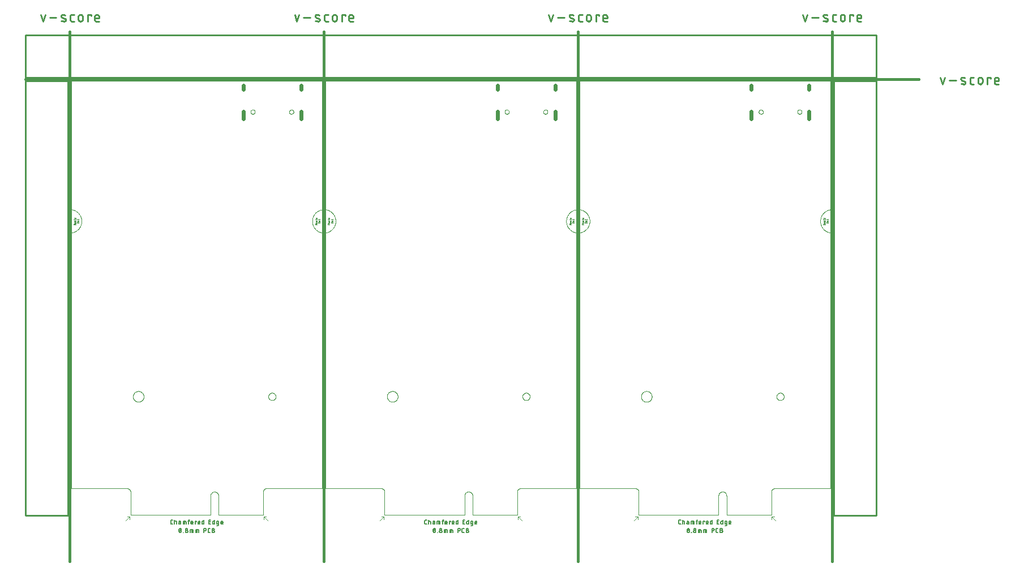
<source format=gko>
G04 EAGLE Gerber RS-274X export*
G75*
%MOMM*%
%FSLAX34Y34*%
%LPD*%
%IN*%
%IPPOS*%
%AMOC8*
5,1,8,0,0,1.08239X$1,22.5*%
G01*
%ADD10C,0.000000*%
%ADD11C,0.381000*%
%ADD12C,0.279400*%
%ADD13C,0.254000*%
%ADD14C,0.600000*%
%ADD15C,0.127000*%
%ADD16C,0.101600*%
%ADD17C,0.025400*%
%ADD18C,0.050000*%


D10*
X374900Y40000D02*
X374900Y650000D01*
X0Y650000D01*
X0Y40000D01*
X83200Y40000D01*
X83200Y40001D02*
X83341Y39999D01*
X83482Y39994D01*
X83622Y39984D01*
X83762Y39971D01*
X83901Y39954D01*
X84040Y39932D01*
X84179Y39907D01*
X84316Y39878D01*
X84453Y39845D01*
X84589Y39809D01*
X84723Y39768D01*
X84857Y39724D01*
X84989Y39676D01*
X85120Y39624D01*
X85249Y39569D01*
X85377Y39510D01*
X85503Y39448D01*
X85627Y39382D01*
X85749Y39312D01*
X85869Y39239D01*
X85988Y39163D01*
X86104Y39084D01*
X86217Y39001D01*
X86329Y38915D01*
X86438Y38826D01*
X86544Y38734D01*
X86648Y38639D01*
X86749Y38542D01*
X86847Y38441D01*
X86943Y38338D01*
X87035Y38232D01*
X87125Y38123D01*
X87211Y38012D01*
X87294Y37899D01*
X87374Y37783D01*
X87451Y37666D01*
X87524Y37546D01*
X87594Y37424D01*
X87661Y37300D01*
X87724Y37174D01*
X87784Y37047D01*
X87840Y36918D01*
X87892Y36787D01*
X87941Y36655D01*
X87985Y36522D01*
X88027Y36388D01*
X88064Y36252D01*
X88098Y36116D01*
X88127Y35978D01*
X88153Y35840D01*
X88175Y35701D01*
X88193Y35562D01*
X88207Y35422D01*
X88217Y35282D01*
X88224Y35141D01*
X88226Y35001D01*
X88225Y35000D02*
X88225Y0D01*
X207725Y0D01*
X207725Y29000D01*
X207727Y29152D01*
X207732Y29304D01*
X207741Y29455D01*
X207754Y29606D01*
X207771Y29757D01*
X207792Y29907D01*
X207817Y30057D01*
X207845Y30206D01*
X207877Y30354D01*
X207913Y30502D01*
X207953Y30648D01*
X207996Y30794D01*
X208043Y30938D01*
X208093Y31081D01*
X208148Y31223D01*
X208205Y31363D01*
X208267Y31502D01*
X208331Y31639D01*
X208400Y31774D01*
X208471Y31908D01*
X208546Y32040D01*
X208625Y32170D01*
X208706Y32298D01*
X208791Y32423D01*
X208879Y32547D01*
X208970Y32668D01*
X209064Y32787D01*
X209161Y32904D01*
X209261Y33018D01*
X209364Y33129D01*
X209470Y33238D01*
X209578Y33344D01*
X209689Y33448D01*
X209803Y33548D01*
X209919Y33646D01*
X210038Y33741D01*
X210159Y33832D01*
X210282Y33921D01*
X210407Y34006D01*
X210535Y34088D01*
X210665Y34167D01*
X210796Y34243D01*
X210930Y34315D01*
X211065Y34384D01*
X211202Y34449D01*
X211340Y34511D01*
X211480Y34569D01*
X211622Y34624D01*
X211764Y34675D01*
X211908Y34723D01*
X212054Y34767D01*
X212200Y34807D01*
X212347Y34843D01*
X212495Y34876D01*
X212644Y34905D01*
X212794Y34930D01*
X212944Y34951D01*
X213095Y34969D01*
X213246Y34983D01*
X213397Y34993D01*
X213549Y34999D01*
X213700Y35001D01*
X213700Y35000D02*
X213800Y35000D01*
X213800Y35001D02*
X213953Y34999D01*
X214105Y34994D01*
X214257Y34984D01*
X214409Y34971D01*
X214560Y34954D01*
X214711Y34932D01*
X214861Y34907D01*
X215010Y34879D01*
X215159Y34846D01*
X215307Y34809D01*
X215454Y34769D01*
X215599Y34725D01*
X215744Y34677D01*
X215887Y34625D01*
X216029Y34570D01*
X216169Y34511D01*
X216308Y34449D01*
X216445Y34383D01*
X216581Y34313D01*
X216715Y34240D01*
X216846Y34164D01*
X216976Y34084D01*
X217104Y34001D01*
X217229Y33914D01*
X217352Y33825D01*
X217473Y33732D01*
X217591Y33636D01*
X217707Y33538D01*
X217820Y33436D01*
X217931Y33331D01*
X218039Y33224D01*
X218144Y33114D01*
X218246Y33001D01*
X218345Y32885D01*
X218442Y32767D01*
X218535Y32647D01*
X218625Y32524D01*
X218712Y32399D01*
X218796Y32272D01*
X218876Y32143D01*
X218953Y32011D01*
X219026Y31878D01*
X219097Y31743D01*
X219163Y31606D01*
X219226Y31467D01*
X219286Y31327D01*
X219341Y31186D01*
X219394Y31042D01*
X219442Y30898D01*
X219487Y30753D01*
X219528Y30606D01*
X219565Y30458D01*
X219598Y30310D01*
X219628Y30160D01*
X219654Y30010D01*
X219675Y29860D01*
X219693Y29708D01*
X219707Y29557D01*
X219718Y29405D01*
X219724Y29253D01*
X219726Y29101D01*
X219725Y29100D02*
X219725Y0D01*
X286725Y0D01*
X286725Y35100D01*
X286725Y35101D02*
X286728Y35239D01*
X286735Y35377D01*
X286746Y35515D01*
X286760Y35653D01*
X286779Y35790D01*
X286801Y35927D01*
X286827Y36063D01*
X286857Y36198D01*
X286891Y36333D01*
X286929Y36466D01*
X286970Y36598D01*
X287015Y36729D01*
X287063Y36859D01*
X287115Y36987D01*
X287171Y37114D01*
X287230Y37239D01*
X287293Y37363D01*
X287359Y37484D01*
X287429Y37604D01*
X287502Y37722D01*
X287578Y37838D01*
X287658Y37951D01*
X287740Y38062D01*
X287826Y38171D01*
X287914Y38277D01*
X288006Y38381D01*
X288101Y38483D01*
X288198Y38581D01*
X288298Y38677D01*
X288401Y38770D01*
X288506Y38860D01*
X288614Y38947D01*
X288724Y39031D01*
X288836Y39112D01*
X288951Y39190D01*
X289068Y39264D01*
X289186Y39335D01*
X289307Y39403D01*
X289430Y39467D01*
X289554Y39528D01*
X289680Y39586D01*
X289808Y39639D01*
X289937Y39690D01*
X290068Y39736D01*
X290199Y39779D01*
X290332Y39818D01*
X290466Y39854D01*
X290601Y39885D01*
X290736Y39913D01*
X290873Y39937D01*
X291010Y39958D01*
X291147Y39974D01*
X291285Y39987D01*
X291424Y39995D01*
X291562Y40000D01*
X291701Y40001D01*
X291700Y40000D02*
X374900Y40000D01*
X754909Y40000D02*
X754909Y650000D01*
X380009Y650000D01*
X380009Y40000D01*
X463209Y40000D01*
X463209Y40001D02*
X463350Y39999D01*
X463491Y39994D01*
X463631Y39984D01*
X463771Y39971D01*
X463910Y39954D01*
X464049Y39932D01*
X464188Y39907D01*
X464325Y39878D01*
X464462Y39845D01*
X464598Y39809D01*
X464732Y39768D01*
X464866Y39724D01*
X464998Y39676D01*
X465129Y39624D01*
X465258Y39569D01*
X465386Y39510D01*
X465512Y39448D01*
X465636Y39382D01*
X465758Y39312D01*
X465878Y39239D01*
X465997Y39163D01*
X466113Y39084D01*
X466226Y39001D01*
X466338Y38915D01*
X466447Y38826D01*
X466553Y38734D01*
X466657Y38639D01*
X466758Y38542D01*
X466856Y38441D01*
X466952Y38338D01*
X467044Y38232D01*
X467134Y38123D01*
X467220Y38012D01*
X467303Y37899D01*
X467383Y37783D01*
X467460Y37666D01*
X467533Y37546D01*
X467603Y37424D01*
X467670Y37300D01*
X467733Y37174D01*
X467793Y37047D01*
X467849Y36918D01*
X467901Y36787D01*
X467950Y36655D01*
X467994Y36522D01*
X468036Y36388D01*
X468073Y36252D01*
X468107Y36116D01*
X468136Y35978D01*
X468162Y35840D01*
X468184Y35701D01*
X468202Y35562D01*
X468216Y35422D01*
X468226Y35282D01*
X468233Y35141D01*
X468235Y35001D01*
X468234Y35000D02*
X468234Y0D01*
X587734Y0D01*
X587734Y29000D01*
X587736Y29152D01*
X587741Y29304D01*
X587750Y29455D01*
X587763Y29606D01*
X587780Y29757D01*
X587801Y29907D01*
X587826Y30057D01*
X587854Y30206D01*
X587886Y30354D01*
X587922Y30502D01*
X587962Y30648D01*
X588005Y30794D01*
X588052Y30938D01*
X588102Y31081D01*
X588157Y31223D01*
X588214Y31363D01*
X588276Y31502D01*
X588340Y31639D01*
X588409Y31774D01*
X588480Y31908D01*
X588555Y32040D01*
X588634Y32170D01*
X588715Y32298D01*
X588800Y32423D01*
X588888Y32547D01*
X588979Y32668D01*
X589073Y32787D01*
X589170Y32904D01*
X589270Y33018D01*
X589373Y33129D01*
X589479Y33238D01*
X589587Y33344D01*
X589698Y33448D01*
X589812Y33548D01*
X589928Y33646D01*
X590047Y33741D01*
X590168Y33832D01*
X590291Y33921D01*
X590416Y34006D01*
X590544Y34088D01*
X590674Y34167D01*
X590805Y34243D01*
X590939Y34315D01*
X591074Y34384D01*
X591211Y34449D01*
X591349Y34511D01*
X591489Y34569D01*
X591631Y34624D01*
X591773Y34675D01*
X591917Y34723D01*
X592063Y34767D01*
X592209Y34807D01*
X592356Y34843D01*
X592504Y34876D01*
X592653Y34905D01*
X592803Y34930D01*
X592953Y34951D01*
X593104Y34969D01*
X593255Y34983D01*
X593406Y34993D01*
X593558Y34999D01*
X593709Y35001D01*
X593709Y35000D02*
X593809Y35000D01*
X593809Y35001D02*
X593962Y34999D01*
X594114Y34994D01*
X594266Y34984D01*
X594418Y34971D01*
X594569Y34954D01*
X594720Y34932D01*
X594870Y34907D01*
X595019Y34879D01*
X595168Y34846D01*
X595316Y34809D01*
X595463Y34769D01*
X595608Y34725D01*
X595753Y34677D01*
X595896Y34625D01*
X596038Y34570D01*
X596178Y34511D01*
X596317Y34449D01*
X596454Y34383D01*
X596590Y34313D01*
X596724Y34240D01*
X596855Y34164D01*
X596985Y34084D01*
X597113Y34001D01*
X597238Y33914D01*
X597361Y33825D01*
X597482Y33732D01*
X597600Y33636D01*
X597716Y33538D01*
X597829Y33436D01*
X597940Y33331D01*
X598048Y33224D01*
X598153Y33114D01*
X598255Y33001D01*
X598354Y32885D01*
X598451Y32767D01*
X598544Y32647D01*
X598634Y32524D01*
X598721Y32399D01*
X598805Y32272D01*
X598885Y32143D01*
X598962Y32011D01*
X599035Y31878D01*
X599106Y31743D01*
X599172Y31606D01*
X599235Y31467D01*
X599295Y31327D01*
X599350Y31186D01*
X599403Y31042D01*
X599451Y30898D01*
X599496Y30753D01*
X599537Y30606D01*
X599574Y30458D01*
X599607Y30310D01*
X599637Y30160D01*
X599663Y30010D01*
X599684Y29860D01*
X599702Y29708D01*
X599716Y29557D01*
X599727Y29405D01*
X599733Y29253D01*
X599735Y29101D01*
X599734Y29100D02*
X599734Y0D01*
X666734Y0D01*
X666734Y35100D01*
X666734Y35101D02*
X666737Y35239D01*
X666744Y35377D01*
X666755Y35515D01*
X666769Y35653D01*
X666788Y35790D01*
X666810Y35927D01*
X666836Y36063D01*
X666866Y36198D01*
X666900Y36333D01*
X666938Y36466D01*
X666979Y36598D01*
X667024Y36729D01*
X667072Y36859D01*
X667124Y36987D01*
X667180Y37114D01*
X667239Y37239D01*
X667302Y37363D01*
X667368Y37484D01*
X667438Y37604D01*
X667511Y37722D01*
X667587Y37838D01*
X667667Y37951D01*
X667749Y38062D01*
X667835Y38171D01*
X667923Y38277D01*
X668015Y38381D01*
X668110Y38483D01*
X668207Y38581D01*
X668307Y38677D01*
X668410Y38770D01*
X668515Y38860D01*
X668623Y38947D01*
X668733Y39031D01*
X668845Y39112D01*
X668960Y39190D01*
X669077Y39264D01*
X669195Y39335D01*
X669316Y39403D01*
X669439Y39467D01*
X669563Y39528D01*
X669689Y39586D01*
X669817Y39639D01*
X669946Y39690D01*
X670077Y39736D01*
X670208Y39779D01*
X670341Y39818D01*
X670475Y39854D01*
X670610Y39885D01*
X670745Y39913D01*
X670882Y39937D01*
X671019Y39958D01*
X671156Y39974D01*
X671294Y39987D01*
X671433Y39995D01*
X671571Y40000D01*
X671710Y40001D01*
X671709Y40000D02*
X754909Y40000D01*
X1134893Y40000D02*
X1134893Y650000D01*
X759993Y650000D01*
X759993Y40000D01*
X843193Y40000D01*
X843193Y40001D02*
X843334Y39999D01*
X843475Y39994D01*
X843615Y39984D01*
X843755Y39971D01*
X843894Y39954D01*
X844033Y39932D01*
X844172Y39907D01*
X844309Y39878D01*
X844446Y39845D01*
X844582Y39809D01*
X844716Y39768D01*
X844850Y39724D01*
X844982Y39676D01*
X845113Y39624D01*
X845242Y39569D01*
X845370Y39510D01*
X845496Y39448D01*
X845620Y39382D01*
X845742Y39312D01*
X845862Y39239D01*
X845981Y39163D01*
X846097Y39084D01*
X846210Y39001D01*
X846322Y38915D01*
X846431Y38826D01*
X846537Y38734D01*
X846641Y38639D01*
X846742Y38542D01*
X846840Y38441D01*
X846936Y38338D01*
X847028Y38232D01*
X847118Y38123D01*
X847204Y38012D01*
X847287Y37899D01*
X847367Y37783D01*
X847444Y37666D01*
X847517Y37546D01*
X847587Y37424D01*
X847654Y37300D01*
X847717Y37174D01*
X847777Y37047D01*
X847833Y36918D01*
X847885Y36787D01*
X847934Y36655D01*
X847978Y36522D01*
X848020Y36388D01*
X848057Y36252D01*
X848091Y36116D01*
X848120Y35978D01*
X848146Y35840D01*
X848168Y35701D01*
X848186Y35562D01*
X848200Y35422D01*
X848210Y35282D01*
X848217Y35141D01*
X848219Y35001D01*
X848218Y35000D02*
X848218Y0D01*
X967718Y0D01*
X967718Y29000D01*
X967720Y29152D01*
X967725Y29304D01*
X967734Y29455D01*
X967747Y29606D01*
X967764Y29757D01*
X967785Y29907D01*
X967810Y30057D01*
X967838Y30206D01*
X967870Y30354D01*
X967906Y30502D01*
X967946Y30648D01*
X967989Y30794D01*
X968036Y30938D01*
X968086Y31081D01*
X968141Y31223D01*
X968198Y31363D01*
X968260Y31502D01*
X968324Y31639D01*
X968393Y31774D01*
X968464Y31908D01*
X968539Y32040D01*
X968618Y32170D01*
X968699Y32298D01*
X968784Y32423D01*
X968872Y32547D01*
X968963Y32668D01*
X969057Y32787D01*
X969154Y32904D01*
X969254Y33018D01*
X969357Y33129D01*
X969463Y33238D01*
X969571Y33344D01*
X969682Y33448D01*
X969796Y33548D01*
X969912Y33646D01*
X970031Y33741D01*
X970152Y33832D01*
X970275Y33921D01*
X970400Y34006D01*
X970528Y34088D01*
X970658Y34167D01*
X970789Y34243D01*
X970923Y34315D01*
X971058Y34384D01*
X971195Y34449D01*
X971333Y34511D01*
X971473Y34569D01*
X971615Y34624D01*
X971757Y34675D01*
X971901Y34723D01*
X972047Y34767D01*
X972193Y34807D01*
X972340Y34843D01*
X972488Y34876D01*
X972637Y34905D01*
X972787Y34930D01*
X972937Y34951D01*
X973088Y34969D01*
X973239Y34983D01*
X973390Y34993D01*
X973542Y34999D01*
X973693Y35001D01*
X973693Y35000D02*
X973793Y35000D01*
X973793Y35001D02*
X973946Y34999D01*
X974098Y34994D01*
X974250Y34984D01*
X974402Y34971D01*
X974553Y34954D01*
X974704Y34932D01*
X974854Y34907D01*
X975003Y34879D01*
X975152Y34846D01*
X975300Y34809D01*
X975447Y34769D01*
X975592Y34725D01*
X975737Y34677D01*
X975880Y34625D01*
X976022Y34570D01*
X976162Y34511D01*
X976301Y34449D01*
X976438Y34383D01*
X976574Y34313D01*
X976708Y34240D01*
X976839Y34164D01*
X976969Y34084D01*
X977097Y34001D01*
X977222Y33914D01*
X977345Y33825D01*
X977466Y33732D01*
X977584Y33636D01*
X977700Y33538D01*
X977813Y33436D01*
X977924Y33331D01*
X978032Y33224D01*
X978137Y33114D01*
X978239Y33001D01*
X978338Y32885D01*
X978435Y32767D01*
X978528Y32647D01*
X978618Y32524D01*
X978705Y32399D01*
X978789Y32272D01*
X978869Y32143D01*
X978946Y32011D01*
X979019Y31878D01*
X979090Y31743D01*
X979156Y31606D01*
X979219Y31467D01*
X979279Y31327D01*
X979334Y31186D01*
X979387Y31042D01*
X979435Y30898D01*
X979480Y30753D01*
X979521Y30606D01*
X979558Y30458D01*
X979591Y30310D01*
X979621Y30160D01*
X979647Y30010D01*
X979668Y29860D01*
X979686Y29708D01*
X979700Y29557D01*
X979711Y29405D01*
X979717Y29253D01*
X979719Y29101D01*
X979718Y29100D02*
X979718Y0D01*
X1046718Y0D01*
X1046718Y35100D01*
X1046718Y35101D02*
X1046721Y35239D01*
X1046728Y35377D01*
X1046739Y35515D01*
X1046753Y35653D01*
X1046772Y35790D01*
X1046794Y35927D01*
X1046820Y36063D01*
X1046850Y36198D01*
X1046884Y36333D01*
X1046922Y36466D01*
X1046963Y36598D01*
X1047008Y36729D01*
X1047056Y36859D01*
X1047108Y36987D01*
X1047164Y37114D01*
X1047223Y37239D01*
X1047286Y37363D01*
X1047352Y37484D01*
X1047422Y37604D01*
X1047495Y37722D01*
X1047571Y37838D01*
X1047651Y37951D01*
X1047733Y38062D01*
X1047819Y38171D01*
X1047907Y38277D01*
X1047999Y38381D01*
X1048094Y38483D01*
X1048191Y38581D01*
X1048291Y38677D01*
X1048394Y38770D01*
X1048499Y38860D01*
X1048607Y38947D01*
X1048717Y39031D01*
X1048829Y39112D01*
X1048944Y39190D01*
X1049061Y39264D01*
X1049179Y39335D01*
X1049300Y39403D01*
X1049423Y39467D01*
X1049547Y39528D01*
X1049673Y39586D01*
X1049801Y39639D01*
X1049930Y39690D01*
X1050061Y39736D01*
X1050192Y39779D01*
X1050325Y39818D01*
X1050459Y39854D01*
X1050594Y39885D01*
X1050729Y39913D01*
X1050866Y39937D01*
X1051003Y39958D01*
X1051140Y39974D01*
X1051278Y39987D01*
X1051417Y39995D01*
X1051555Y40000D01*
X1051694Y40001D01*
X1051693Y40000D02*
X1134893Y40000D01*
D11*
X-2540Y-68605D02*
X-2540Y723697D01*
D12*
X-42921Y739064D02*
X-46251Y749054D01*
X-39590Y749054D02*
X-42921Y739064D01*
X-32806Y744892D02*
X-22815Y744892D01*
X-14261Y744892D02*
X-10098Y743227D01*
X-14261Y744891D02*
X-14346Y744927D01*
X-14429Y744967D01*
X-14510Y745010D01*
X-14590Y745057D01*
X-14667Y745107D01*
X-14743Y745160D01*
X-14816Y745216D01*
X-14886Y745276D01*
X-14954Y745338D01*
X-15019Y745403D01*
X-15081Y745471D01*
X-15141Y745542D01*
X-15197Y745615D01*
X-15250Y745690D01*
X-15300Y745768D01*
X-15346Y745847D01*
X-15389Y745929D01*
X-15429Y746012D01*
X-15465Y746097D01*
X-15497Y746183D01*
X-15526Y746271D01*
X-15550Y746360D01*
X-15571Y746450D01*
X-15588Y746540D01*
X-15602Y746631D01*
X-15611Y746723D01*
X-15616Y746815D01*
X-15618Y746907D01*
X-15616Y746999D01*
X-15609Y747091D01*
X-15599Y747183D01*
X-15585Y747274D01*
X-15567Y747365D01*
X-15545Y747454D01*
X-15519Y747543D01*
X-15489Y747630D01*
X-15456Y747716D01*
X-15419Y747800D01*
X-15379Y747883D01*
X-15335Y747964D01*
X-15288Y748043D01*
X-15237Y748120D01*
X-15183Y748195D01*
X-15126Y748268D01*
X-15066Y748338D01*
X-15003Y748405D01*
X-14937Y748469D01*
X-14869Y748531D01*
X-14798Y748590D01*
X-14724Y748645D01*
X-14648Y748698D01*
X-14570Y748747D01*
X-14490Y748793D01*
X-14409Y748835D01*
X-14325Y748874D01*
X-14240Y748909D01*
X-14153Y748940D01*
X-14065Y748968D01*
X-13976Y748992D01*
X-13886Y749012D01*
X-13796Y749029D01*
X-13704Y749041D01*
X-13612Y749050D01*
X-13520Y749054D01*
X-13428Y749055D01*
X-13201Y749049D01*
X-12974Y749038D01*
X-12747Y749021D01*
X-12521Y748998D01*
X-12295Y748971D01*
X-12070Y748937D01*
X-11846Y748899D01*
X-11623Y748855D01*
X-11401Y748806D01*
X-11180Y748751D01*
X-10961Y748691D01*
X-10743Y748626D01*
X-10527Y748555D01*
X-10313Y748480D01*
X-10100Y748399D01*
X-9890Y748313D01*
X-9681Y748222D01*
X-10098Y743227D02*
X-10013Y743191D01*
X-9930Y743151D01*
X-9849Y743108D01*
X-9769Y743061D01*
X-9692Y743011D01*
X-9616Y742958D01*
X-9543Y742902D01*
X-9473Y742842D01*
X-9405Y742780D01*
X-9340Y742715D01*
X-9278Y742647D01*
X-9218Y742576D01*
X-9162Y742503D01*
X-9109Y742428D01*
X-9059Y742350D01*
X-9013Y742271D01*
X-8970Y742189D01*
X-8930Y742106D01*
X-8894Y742021D01*
X-8862Y741935D01*
X-8833Y741847D01*
X-8809Y741758D01*
X-8788Y741668D01*
X-8771Y741578D01*
X-8757Y741487D01*
X-8748Y741395D01*
X-8743Y741303D01*
X-8741Y741211D01*
X-8743Y741119D01*
X-8750Y741027D01*
X-8760Y740935D01*
X-8774Y740844D01*
X-8792Y740753D01*
X-8814Y740664D01*
X-8840Y740575D01*
X-8870Y740488D01*
X-8903Y740402D01*
X-8940Y740318D01*
X-8980Y740235D01*
X-9024Y740154D01*
X-9071Y740075D01*
X-9122Y739998D01*
X-9176Y739923D01*
X-9233Y739850D01*
X-9293Y739780D01*
X-9356Y739713D01*
X-9422Y739649D01*
X-9490Y739587D01*
X-9561Y739528D01*
X-9635Y739473D01*
X-9711Y739420D01*
X-9789Y739371D01*
X-9869Y739325D01*
X-9950Y739283D01*
X-10034Y739244D01*
X-10119Y739209D01*
X-10206Y739178D01*
X-10294Y739150D01*
X-10383Y739126D01*
X-10473Y739106D01*
X-10563Y739089D01*
X-10655Y739077D01*
X-10747Y739068D01*
X-10839Y739064D01*
X-10931Y739063D01*
X-10931Y739064D02*
X-11265Y739073D01*
X-11598Y739090D01*
X-11931Y739114D01*
X-12264Y739147D01*
X-12595Y739187D01*
X-12926Y739235D01*
X-13255Y739291D01*
X-13583Y739354D01*
X-13909Y739426D01*
X-14233Y739505D01*
X-14556Y739591D01*
X-14876Y739686D01*
X-15194Y739788D01*
X-15510Y739897D01*
X562Y739064D02*
X3892Y739064D01*
X562Y739063D02*
X464Y739065D01*
X366Y739071D01*
X268Y739080D01*
X171Y739094D01*
X75Y739111D01*
X-21Y739132D01*
X-116Y739157D01*
X-210Y739185D01*
X-303Y739217D01*
X-394Y739253D01*
X-484Y739292D01*
X-572Y739335D01*
X-659Y739382D01*
X-743Y739431D01*
X-826Y739484D01*
X-906Y739540D01*
X-985Y739599D01*
X-1060Y739662D01*
X-1134Y739727D01*
X-1204Y739795D01*
X-1272Y739865D01*
X-1338Y739939D01*
X-1400Y740015D01*
X-1459Y740093D01*
X-1515Y740173D01*
X-1568Y740256D01*
X-1618Y740340D01*
X-1664Y740427D01*
X-1707Y740515D01*
X-1746Y740605D01*
X-1782Y740696D01*
X-1814Y740789D01*
X-1842Y740883D01*
X-1867Y740978D01*
X-1888Y741074D01*
X-1905Y741170D01*
X-1919Y741267D01*
X-1928Y741365D01*
X-1934Y741463D01*
X-1936Y741561D01*
X-1936Y746557D01*
X-1934Y746655D01*
X-1928Y746753D01*
X-1919Y746851D01*
X-1905Y746948D01*
X-1888Y747044D01*
X-1867Y747140D01*
X-1842Y747235D01*
X-1814Y747329D01*
X-1782Y747422D01*
X-1746Y747513D01*
X-1707Y747603D01*
X-1664Y747691D01*
X-1617Y747778D01*
X-1568Y747862D01*
X-1515Y747945D01*
X-1459Y748025D01*
X-1400Y748103D01*
X-1337Y748179D01*
X-1272Y748253D01*
X-1204Y748323D01*
X-1134Y748391D01*
X-1060Y748456D01*
X-984Y748519D01*
X-906Y748578D01*
X-826Y748634D01*
X-743Y748687D01*
X-659Y748736D01*
X-572Y748783D01*
X-484Y748826D01*
X-394Y748865D01*
X-303Y748901D01*
X-210Y748933D01*
X-116Y748961D01*
X-21Y748986D01*
X75Y749007D01*
X171Y749024D01*
X268Y749038D01*
X366Y749047D01*
X464Y749053D01*
X562Y749055D01*
X562Y749054D02*
X3892Y749054D01*
X10022Y745724D02*
X10022Y742394D01*
X10022Y745724D02*
X10024Y745838D01*
X10030Y745951D01*
X10039Y746065D01*
X10053Y746177D01*
X10070Y746290D01*
X10092Y746402D01*
X10117Y746512D01*
X10145Y746622D01*
X10178Y746731D01*
X10214Y746839D01*
X10254Y746946D01*
X10298Y747051D01*
X10345Y747154D01*
X10395Y747256D01*
X10449Y747356D01*
X10507Y747454D01*
X10568Y747550D01*
X10631Y747644D01*
X10699Y747736D01*
X10769Y747826D01*
X10842Y747912D01*
X10918Y747997D01*
X10997Y748079D01*
X11079Y748158D01*
X11164Y748234D01*
X11250Y748307D01*
X11340Y748377D01*
X11432Y748445D01*
X11526Y748508D01*
X11622Y748569D01*
X11720Y748627D01*
X11820Y748681D01*
X11922Y748731D01*
X12025Y748778D01*
X12130Y748822D01*
X12237Y748862D01*
X12345Y748898D01*
X12454Y748931D01*
X12564Y748959D01*
X12674Y748984D01*
X12786Y749006D01*
X12899Y749023D01*
X13011Y749037D01*
X13125Y749046D01*
X13238Y749052D01*
X13352Y749054D01*
X13466Y749052D01*
X13579Y749046D01*
X13693Y749037D01*
X13805Y749023D01*
X13918Y749006D01*
X14030Y748984D01*
X14140Y748959D01*
X14250Y748931D01*
X14359Y748898D01*
X14467Y748862D01*
X14574Y748822D01*
X14679Y748778D01*
X14782Y748731D01*
X14884Y748681D01*
X14984Y748627D01*
X15082Y748569D01*
X15178Y748508D01*
X15272Y748445D01*
X15364Y748377D01*
X15454Y748307D01*
X15540Y748234D01*
X15625Y748158D01*
X15707Y748079D01*
X15786Y747997D01*
X15862Y747912D01*
X15935Y747826D01*
X16005Y747736D01*
X16073Y747644D01*
X16136Y747550D01*
X16197Y747454D01*
X16255Y747356D01*
X16309Y747256D01*
X16359Y747154D01*
X16406Y747051D01*
X16450Y746946D01*
X16490Y746839D01*
X16526Y746731D01*
X16559Y746622D01*
X16587Y746512D01*
X16612Y746402D01*
X16634Y746290D01*
X16651Y746177D01*
X16665Y746065D01*
X16674Y745951D01*
X16680Y745838D01*
X16682Y745724D01*
X16682Y742394D01*
X16680Y742280D01*
X16674Y742167D01*
X16665Y742053D01*
X16651Y741941D01*
X16634Y741828D01*
X16612Y741716D01*
X16587Y741606D01*
X16559Y741496D01*
X16526Y741387D01*
X16490Y741279D01*
X16450Y741172D01*
X16406Y741067D01*
X16359Y740964D01*
X16309Y740862D01*
X16255Y740762D01*
X16197Y740664D01*
X16136Y740568D01*
X16073Y740474D01*
X16005Y740382D01*
X15935Y740292D01*
X15862Y740206D01*
X15786Y740121D01*
X15707Y740039D01*
X15625Y739960D01*
X15540Y739884D01*
X15454Y739811D01*
X15364Y739741D01*
X15272Y739673D01*
X15178Y739610D01*
X15082Y739549D01*
X14984Y739491D01*
X14884Y739437D01*
X14782Y739387D01*
X14679Y739340D01*
X14574Y739296D01*
X14467Y739256D01*
X14359Y739220D01*
X14250Y739187D01*
X14140Y739159D01*
X14030Y739134D01*
X13918Y739112D01*
X13805Y739095D01*
X13693Y739081D01*
X13579Y739072D01*
X13466Y739066D01*
X13352Y739064D01*
X13238Y739066D01*
X13125Y739072D01*
X13011Y739081D01*
X12899Y739095D01*
X12786Y739112D01*
X12674Y739134D01*
X12564Y739159D01*
X12454Y739187D01*
X12345Y739220D01*
X12237Y739256D01*
X12130Y739296D01*
X12025Y739340D01*
X11922Y739387D01*
X11820Y739437D01*
X11720Y739491D01*
X11622Y739549D01*
X11526Y739610D01*
X11432Y739673D01*
X11340Y739741D01*
X11250Y739811D01*
X11164Y739884D01*
X11079Y739960D01*
X10997Y740039D01*
X10918Y740121D01*
X10842Y740206D01*
X10769Y740292D01*
X10699Y740382D01*
X10631Y740474D01*
X10568Y740568D01*
X10507Y740664D01*
X10449Y740762D01*
X10395Y740862D01*
X10345Y740964D01*
X10298Y741067D01*
X10254Y741172D01*
X10214Y741279D01*
X10178Y741387D01*
X10145Y741496D01*
X10117Y741606D01*
X10092Y741716D01*
X10070Y741828D01*
X10053Y741941D01*
X10039Y742053D01*
X10030Y742167D01*
X10024Y742280D01*
X10022Y742394D01*
X24218Y739064D02*
X24218Y749054D01*
X29213Y749054D01*
X29213Y747389D01*
X37008Y739064D02*
X41171Y739064D01*
X37008Y739063D02*
X36910Y739065D01*
X36812Y739071D01*
X36714Y739080D01*
X36617Y739094D01*
X36521Y739111D01*
X36425Y739132D01*
X36330Y739157D01*
X36236Y739185D01*
X36143Y739217D01*
X36052Y739253D01*
X35962Y739292D01*
X35874Y739335D01*
X35787Y739382D01*
X35703Y739431D01*
X35620Y739484D01*
X35540Y739540D01*
X35462Y739599D01*
X35386Y739662D01*
X35312Y739727D01*
X35242Y739795D01*
X35174Y739865D01*
X35109Y739939D01*
X35046Y740015D01*
X34987Y740093D01*
X34931Y740173D01*
X34878Y740256D01*
X34829Y740340D01*
X34782Y740427D01*
X34739Y740515D01*
X34700Y740605D01*
X34664Y740696D01*
X34632Y740789D01*
X34604Y740883D01*
X34579Y740978D01*
X34558Y741074D01*
X34541Y741170D01*
X34527Y741267D01*
X34518Y741365D01*
X34512Y741463D01*
X34510Y741561D01*
X34510Y745724D01*
X34511Y745724D02*
X34513Y745838D01*
X34519Y745951D01*
X34528Y746065D01*
X34542Y746177D01*
X34559Y746290D01*
X34581Y746402D01*
X34606Y746512D01*
X34634Y746622D01*
X34667Y746731D01*
X34703Y746839D01*
X34743Y746946D01*
X34787Y747051D01*
X34834Y747154D01*
X34884Y747256D01*
X34938Y747356D01*
X34996Y747454D01*
X35057Y747550D01*
X35120Y747644D01*
X35188Y747736D01*
X35258Y747826D01*
X35331Y747912D01*
X35407Y747997D01*
X35486Y748079D01*
X35568Y748158D01*
X35653Y748234D01*
X35739Y748307D01*
X35829Y748377D01*
X35921Y748445D01*
X36015Y748508D01*
X36111Y748569D01*
X36209Y748627D01*
X36309Y748681D01*
X36411Y748731D01*
X36514Y748778D01*
X36619Y748822D01*
X36726Y748862D01*
X36834Y748898D01*
X36943Y748931D01*
X37053Y748959D01*
X37163Y748984D01*
X37275Y749006D01*
X37388Y749023D01*
X37500Y749037D01*
X37614Y749046D01*
X37727Y749052D01*
X37841Y749054D01*
X37955Y749052D01*
X38068Y749046D01*
X38182Y749037D01*
X38294Y749023D01*
X38407Y749006D01*
X38519Y748984D01*
X38629Y748959D01*
X38739Y748931D01*
X38848Y748898D01*
X38956Y748862D01*
X39063Y748822D01*
X39168Y748778D01*
X39271Y748731D01*
X39373Y748681D01*
X39473Y748627D01*
X39571Y748569D01*
X39667Y748508D01*
X39761Y748445D01*
X39853Y748377D01*
X39943Y748307D01*
X40029Y748234D01*
X40114Y748158D01*
X40196Y748079D01*
X40275Y747997D01*
X40351Y747912D01*
X40424Y747826D01*
X40494Y747736D01*
X40562Y747644D01*
X40625Y747550D01*
X40686Y747454D01*
X40744Y747356D01*
X40798Y747256D01*
X40848Y747154D01*
X40895Y747051D01*
X40939Y746946D01*
X40979Y746839D01*
X41015Y746731D01*
X41048Y746622D01*
X41076Y746512D01*
X41101Y746402D01*
X41123Y746290D01*
X41140Y746177D01*
X41154Y746065D01*
X41163Y745951D01*
X41169Y745838D01*
X41171Y745724D01*
X41171Y744059D01*
X34510Y744059D01*
D11*
X377444Y723697D02*
X377444Y-68605D01*
D12*
X337063Y739064D02*
X333733Y749054D01*
X340394Y749054D02*
X337063Y739064D01*
X347178Y744892D02*
X357169Y744892D01*
X365723Y744892D02*
X369886Y743227D01*
X365723Y744891D02*
X365638Y744927D01*
X365555Y744967D01*
X365474Y745010D01*
X365394Y745057D01*
X365317Y745107D01*
X365241Y745160D01*
X365168Y745216D01*
X365098Y745276D01*
X365030Y745338D01*
X364965Y745403D01*
X364903Y745471D01*
X364843Y745542D01*
X364787Y745615D01*
X364734Y745690D01*
X364684Y745768D01*
X364638Y745847D01*
X364595Y745929D01*
X364555Y746012D01*
X364519Y746097D01*
X364487Y746183D01*
X364458Y746271D01*
X364434Y746360D01*
X364413Y746450D01*
X364396Y746540D01*
X364382Y746631D01*
X364373Y746723D01*
X364368Y746815D01*
X364366Y746907D01*
X364368Y746999D01*
X364375Y747091D01*
X364385Y747183D01*
X364399Y747274D01*
X364417Y747365D01*
X364439Y747454D01*
X364465Y747543D01*
X364495Y747630D01*
X364528Y747716D01*
X364565Y747800D01*
X364605Y747883D01*
X364649Y747964D01*
X364696Y748043D01*
X364747Y748120D01*
X364801Y748195D01*
X364858Y748268D01*
X364918Y748338D01*
X364981Y748405D01*
X365047Y748469D01*
X365115Y748531D01*
X365186Y748590D01*
X365260Y748645D01*
X365336Y748698D01*
X365414Y748747D01*
X365494Y748793D01*
X365575Y748835D01*
X365659Y748874D01*
X365744Y748909D01*
X365831Y748940D01*
X365919Y748968D01*
X366008Y748992D01*
X366098Y749012D01*
X366188Y749029D01*
X366280Y749041D01*
X366372Y749050D01*
X366464Y749054D01*
X366556Y749055D01*
X366783Y749049D01*
X367010Y749038D01*
X367237Y749021D01*
X367463Y748998D01*
X367689Y748971D01*
X367914Y748937D01*
X368138Y748899D01*
X368361Y748855D01*
X368583Y748806D01*
X368804Y748751D01*
X369023Y748691D01*
X369241Y748626D01*
X369457Y748555D01*
X369671Y748480D01*
X369884Y748399D01*
X370094Y748313D01*
X370303Y748222D01*
X369886Y743227D02*
X369971Y743191D01*
X370054Y743151D01*
X370135Y743108D01*
X370215Y743061D01*
X370292Y743011D01*
X370368Y742958D01*
X370441Y742902D01*
X370511Y742842D01*
X370579Y742780D01*
X370644Y742715D01*
X370706Y742647D01*
X370766Y742576D01*
X370822Y742503D01*
X370875Y742428D01*
X370925Y742350D01*
X370971Y742271D01*
X371014Y742189D01*
X371054Y742106D01*
X371090Y742021D01*
X371122Y741935D01*
X371151Y741847D01*
X371175Y741758D01*
X371196Y741668D01*
X371213Y741578D01*
X371227Y741487D01*
X371236Y741395D01*
X371241Y741303D01*
X371243Y741211D01*
X371241Y741119D01*
X371234Y741027D01*
X371224Y740935D01*
X371210Y740844D01*
X371192Y740753D01*
X371170Y740664D01*
X371144Y740575D01*
X371114Y740488D01*
X371081Y740402D01*
X371044Y740318D01*
X371004Y740235D01*
X370960Y740154D01*
X370913Y740075D01*
X370862Y739998D01*
X370808Y739923D01*
X370751Y739850D01*
X370691Y739780D01*
X370628Y739713D01*
X370562Y739649D01*
X370494Y739587D01*
X370423Y739528D01*
X370349Y739473D01*
X370273Y739420D01*
X370195Y739371D01*
X370115Y739325D01*
X370034Y739283D01*
X369950Y739244D01*
X369865Y739209D01*
X369778Y739178D01*
X369690Y739150D01*
X369601Y739126D01*
X369511Y739106D01*
X369421Y739089D01*
X369329Y739077D01*
X369237Y739068D01*
X369145Y739064D01*
X369053Y739063D01*
X369053Y739064D02*
X368719Y739073D01*
X368386Y739090D01*
X368053Y739114D01*
X367720Y739147D01*
X367389Y739187D01*
X367058Y739235D01*
X366729Y739291D01*
X366401Y739354D01*
X366075Y739426D01*
X365751Y739505D01*
X365428Y739591D01*
X365108Y739686D01*
X364790Y739788D01*
X364474Y739897D01*
X380546Y739064D02*
X383876Y739064D01*
X380546Y739063D02*
X380448Y739065D01*
X380350Y739071D01*
X380252Y739080D01*
X380155Y739094D01*
X380059Y739111D01*
X379963Y739132D01*
X379868Y739157D01*
X379774Y739185D01*
X379681Y739217D01*
X379590Y739253D01*
X379500Y739292D01*
X379412Y739335D01*
X379325Y739382D01*
X379241Y739431D01*
X379158Y739484D01*
X379078Y739540D01*
X379000Y739599D01*
X378924Y739662D01*
X378850Y739727D01*
X378780Y739795D01*
X378712Y739865D01*
X378647Y739939D01*
X378584Y740015D01*
X378525Y740093D01*
X378469Y740173D01*
X378416Y740256D01*
X378367Y740340D01*
X378320Y740427D01*
X378277Y740515D01*
X378238Y740605D01*
X378202Y740696D01*
X378170Y740789D01*
X378142Y740883D01*
X378117Y740978D01*
X378096Y741074D01*
X378079Y741170D01*
X378065Y741267D01*
X378056Y741365D01*
X378050Y741463D01*
X378048Y741561D01*
X378048Y746557D01*
X378050Y746655D01*
X378056Y746753D01*
X378065Y746851D01*
X378079Y746948D01*
X378096Y747044D01*
X378117Y747140D01*
X378142Y747235D01*
X378170Y747329D01*
X378202Y747422D01*
X378238Y747513D01*
X378277Y747603D01*
X378320Y747691D01*
X378367Y747778D01*
X378416Y747862D01*
X378469Y747945D01*
X378525Y748025D01*
X378584Y748104D01*
X378647Y748179D01*
X378712Y748253D01*
X378780Y748323D01*
X378850Y748391D01*
X378924Y748457D01*
X379000Y748519D01*
X379078Y748578D01*
X379158Y748634D01*
X379241Y748687D01*
X379325Y748737D01*
X379412Y748783D01*
X379500Y748826D01*
X379590Y748865D01*
X379681Y748901D01*
X379774Y748933D01*
X379868Y748961D01*
X379963Y748986D01*
X380059Y749007D01*
X380155Y749024D01*
X380252Y749038D01*
X380350Y749047D01*
X380448Y749053D01*
X380546Y749055D01*
X380546Y749054D02*
X383876Y749054D01*
X390006Y745724D02*
X390006Y742394D01*
X390006Y745724D02*
X390008Y745838D01*
X390014Y745951D01*
X390023Y746065D01*
X390037Y746177D01*
X390054Y746290D01*
X390076Y746402D01*
X390101Y746512D01*
X390129Y746622D01*
X390162Y746731D01*
X390198Y746839D01*
X390238Y746946D01*
X390282Y747051D01*
X390329Y747154D01*
X390379Y747256D01*
X390433Y747356D01*
X390491Y747454D01*
X390552Y747550D01*
X390615Y747644D01*
X390683Y747736D01*
X390753Y747826D01*
X390826Y747912D01*
X390902Y747997D01*
X390981Y748079D01*
X391063Y748158D01*
X391148Y748234D01*
X391234Y748307D01*
X391324Y748377D01*
X391416Y748445D01*
X391510Y748508D01*
X391606Y748569D01*
X391704Y748627D01*
X391804Y748681D01*
X391906Y748731D01*
X392009Y748778D01*
X392114Y748822D01*
X392221Y748862D01*
X392329Y748898D01*
X392438Y748931D01*
X392548Y748959D01*
X392658Y748984D01*
X392770Y749006D01*
X392883Y749023D01*
X392995Y749037D01*
X393109Y749046D01*
X393222Y749052D01*
X393336Y749054D01*
X393450Y749052D01*
X393563Y749046D01*
X393677Y749037D01*
X393789Y749023D01*
X393902Y749006D01*
X394014Y748984D01*
X394124Y748959D01*
X394234Y748931D01*
X394343Y748898D01*
X394451Y748862D01*
X394558Y748822D01*
X394663Y748778D01*
X394766Y748731D01*
X394868Y748681D01*
X394968Y748627D01*
X395066Y748569D01*
X395162Y748508D01*
X395256Y748445D01*
X395348Y748377D01*
X395438Y748307D01*
X395524Y748234D01*
X395609Y748158D01*
X395691Y748079D01*
X395770Y747997D01*
X395846Y747912D01*
X395919Y747826D01*
X395989Y747736D01*
X396057Y747644D01*
X396120Y747550D01*
X396181Y747454D01*
X396239Y747356D01*
X396293Y747256D01*
X396343Y747154D01*
X396390Y747051D01*
X396434Y746946D01*
X396474Y746839D01*
X396510Y746731D01*
X396543Y746622D01*
X396571Y746512D01*
X396596Y746402D01*
X396618Y746290D01*
X396635Y746177D01*
X396649Y746065D01*
X396658Y745951D01*
X396664Y745838D01*
X396666Y745724D01*
X396666Y742394D01*
X396664Y742280D01*
X396658Y742167D01*
X396649Y742053D01*
X396635Y741941D01*
X396618Y741828D01*
X396596Y741716D01*
X396571Y741606D01*
X396543Y741496D01*
X396510Y741387D01*
X396474Y741279D01*
X396434Y741172D01*
X396390Y741067D01*
X396343Y740964D01*
X396293Y740862D01*
X396239Y740762D01*
X396181Y740664D01*
X396120Y740568D01*
X396057Y740474D01*
X395989Y740382D01*
X395919Y740292D01*
X395846Y740206D01*
X395770Y740121D01*
X395691Y740039D01*
X395609Y739960D01*
X395524Y739884D01*
X395438Y739811D01*
X395348Y739741D01*
X395256Y739673D01*
X395162Y739610D01*
X395066Y739549D01*
X394968Y739491D01*
X394868Y739437D01*
X394766Y739387D01*
X394663Y739340D01*
X394558Y739296D01*
X394451Y739256D01*
X394343Y739220D01*
X394234Y739187D01*
X394124Y739159D01*
X394014Y739134D01*
X393902Y739112D01*
X393789Y739095D01*
X393677Y739081D01*
X393563Y739072D01*
X393450Y739066D01*
X393336Y739064D01*
X393222Y739066D01*
X393109Y739072D01*
X392995Y739081D01*
X392883Y739095D01*
X392770Y739112D01*
X392658Y739134D01*
X392548Y739159D01*
X392438Y739187D01*
X392329Y739220D01*
X392221Y739256D01*
X392114Y739296D01*
X392009Y739340D01*
X391906Y739387D01*
X391804Y739437D01*
X391704Y739491D01*
X391606Y739549D01*
X391510Y739610D01*
X391416Y739673D01*
X391324Y739741D01*
X391234Y739811D01*
X391148Y739884D01*
X391063Y739960D01*
X390981Y740039D01*
X390902Y740121D01*
X390826Y740206D01*
X390753Y740292D01*
X390683Y740382D01*
X390615Y740474D01*
X390552Y740568D01*
X390491Y740664D01*
X390433Y740762D01*
X390379Y740862D01*
X390329Y740964D01*
X390282Y741067D01*
X390238Y741172D01*
X390198Y741279D01*
X390162Y741387D01*
X390129Y741496D01*
X390101Y741606D01*
X390076Y741716D01*
X390054Y741828D01*
X390037Y741941D01*
X390023Y742053D01*
X390014Y742167D01*
X390008Y742280D01*
X390006Y742394D01*
X404202Y739064D02*
X404202Y749054D01*
X409197Y749054D01*
X409197Y747389D01*
X416992Y739064D02*
X421155Y739064D01*
X416992Y739063D02*
X416894Y739065D01*
X416796Y739071D01*
X416698Y739080D01*
X416601Y739094D01*
X416505Y739111D01*
X416409Y739132D01*
X416314Y739157D01*
X416220Y739185D01*
X416127Y739217D01*
X416036Y739253D01*
X415946Y739292D01*
X415858Y739335D01*
X415771Y739382D01*
X415687Y739431D01*
X415604Y739484D01*
X415524Y739540D01*
X415446Y739599D01*
X415370Y739662D01*
X415296Y739727D01*
X415226Y739795D01*
X415158Y739865D01*
X415093Y739939D01*
X415030Y740015D01*
X414971Y740093D01*
X414915Y740173D01*
X414862Y740256D01*
X414813Y740340D01*
X414766Y740427D01*
X414723Y740515D01*
X414684Y740605D01*
X414648Y740696D01*
X414616Y740789D01*
X414588Y740883D01*
X414563Y740978D01*
X414542Y741074D01*
X414525Y741170D01*
X414511Y741267D01*
X414502Y741365D01*
X414496Y741463D01*
X414494Y741561D01*
X414494Y745724D01*
X414495Y745724D02*
X414497Y745838D01*
X414503Y745951D01*
X414512Y746065D01*
X414526Y746177D01*
X414543Y746290D01*
X414565Y746402D01*
X414590Y746512D01*
X414618Y746622D01*
X414651Y746731D01*
X414687Y746839D01*
X414727Y746946D01*
X414771Y747051D01*
X414818Y747154D01*
X414868Y747256D01*
X414922Y747356D01*
X414980Y747454D01*
X415041Y747550D01*
X415104Y747644D01*
X415172Y747736D01*
X415242Y747826D01*
X415315Y747912D01*
X415391Y747997D01*
X415470Y748079D01*
X415552Y748158D01*
X415637Y748234D01*
X415723Y748307D01*
X415813Y748377D01*
X415905Y748445D01*
X415999Y748508D01*
X416095Y748569D01*
X416193Y748627D01*
X416293Y748681D01*
X416395Y748731D01*
X416498Y748778D01*
X416603Y748822D01*
X416710Y748862D01*
X416818Y748898D01*
X416927Y748931D01*
X417037Y748959D01*
X417147Y748984D01*
X417259Y749006D01*
X417372Y749023D01*
X417484Y749037D01*
X417598Y749046D01*
X417711Y749052D01*
X417825Y749054D01*
X417939Y749052D01*
X418052Y749046D01*
X418166Y749037D01*
X418278Y749023D01*
X418391Y749006D01*
X418503Y748984D01*
X418613Y748959D01*
X418723Y748931D01*
X418832Y748898D01*
X418940Y748862D01*
X419047Y748822D01*
X419152Y748778D01*
X419255Y748731D01*
X419357Y748681D01*
X419457Y748627D01*
X419555Y748569D01*
X419651Y748508D01*
X419745Y748445D01*
X419837Y748377D01*
X419927Y748307D01*
X420013Y748234D01*
X420098Y748158D01*
X420180Y748079D01*
X420259Y747997D01*
X420335Y747912D01*
X420408Y747826D01*
X420478Y747736D01*
X420546Y747644D01*
X420609Y747550D01*
X420670Y747454D01*
X420728Y747356D01*
X420782Y747256D01*
X420832Y747154D01*
X420879Y747051D01*
X420923Y746946D01*
X420963Y746839D01*
X420999Y746731D01*
X421032Y746622D01*
X421060Y746512D01*
X421085Y746402D01*
X421107Y746290D01*
X421124Y746177D01*
X421138Y746065D01*
X421147Y745951D01*
X421153Y745838D01*
X421155Y745724D01*
X421155Y744059D01*
X414494Y744059D01*
D11*
X757453Y723697D02*
X757453Y-68605D01*
D12*
X717073Y739064D02*
X713743Y749054D01*
X720403Y749054D02*
X717073Y739064D01*
X727188Y744892D02*
X737178Y744892D01*
X745733Y744892D02*
X749896Y743227D01*
X745732Y744891D02*
X745647Y744927D01*
X745564Y744967D01*
X745483Y745010D01*
X745403Y745057D01*
X745326Y745107D01*
X745250Y745160D01*
X745177Y745216D01*
X745107Y745276D01*
X745039Y745338D01*
X744974Y745403D01*
X744912Y745471D01*
X744852Y745542D01*
X744796Y745615D01*
X744743Y745690D01*
X744693Y745768D01*
X744647Y745847D01*
X744604Y745929D01*
X744564Y746012D01*
X744528Y746097D01*
X744496Y746183D01*
X744467Y746271D01*
X744443Y746360D01*
X744422Y746450D01*
X744405Y746540D01*
X744391Y746631D01*
X744382Y746723D01*
X744377Y746815D01*
X744375Y746907D01*
X744377Y746999D01*
X744384Y747091D01*
X744394Y747183D01*
X744408Y747274D01*
X744426Y747365D01*
X744448Y747454D01*
X744474Y747543D01*
X744504Y747630D01*
X744537Y747716D01*
X744574Y747800D01*
X744614Y747883D01*
X744658Y747964D01*
X744705Y748043D01*
X744756Y748120D01*
X744810Y748195D01*
X744867Y748268D01*
X744927Y748338D01*
X744990Y748405D01*
X745056Y748469D01*
X745124Y748531D01*
X745195Y748590D01*
X745269Y748645D01*
X745345Y748698D01*
X745423Y748747D01*
X745503Y748793D01*
X745584Y748835D01*
X745668Y748874D01*
X745753Y748909D01*
X745840Y748940D01*
X745928Y748968D01*
X746017Y748992D01*
X746107Y749012D01*
X746197Y749029D01*
X746289Y749041D01*
X746381Y749050D01*
X746473Y749054D01*
X746565Y749055D01*
X746792Y749049D01*
X747019Y749038D01*
X747246Y749021D01*
X747472Y748998D01*
X747698Y748971D01*
X747923Y748937D01*
X748147Y748899D01*
X748370Y748855D01*
X748592Y748806D01*
X748813Y748751D01*
X749032Y748691D01*
X749250Y748626D01*
X749466Y748555D01*
X749680Y748480D01*
X749893Y748399D01*
X750103Y748313D01*
X750312Y748222D01*
X749896Y743227D02*
X749981Y743191D01*
X750064Y743151D01*
X750145Y743108D01*
X750225Y743061D01*
X750302Y743011D01*
X750378Y742958D01*
X750451Y742902D01*
X750521Y742842D01*
X750589Y742780D01*
X750654Y742715D01*
X750716Y742647D01*
X750776Y742576D01*
X750832Y742503D01*
X750885Y742428D01*
X750935Y742350D01*
X750981Y742271D01*
X751024Y742189D01*
X751064Y742106D01*
X751100Y742021D01*
X751132Y741935D01*
X751161Y741847D01*
X751185Y741758D01*
X751206Y741668D01*
X751223Y741578D01*
X751237Y741487D01*
X751246Y741395D01*
X751251Y741303D01*
X751253Y741211D01*
X751251Y741119D01*
X751244Y741027D01*
X751234Y740935D01*
X751220Y740844D01*
X751202Y740753D01*
X751180Y740664D01*
X751154Y740575D01*
X751124Y740488D01*
X751091Y740402D01*
X751054Y740318D01*
X751014Y740235D01*
X750970Y740154D01*
X750923Y740075D01*
X750872Y739998D01*
X750818Y739923D01*
X750761Y739850D01*
X750701Y739780D01*
X750638Y739713D01*
X750572Y739649D01*
X750504Y739587D01*
X750433Y739528D01*
X750359Y739473D01*
X750283Y739420D01*
X750205Y739371D01*
X750125Y739325D01*
X750044Y739283D01*
X749960Y739244D01*
X749875Y739209D01*
X749788Y739178D01*
X749700Y739150D01*
X749611Y739126D01*
X749521Y739106D01*
X749431Y739089D01*
X749339Y739077D01*
X749247Y739068D01*
X749155Y739064D01*
X749063Y739063D01*
X749063Y739064D02*
X748729Y739073D01*
X748396Y739090D01*
X748063Y739114D01*
X747730Y739147D01*
X747399Y739187D01*
X747068Y739235D01*
X746739Y739291D01*
X746411Y739354D01*
X746085Y739426D01*
X745761Y739505D01*
X745438Y739591D01*
X745118Y739686D01*
X744800Y739788D01*
X744484Y739897D01*
X760555Y739064D02*
X763885Y739064D01*
X760555Y739063D02*
X760457Y739065D01*
X760359Y739071D01*
X760261Y739080D01*
X760164Y739094D01*
X760068Y739111D01*
X759972Y739132D01*
X759877Y739157D01*
X759783Y739185D01*
X759690Y739217D01*
X759599Y739253D01*
X759509Y739292D01*
X759421Y739335D01*
X759334Y739382D01*
X759250Y739431D01*
X759167Y739484D01*
X759087Y739540D01*
X759009Y739599D01*
X758933Y739662D01*
X758859Y739727D01*
X758789Y739795D01*
X758721Y739865D01*
X758656Y739939D01*
X758593Y740015D01*
X758534Y740093D01*
X758478Y740173D01*
X758425Y740256D01*
X758376Y740340D01*
X758329Y740427D01*
X758286Y740515D01*
X758247Y740605D01*
X758211Y740696D01*
X758179Y740789D01*
X758151Y740883D01*
X758126Y740978D01*
X758105Y741074D01*
X758088Y741170D01*
X758074Y741267D01*
X758065Y741365D01*
X758059Y741463D01*
X758057Y741561D01*
X758057Y746557D01*
X758059Y746655D01*
X758065Y746753D01*
X758074Y746851D01*
X758088Y746948D01*
X758105Y747044D01*
X758126Y747140D01*
X758151Y747235D01*
X758179Y747329D01*
X758211Y747422D01*
X758247Y747513D01*
X758286Y747603D01*
X758329Y747691D01*
X758376Y747778D01*
X758425Y747862D01*
X758478Y747945D01*
X758534Y748025D01*
X758593Y748104D01*
X758656Y748179D01*
X758721Y748253D01*
X758789Y748323D01*
X758859Y748391D01*
X758933Y748457D01*
X759009Y748519D01*
X759087Y748578D01*
X759167Y748634D01*
X759250Y748687D01*
X759334Y748737D01*
X759421Y748783D01*
X759509Y748826D01*
X759599Y748865D01*
X759690Y748901D01*
X759783Y748933D01*
X759877Y748961D01*
X759972Y748986D01*
X760068Y749007D01*
X760164Y749024D01*
X760261Y749038D01*
X760359Y749047D01*
X760457Y749053D01*
X760555Y749055D01*
X760555Y749054D02*
X763885Y749054D01*
X770015Y745724D02*
X770015Y742394D01*
X770015Y745724D02*
X770017Y745838D01*
X770023Y745951D01*
X770032Y746065D01*
X770046Y746177D01*
X770063Y746290D01*
X770085Y746402D01*
X770110Y746512D01*
X770138Y746622D01*
X770171Y746731D01*
X770207Y746839D01*
X770247Y746946D01*
X770291Y747051D01*
X770338Y747154D01*
X770388Y747256D01*
X770442Y747356D01*
X770500Y747454D01*
X770561Y747550D01*
X770624Y747644D01*
X770692Y747736D01*
X770762Y747826D01*
X770835Y747912D01*
X770911Y747997D01*
X770990Y748079D01*
X771072Y748158D01*
X771157Y748234D01*
X771243Y748307D01*
X771333Y748377D01*
X771425Y748445D01*
X771519Y748508D01*
X771615Y748569D01*
X771713Y748627D01*
X771813Y748681D01*
X771915Y748731D01*
X772018Y748778D01*
X772123Y748822D01*
X772230Y748862D01*
X772338Y748898D01*
X772447Y748931D01*
X772557Y748959D01*
X772667Y748984D01*
X772779Y749006D01*
X772892Y749023D01*
X773004Y749037D01*
X773118Y749046D01*
X773231Y749052D01*
X773345Y749054D01*
X773459Y749052D01*
X773572Y749046D01*
X773686Y749037D01*
X773798Y749023D01*
X773911Y749006D01*
X774023Y748984D01*
X774133Y748959D01*
X774243Y748931D01*
X774352Y748898D01*
X774460Y748862D01*
X774567Y748822D01*
X774672Y748778D01*
X774775Y748731D01*
X774877Y748681D01*
X774977Y748627D01*
X775075Y748569D01*
X775171Y748508D01*
X775265Y748445D01*
X775357Y748377D01*
X775447Y748307D01*
X775533Y748234D01*
X775618Y748158D01*
X775700Y748079D01*
X775779Y747997D01*
X775855Y747912D01*
X775928Y747826D01*
X775998Y747736D01*
X776066Y747644D01*
X776129Y747550D01*
X776190Y747454D01*
X776248Y747356D01*
X776302Y747256D01*
X776352Y747154D01*
X776399Y747051D01*
X776443Y746946D01*
X776483Y746839D01*
X776519Y746731D01*
X776552Y746622D01*
X776580Y746512D01*
X776605Y746402D01*
X776627Y746290D01*
X776644Y746177D01*
X776658Y746065D01*
X776667Y745951D01*
X776673Y745838D01*
X776675Y745724D01*
X776675Y742394D01*
X776673Y742280D01*
X776667Y742167D01*
X776658Y742053D01*
X776644Y741941D01*
X776627Y741828D01*
X776605Y741716D01*
X776580Y741606D01*
X776552Y741496D01*
X776519Y741387D01*
X776483Y741279D01*
X776443Y741172D01*
X776399Y741067D01*
X776352Y740964D01*
X776302Y740862D01*
X776248Y740762D01*
X776190Y740664D01*
X776129Y740568D01*
X776066Y740474D01*
X775998Y740382D01*
X775928Y740292D01*
X775855Y740206D01*
X775779Y740121D01*
X775700Y740039D01*
X775618Y739960D01*
X775533Y739884D01*
X775447Y739811D01*
X775357Y739741D01*
X775265Y739673D01*
X775171Y739610D01*
X775075Y739549D01*
X774977Y739491D01*
X774877Y739437D01*
X774775Y739387D01*
X774672Y739340D01*
X774567Y739296D01*
X774460Y739256D01*
X774352Y739220D01*
X774243Y739187D01*
X774133Y739159D01*
X774023Y739134D01*
X773911Y739112D01*
X773798Y739095D01*
X773686Y739081D01*
X773572Y739072D01*
X773459Y739066D01*
X773345Y739064D01*
X773231Y739066D01*
X773118Y739072D01*
X773004Y739081D01*
X772892Y739095D01*
X772779Y739112D01*
X772667Y739134D01*
X772557Y739159D01*
X772447Y739187D01*
X772338Y739220D01*
X772230Y739256D01*
X772123Y739296D01*
X772018Y739340D01*
X771915Y739387D01*
X771813Y739437D01*
X771713Y739491D01*
X771615Y739549D01*
X771519Y739610D01*
X771425Y739673D01*
X771333Y739741D01*
X771243Y739811D01*
X771157Y739884D01*
X771072Y739960D01*
X770990Y740039D01*
X770911Y740121D01*
X770835Y740206D01*
X770762Y740292D01*
X770692Y740382D01*
X770624Y740474D01*
X770561Y740568D01*
X770500Y740664D01*
X770442Y740762D01*
X770388Y740862D01*
X770338Y740964D01*
X770291Y741067D01*
X770247Y741172D01*
X770207Y741279D01*
X770171Y741387D01*
X770138Y741496D01*
X770110Y741606D01*
X770085Y741716D01*
X770063Y741828D01*
X770046Y741941D01*
X770032Y742053D01*
X770023Y742167D01*
X770017Y742280D01*
X770015Y742394D01*
X784211Y739064D02*
X784211Y749054D01*
X789206Y749054D01*
X789206Y747389D01*
X797002Y739064D02*
X801164Y739064D01*
X797002Y739063D02*
X796904Y739065D01*
X796806Y739071D01*
X796708Y739080D01*
X796611Y739094D01*
X796515Y739111D01*
X796419Y739132D01*
X796324Y739157D01*
X796230Y739185D01*
X796137Y739217D01*
X796046Y739253D01*
X795956Y739292D01*
X795868Y739335D01*
X795781Y739382D01*
X795697Y739431D01*
X795614Y739484D01*
X795534Y739540D01*
X795456Y739599D01*
X795380Y739662D01*
X795306Y739727D01*
X795236Y739795D01*
X795168Y739865D01*
X795103Y739939D01*
X795040Y740015D01*
X794981Y740093D01*
X794925Y740173D01*
X794872Y740256D01*
X794823Y740340D01*
X794776Y740427D01*
X794733Y740515D01*
X794694Y740605D01*
X794658Y740696D01*
X794626Y740789D01*
X794598Y740883D01*
X794573Y740978D01*
X794552Y741074D01*
X794535Y741170D01*
X794521Y741267D01*
X794512Y741365D01*
X794506Y741463D01*
X794504Y741561D01*
X794504Y745724D01*
X794506Y745838D01*
X794512Y745951D01*
X794521Y746065D01*
X794535Y746177D01*
X794552Y746290D01*
X794574Y746402D01*
X794599Y746512D01*
X794627Y746622D01*
X794660Y746731D01*
X794696Y746839D01*
X794736Y746946D01*
X794780Y747051D01*
X794827Y747154D01*
X794877Y747256D01*
X794931Y747356D01*
X794989Y747454D01*
X795050Y747550D01*
X795113Y747644D01*
X795181Y747736D01*
X795251Y747826D01*
X795324Y747912D01*
X795400Y747997D01*
X795479Y748079D01*
X795561Y748158D01*
X795646Y748234D01*
X795732Y748307D01*
X795822Y748377D01*
X795914Y748445D01*
X796008Y748508D01*
X796104Y748569D01*
X796202Y748627D01*
X796302Y748681D01*
X796404Y748731D01*
X796507Y748778D01*
X796612Y748822D01*
X796719Y748862D01*
X796827Y748898D01*
X796936Y748931D01*
X797046Y748959D01*
X797156Y748984D01*
X797268Y749006D01*
X797381Y749023D01*
X797493Y749037D01*
X797607Y749046D01*
X797720Y749052D01*
X797834Y749054D01*
X797948Y749052D01*
X798061Y749046D01*
X798175Y749037D01*
X798287Y749023D01*
X798400Y749006D01*
X798512Y748984D01*
X798622Y748959D01*
X798732Y748931D01*
X798841Y748898D01*
X798949Y748862D01*
X799056Y748822D01*
X799161Y748778D01*
X799264Y748731D01*
X799366Y748681D01*
X799466Y748627D01*
X799564Y748569D01*
X799660Y748508D01*
X799754Y748445D01*
X799846Y748377D01*
X799936Y748307D01*
X800022Y748234D01*
X800107Y748158D01*
X800189Y748079D01*
X800268Y747997D01*
X800344Y747912D01*
X800417Y747826D01*
X800487Y747736D01*
X800555Y747644D01*
X800618Y747550D01*
X800679Y747454D01*
X800737Y747356D01*
X800791Y747256D01*
X800841Y747154D01*
X800888Y747051D01*
X800932Y746946D01*
X800972Y746839D01*
X801008Y746731D01*
X801041Y746622D01*
X801069Y746512D01*
X801094Y746402D01*
X801116Y746290D01*
X801133Y746177D01*
X801147Y746065D01*
X801156Y745951D01*
X801162Y745838D01*
X801164Y745724D01*
X801164Y744059D01*
X794504Y744059D01*
D11*
X1137437Y723697D02*
X1137437Y-68605D01*
D12*
X1097057Y739064D02*
X1093727Y749054D01*
X1100387Y749054D02*
X1097057Y739064D01*
X1107172Y744892D02*
X1117162Y744892D01*
X1125717Y744892D02*
X1129880Y743227D01*
X1125716Y744891D02*
X1125631Y744927D01*
X1125548Y744967D01*
X1125467Y745010D01*
X1125387Y745057D01*
X1125310Y745107D01*
X1125234Y745160D01*
X1125161Y745216D01*
X1125091Y745276D01*
X1125023Y745338D01*
X1124958Y745403D01*
X1124896Y745471D01*
X1124836Y745542D01*
X1124780Y745615D01*
X1124727Y745690D01*
X1124677Y745768D01*
X1124631Y745847D01*
X1124588Y745929D01*
X1124548Y746012D01*
X1124512Y746097D01*
X1124480Y746183D01*
X1124451Y746271D01*
X1124427Y746360D01*
X1124406Y746450D01*
X1124389Y746540D01*
X1124375Y746631D01*
X1124366Y746723D01*
X1124361Y746815D01*
X1124359Y746907D01*
X1124361Y746999D01*
X1124368Y747091D01*
X1124378Y747183D01*
X1124392Y747274D01*
X1124410Y747365D01*
X1124432Y747454D01*
X1124458Y747543D01*
X1124488Y747630D01*
X1124521Y747716D01*
X1124558Y747800D01*
X1124598Y747883D01*
X1124642Y747964D01*
X1124689Y748043D01*
X1124740Y748120D01*
X1124794Y748195D01*
X1124851Y748268D01*
X1124911Y748338D01*
X1124974Y748405D01*
X1125040Y748469D01*
X1125108Y748531D01*
X1125179Y748590D01*
X1125253Y748645D01*
X1125329Y748698D01*
X1125407Y748747D01*
X1125487Y748793D01*
X1125568Y748835D01*
X1125652Y748874D01*
X1125737Y748909D01*
X1125824Y748940D01*
X1125912Y748968D01*
X1126001Y748992D01*
X1126091Y749012D01*
X1126181Y749029D01*
X1126273Y749041D01*
X1126365Y749050D01*
X1126457Y749054D01*
X1126549Y749055D01*
X1126776Y749049D01*
X1127003Y749038D01*
X1127230Y749021D01*
X1127456Y748998D01*
X1127682Y748971D01*
X1127907Y748937D01*
X1128131Y748899D01*
X1128354Y748855D01*
X1128576Y748806D01*
X1128797Y748751D01*
X1129016Y748691D01*
X1129234Y748626D01*
X1129450Y748555D01*
X1129664Y748480D01*
X1129877Y748399D01*
X1130087Y748313D01*
X1130296Y748222D01*
X1129880Y743227D02*
X1129965Y743191D01*
X1130048Y743151D01*
X1130129Y743108D01*
X1130209Y743061D01*
X1130286Y743011D01*
X1130362Y742958D01*
X1130435Y742902D01*
X1130505Y742842D01*
X1130573Y742780D01*
X1130638Y742715D01*
X1130700Y742647D01*
X1130760Y742576D01*
X1130816Y742503D01*
X1130869Y742428D01*
X1130919Y742350D01*
X1130965Y742271D01*
X1131008Y742189D01*
X1131048Y742106D01*
X1131084Y742021D01*
X1131116Y741935D01*
X1131145Y741847D01*
X1131169Y741758D01*
X1131190Y741668D01*
X1131207Y741578D01*
X1131221Y741487D01*
X1131230Y741395D01*
X1131235Y741303D01*
X1131237Y741211D01*
X1131235Y741119D01*
X1131228Y741027D01*
X1131218Y740935D01*
X1131204Y740844D01*
X1131186Y740753D01*
X1131164Y740664D01*
X1131138Y740575D01*
X1131108Y740488D01*
X1131075Y740402D01*
X1131038Y740318D01*
X1130998Y740235D01*
X1130954Y740154D01*
X1130907Y740075D01*
X1130856Y739998D01*
X1130802Y739923D01*
X1130745Y739850D01*
X1130685Y739780D01*
X1130622Y739713D01*
X1130556Y739649D01*
X1130488Y739587D01*
X1130417Y739528D01*
X1130343Y739473D01*
X1130267Y739420D01*
X1130189Y739371D01*
X1130109Y739325D01*
X1130028Y739283D01*
X1129944Y739244D01*
X1129859Y739209D01*
X1129772Y739178D01*
X1129684Y739150D01*
X1129595Y739126D01*
X1129505Y739106D01*
X1129415Y739089D01*
X1129323Y739077D01*
X1129231Y739068D01*
X1129139Y739064D01*
X1129047Y739063D01*
X1129047Y739064D02*
X1128713Y739073D01*
X1128380Y739090D01*
X1128047Y739114D01*
X1127714Y739147D01*
X1127383Y739187D01*
X1127052Y739235D01*
X1126723Y739291D01*
X1126395Y739354D01*
X1126069Y739426D01*
X1125745Y739505D01*
X1125422Y739591D01*
X1125102Y739686D01*
X1124784Y739788D01*
X1124468Y739897D01*
X1140539Y739064D02*
X1143869Y739064D01*
X1140539Y739063D02*
X1140441Y739065D01*
X1140343Y739071D01*
X1140245Y739080D01*
X1140148Y739094D01*
X1140052Y739111D01*
X1139956Y739132D01*
X1139861Y739157D01*
X1139767Y739185D01*
X1139674Y739217D01*
X1139583Y739253D01*
X1139493Y739292D01*
X1139405Y739335D01*
X1139318Y739382D01*
X1139234Y739431D01*
X1139151Y739484D01*
X1139071Y739540D01*
X1138993Y739599D01*
X1138917Y739662D01*
X1138843Y739727D01*
X1138773Y739795D01*
X1138705Y739865D01*
X1138640Y739939D01*
X1138577Y740015D01*
X1138518Y740093D01*
X1138462Y740173D01*
X1138409Y740256D01*
X1138360Y740340D01*
X1138313Y740427D01*
X1138270Y740515D01*
X1138231Y740605D01*
X1138195Y740696D01*
X1138163Y740789D01*
X1138135Y740883D01*
X1138110Y740978D01*
X1138089Y741074D01*
X1138072Y741170D01*
X1138058Y741267D01*
X1138049Y741365D01*
X1138043Y741463D01*
X1138041Y741561D01*
X1138041Y746557D01*
X1138043Y746655D01*
X1138049Y746753D01*
X1138058Y746851D01*
X1138072Y746948D01*
X1138089Y747044D01*
X1138110Y747140D01*
X1138135Y747235D01*
X1138163Y747329D01*
X1138195Y747422D01*
X1138231Y747513D01*
X1138270Y747603D01*
X1138313Y747691D01*
X1138360Y747778D01*
X1138409Y747862D01*
X1138462Y747945D01*
X1138518Y748025D01*
X1138577Y748104D01*
X1138640Y748179D01*
X1138705Y748253D01*
X1138773Y748323D01*
X1138843Y748391D01*
X1138917Y748457D01*
X1138993Y748519D01*
X1139071Y748578D01*
X1139151Y748634D01*
X1139234Y748687D01*
X1139318Y748737D01*
X1139405Y748783D01*
X1139493Y748826D01*
X1139583Y748865D01*
X1139674Y748901D01*
X1139767Y748933D01*
X1139861Y748961D01*
X1139956Y748986D01*
X1140052Y749007D01*
X1140148Y749024D01*
X1140245Y749038D01*
X1140343Y749047D01*
X1140441Y749053D01*
X1140539Y749055D01*
X1140539Y749054D02*
X1143869Y749054D01*
X1149999Y745724D02*
X1149999Y742394D01*
X1149999Y745724D02*
X1150001Y745838D01*
X1150007Y745951D01*
X1150016Y746065D01*
X1150030Y746177D01*
X1150047Y746290D01*
X1150069Y746402D01*
X1150094Y746512D01*
X1150122Y746622D01*
X1150155Y746731D01*
X1150191Y746839D01*
X1150231Y746946D01*
X1150275Y747051D01*
X1150322Y747154D01*
X1150372Y747256D01*
X1150426Y747356D01*
X1150484Y747454D01*
X1150545Y747550D01*
X1150608Y747644D01*
X1150676Y747736D01*
X1150746Y747826D01*
X1150819Y747912D01*
X1150895Y747997D01*
X1150974Y748079D01*
X1151056Y748158D01*
X1151141Y748234D01*
X1151227Y748307D01*
X1151317Y748377D01*
X1151409Y748445D01*
X1151503Y748508D01*
X1151599Y748569D01*
X1151697Y748627D01*
X1151797Y748681D01*
X1151899Y748731D01*
X1152002Y748778D01*
X1152107Y748822D01*
X1152214Y748862D01*
X1152322Y748898D01*
X1152431Y748931D01*
X1152541Y748959D01*
X1152651Y748984D01*
X1152763Y749006D01*
X1152876Y749023D01*
X1152988Y749037D01*
X1153102Y749046D01*
X1153215Y749052D01*
X1153329Y749054D01*
X1153443Y749052D01*
X1153556Y749046D01*
X1153670Y749037D01*
X1153782Y749023D01*
X1153895Y749006D01*
X1154007Y748984D01*
X1154117Y748959D01*
X1154227Y748931D01*
X1154336Y748898D01*
X1154444Y748862D01*
X1154551Y748822D01*
X1154656Y748778D01*
X1154759Y748731D01*
X1154861Y748681D01*
X1154961Y748627D01*
X1155059Y748569D01*
X1155155Y748508D01*
X1155249Y748445D01*
X1155341Y748377D01*
X1155431Y748307D01*
X1155517Y748234D01*
X1155602Y748158D01*
X1155684Y748079D01*
X1155763Y747997D01*
X1155839Y747912D01*
X1155912Y747826D01*
X1155982Y747736D01*
X1156050Y747644D01*
X1156113Y747550D01*
X1156174Y747454D01*
X1156232Y747356D01*
X1156286Y747256D01*
X1156336Y747154D01*
X1156383Y747051D01*
X1156427Y746946D01*
X1156467Y746839D01*
X1156503Y746731D01*
X1156536Y746622D01*
X1156564Y746512D01*
X1156589Y746402D01*
X1156611Y746290D01*
X1156628Y746177D01*
X1156642Y746065D01*
X1156651Y745951D01*
X1156657Y745838D01*
X1156659Y745724D01*
X1156659Y742394D01*
X1156657Y742280D01*
X1156651Y742167D01*
X1156642Y742053D01*
X1156628Y741941D01*
X1156611Y741828D01*
X1156589Y741716D01*
X1156564Y741606D01*
X1156536Y741496D01*
X1156503Y741387D01*
X1156467Y741279D01*
X1156427Y741172D01*
X1156383Y741067D01*
X1156336Y740964D01*
X1156286Y740862D01*
X1156232Y740762D01*
X1156174Y740664D01*
X1156113Y740568D01*
X1156050Y740474D01*
X1155982Y740382D01*
X1155912Y740292D01*
X1155839Y740206D01*
X1155763Y740121D01*
X1155684Y740039D01*
X1155602Y739960D01*
X1155517Y739884D01*
X1155431Y739811D01*
X1155341Y739741D01*
X1155249Y739673D01*
X1155155Y739610D01*
X1155059Y739549D01*
X1154961Y739491D01*
X1154861Y739437D01*
X1154759Y739387D01*
X1154656Y739340D01*
X1154551Y739296D01*
X1154444Y739256D01*
X1154336Y739220D01*
X1154227Y739187D01*
X1154117Y739159D01*
X1154007Y739134D01*
X1153895Y739112D01*
X1153782Y739095D01*
X1153670Y739081D01*
X1153556Y739072D01*
X1153443Y739066D01*
X1153329Y739064D01*
X1153215Y739066D01*
X1153102Y739072D01*
X1152988Y739081D01*
X1152876Y739095D01*
X1152763Y739112D01*
X1152651Y739134D01*
X1152541Y739159D01*
X1152431Y739187D01*
X1152322Y739220D01*
X1152214Y739256D01*
X1152107Y739296D01*
X1152002Y739340D01*
X1151899Y739387D01*
X1151797Y739437D01*
X1151697Y739491D01*
X1151599Y739549D01*
X1151503Y739610D01*
X1151409Y739673D01*
X1151317Y739741D01*
X1151227Y739811D01*
X1151141Y739884D01*
X1151056Y739960D01*
X1150974Y740039D01*
X1150895Y740121D01*
X1150819Y740206D01*
X1150746Y740292D01*
X1150676Y740382D01*
X1150608Y740474D01*
X1150545Y740568D01*
X1150484Y740664D01*
X1150426Y740762D01*
X1150372Y740862D01*
X1150322Y740964D01*
X1150275Y741067D01*
X1150231Y741172D01*
X1150191Y741279D01*
X1150155Y741387D01*
X1150122Y741496D01*
X1150094Y741606D01*
X1150069Y741716D01*
X1150047Y741828D01*
X1150030Y741941D01*
X1150016Y742053D01*
X1150007Y742167D01*
X1150001Y742280D01*
X1149999Y742394D01*
X1164195Y739064D02*
X1164195Y749054D01*
X1169190Y749054D01*
X1169190Y747389D01*
X1176986Y739064D02*
X1181148Y739064D01*
X1176986Y739063D02*
X1176888Y739065D01*
X1176790Y739071D01*
X1176692Y739080D01*
X1176595Y739094D01*
X1176499Y739111D01*
X1176403Y739132D01*
X1176308Y739157D01*
X1176214Y739185D01*
X1176121Y739217D01*
X1176030Y739253D01*
X1175940Y739292D01*
X1175852Y739335D01*
X1175765Y739382D01*
X1175681Y739431D01*
X1175598Y739484D01*
X1175518Y739540D01*
X1175440Y739599D01*
X1175364Y739662D01*
X1175290Y739727D01*
X1175220Y739795D01*
X1175152Y739865D01*
X1175087Y739939D01*
X1175024Y740015D01*
X1174965Y740093D01*
X1174909Y740173D01*
X1174856Y740256D01*
X1174807Y740340D01*
X1174760Y740427D01*
X1174717Y740515D01*
X1174678Y740605D01*
X1174642Y740696D01*
X1174610Y740789D01*
X1174582Y740883D01*
X1174557Y740978D01*
X1174536Y741074D01*
X1174519Y741170D01*
X1174505Y741267D01*
X1174496Y741365D01*
X1174490Y741463D01*
X1174488Y741561D01*
X1174488Y745724D01*
X1174490Y745838D01*
X1174496Y745951D01*
X1174505Y746065D01*
X1174519Y746177D01*
X1174536Y746290D01*
X1174558Y746402D01*
X1174583Y746512D01*
X1174611Y746622D01*
X1174644Y746731D01*
X1174680Y746839D01*
X1174720Y746946D01*
X1174764Y747051D01*
X1174811Y747154D01*
X1174861Y747256D01*
X1174915Y747356D01*
X1174973Y747454D01*
X1175034Y747550D01*
X1175097Y747644D01*
X1175165Y747736D01*
X1175235Y747826D01*
X1175308Y747912D01*
X1175384Y747997D01*
X1175463Y748079D01*
X1175545Y748158D01*
X1175630Y748234D01*
X1175716Y748307D01*
X1175806Y748377D01*
X1175898Y748445D01*
X1175992Y748508D01*
X1176088Y748569D01*
X1176186Y748627D01*
X1176286Y748681D01*
X1176388Y748731D01*
X1176491Y748778D01*
X1176596Y748822D01*
X1176703Y748862D01*
X1176811Y748898D01*
X1176920Y748931D01*
X1177030Y748959D01*
X1177140Y748984D01*
X1177252Y749006D01*
X1177365Y749023D01*
X1177477Y749037D01*
X1177591Y749046D01*
X1177704Y749052D01*
X1177818Y749054D01*
X1177932Y749052D01*
X1178045Y749046D01*
X1178159Y749037D01*
X1178271Y749023D01*
X1178384Y749006D01*
X1178496Y748984D01*
X1178606Y748959D01*
X1178716Y748931D01*
X1178825Y748898D01*
X1178933Y748862D01*
X1179040Y748822D01*
X1179145Y748778D01*
X1179248Y748731D01*
X1179350Y748681D01*
X1179450Y748627D01*
X1179548Y748569D01*
X1179644Y748508D01*
X1179738Y748445D01*
X1179830Y748377D01*
X1179920Y748307D01*
X1180006Y748234D01*
X1180091Y748158D01*
X1180173Y748079D01*
X1180252Y747997D01*
X1180328Y747912D01*
X1180401Y747826D01*
X1180471Y747736D01*
X1180539Y747644D01*
X1180602Y747550D01*
X1180663Y747454D01*
X1180721Y747356D01*
X1180775Y747256D01*
X1180825Y747154D01*
X1180872Y747051D01*
X1180916Y746946D01*
X1180956Y746839D01*
X1180992Y746731D01*
X1181025Y746622D01*
X1181053Y746512D01*
X1181078Y746402D01*
X1181100Y746290D01*
X1181117Y746177D01*
X1181131Y746065D01*
X1181140Y745951D01*
X1181146Y745838D01*
X1181148Y745724D01*
X1181148Y744059D01*
X1174488Y744059D01*
D11*
X1267003Y652551D02*
X-68605Y652551D01*
D12*
X1299492Y655049D02*
X1302822Y645058D01*
X1306152Y655049D01*
X1312937Y650886D02*
X1322928Y650886D01*
X1331482Y650886D02*
X1335645Y649221D01*
X1331482Y650886D02*
X1331397Y650922D01*
X1331314Y650962D01*
X1331233Y651005D01*
X1331153Y651052D01*
X1331076Y651102D01*
X1331000Y651155D01*
X1330927Y651211D01*
X1330857Y651271D01*
X1330789Y651333D01*
X1330724Y651398D01*
X1330662Y651466D01*
X1330602Y651537D01*
X1330546Y651610D01*
X1330493Y651685D01*
X1330443Y651763D01*
X1330397Y651842D01*
X1330354Y651924D01*
X1330314Y652007D01*
X1330278Y652092D01*
X1330246Y652178D01*
X1330217Y652266D01*
X1330193Y652355D01*
X1330172Y652445D01*
X1330155Y652535D01*
X1330141Y652626D01*
X1330132Y652718D01*
X1330127Y652810D01*
X1330125Y652902D01*
X1330127Y652994D01*
X1330134Y653086D01*
X1330144Y653178D01*
X1330158Y653269D01*
X1330176Y653360D01*
X1330198Y653449D01*
X1330224Y653538D01*
X1330254Y653625D01*
X1330287Y653711D01*
X1330324Y653795D01*
X1330364Y653878D01*
X1330408Y653959D01*
X1330455Y654038D01*
X1330506Y654115D01*
X1330560Y654190D01*
X1330617Y654263D01*
X1330677Y654333D01*
X1330740Y654400D01*
X1330806Y654464D01*
X1330874Y654526D01*
X1330945Y654585D01*
X1331019Y654640D01*
X1331095Y654693D01*
X1331173Y654742D01*
X1331253Y654788D01*
X1331334Y654830D01*
X1331418Y654869D01*
X1331503Y654904D01*
X1331590Y654935D01*
X1331678Y654963D01*
X1331767Y654987D01*
X1331857Y655007D01*
X1331947Y655024D01*
X1332039Y655036D01*
X1332131Y655045D01*
X1332223Y655049D01*
X1332315Y655050D01*
X1332315Y655049D02*
X1332542Y655043D01*
X1332769Y655032D01*
X1332996Y655015D01*
X1333222Y654992D01*
X1333448Y654965D01*
X1333673Y654931D01*
X1333897Y654893D01*
X1334120Y654849D01*
X1334342Y654800D01*
X1334563Y654745D01*
X1334782Y654685D01*
X1335000Y654620D01*
X1335216Y654549D01*
X1335430Y654474D01*
X1335643Y654393D01*
X1335853Y654307D01*
X1336062Y654216D01*
X1335645Y649222D02*
X1335730Y649186D01*
X1335813Y649146D01*
X1335894Y649103D01*
X1335974Y649056D01*
X1336051Y649006D01*
X1336127Y648953D01*
X1336200Y648897D01*
X1336270Y648837D01*
X1336338Y648775D01*
X1336403Y648710D01*
X1336465Y648642D01*
X1336525Y648571D01*
X1336581Y648498D01*
X1336634Y648423D01*
X1336684Y648345D01*
X1336730Y648266D01*
X1336773Y648184D01*
X1336813Y648101D01*
X1336849Y648016D01*
X1336881Y647930D01*
X1336910Y647842D01*
X1336934Y647753D01*
X1336955Y647663D01*
X1336972Y647573D01*
X1336986Y647482D01*
X1336995Y647390D01*
X1337000Y647298D01*
X1337002Y647206D01*
X1337000Y647114D01*
X1336993Y647022D01*
X1336983Y646930D01*
X1336969Y646839D01*
X1336951Y646748D01*
X1336929Y646659D01*
X1336903Y646570D01*
X1336873Y646483D01*
X1336840Y646397D01*
X1336803Y646313D01*
X1336763Y646230D01*
X1336719Y646149D01*
X1336672Y646070D01*
X1336621Y645993D01*
X1336567Y645918D01*
X1336510Y645845D01*
X1336450Y645775D01*
X1336387Y645708D01*
X1336321Y645644D01*
X1336253Y645582D01*
X1336182Y645523D01*
X1336108Y645468D01*
X1336032Y645415D01*
X1335954Y645366D01*
X1335874Y645320D01*
X1335793Y645278D01*
X1335709Y645239D01*
X1335624Y645204D01*
X1335537Y645173D01*
X1335449Y645145D01*
X1335360Y645121D01*
X1335270Y645101D01*
X1335180Y645084D01*
X1335088Y645072D01*
X1334996Y645063D01*
X1334904Y645059D01*
X1334812Y645058D01*
X1334478Y645067D01*
X1334145Y645084D01*
X1333812Y645108D01*
X1333479Y645141D01*
X1333148Y645181D01*
X1332817Y645229D01*
X1332488Y645285D01*
X1332160Y645348D01*
X1331834Y645420D01*
X1331510Y645499D01*
X1331187Y645585D01*
X1330867Y645680D01*
X1330549Y645782D01*
X1330233Y645891D01*
X1346305Y645058D02*
X1349635Y645058D01*
X1346305Y645058D02*
X1346207Y645060D01*
X1346109Y645066D01*
X1346011Y645075D01*
X1345914Y645089D01*
X1345818Y645106D01*
X1345722Y645127D01*
X1345627Y645152D01*
X1345533Y645180D01*
X1345440Y645212D01*
X1345349Y645248D01*
X1345259Y645287D01*
X1345171Y645330D01*
X1345084Y645377D01*
X1345000Y645426D01*
X1344917Y645479D01*
X1344837Y645535D01*
X1344759Y645594D01*
X1344683Y645657D01*
X1344609Y645722D01*
X1344539Y645790D01*
X1344471Y645860D01*
X1344406Y645934D01*
X1344343Y646010D01*
X1344284Y646088D01*
X1344228Y646168D01*
X1344175Y646251D01*
X1344126Y646335D01*
X1344079Y646422D01*
X1344036Y646510D01*
X1343997Y646600D01*
X1343961Y646691D01*
X1343929Y646784D01*
X1343901Y646878D01*
X1343876Y646973D01*
X1343855Y647069D01*
X1343838Y647165D01*
X1343824Y647262D01*
X1343815Y647360D01*
X1343809Y647458D01*
X1343807Y647556D01*
X1343807Y652551D01*
X1343809Y652649D01*
X1343815Y652747D01*
X1343824Y652845D01*
X1343838Y652942D01*
X1343855Y653038D01*
X1343876Y653134D01*
X1343901Y653229D01*
X1343929Y653323D01*
X1343961Y653416D01*
X1343997Y653507D01*
X1344036Y653597D01*
X1344079Y653685D01*
X1344126Y653772D01*
X1344175Y653856D01*
X1344228Y653939D01*
X1344284Y654019D01*
X1344343Y654098D01*
X1344406Y654173D01*
X1344471Y654247D01*
X1344539Y654317D01*
X1344609Y654385D01*
X1344683Y654451D01*
X1344759Y654513D01*
X1344837Y654572D01*
X1344917Y654628D01*
X1345000Y654681D01*
X1345084Y654731D01*
X1345171Y654777D01*
X1345259Y654820D01*
X1345349Y654859D01*
X1345440Y654895D01*
X1345533Y654927D01*
X1345627Y654955D01*
X1345722Y654980D01*
X1345818Y655001D01*
X1345914Y655018D01*
X1346011Y655032D01*
X1346109Y655041D01*
X1346207Y655047D01*
X1346305Y655049D01*
X1349635Y655049D01*
X1355764Y651719D02*
X1355764Y648389D01*
X1355765Y651719D02*
X1355767Y651833D01*
X1355773Y651946D01*
X1355782Y652060D01*
X1355796Y652172D01*
X1355813Y652285D01*
X1355835Y652397D01*
X1355860Y652507D01*
X1355888Y652617D01*
X1355921Y652726D01*
X1355957Y652834D01*
X1355997Y652941D01*
X1356041Y653046D01*
X1356088Y653149D01*
X1356138Y653251D01*
X1356192Y653351D01*
X1356250Y653449D01*
X1356311Y653545D01*
X1356374Y653639D01*
X1356442Y653731D01*
X1356512Y653821D01*
X1356585Y653907D01*
X1356661Y653992D01*
X1356740Y654074D01*
X1356822Y654153D01*
X1356907Y654229D01*
X1356993Y654302D01*
X1357083Y654372D01*
X1357175Y654440D01*
X1357269Y654503D01*
X1357365Y654564D01*
X1357463Y654622D01*
X1357563Y654676D01*
X1357665Y654726D01*
X1357768Y654773D01*
X1357873Y654817D01*
X1357980Y654857D01*
X1358088Y654893D01*
X1358197Y654926D01*
X1358307Y654954D01*
X1358417Y654979D01*
X1358529Y655001D01*
X1358642Y655018D01*
X1358754Y655032D01*
X1358868Y655041D01*
X1358981Y655047D01*
X1359095Y655049D01*
X1359209Y655047D01*
X1359322Y655041D01*
X1359436Y655032D01*
X1359548Y655018D01*
X1359661Y655001D01*
X1359773Y654979D01*
X1359883Y654954D01*
X1359993Y654926D01*
X1360102Y654893D01*
X1360210Y654857D01*
X1360317Y654817D01*
X1360422Y654773D01*
X1360525Y654726D01*
X1360627Y654676D01*
X1360727Y654622D01*
X1360825Y654564D01*
X1360921Y654503D01*
X1361015Y654440D01*
X1361107Y654372D01*
X1361197Y654302D01*
X1361283Y654229D01*
X1361368Y654153D01*
X1361450Y654074D01*
X1361529Y653992D01*
X1361605Y653907D01*
X1361678Y653821D01*
X1361748Y653731D01*
X1361816Y653639D01*
X1361879Y653545D01*
X1361940Y653449D01*
X1361998Y653351D01*
X1362052Y653251D01*
X1362102Y653149D01*
X1362149Y653046D01*
X1362193Y652941D01*
X1362233Y652834D01*
X1362269Y652726D01*
X1362302Y652617D01*
X1362330Y652507D01*
X1362355Y652397D01*
X1362377Y652285D01*
X1362394Y652172D01*
X1362408Y652060D01*
X1362417Y651946D01*
X1362423Y651833D01*
X1362425Y651719D01*
X1362425Y648389D01*
X1362423Y648275D01*
X1362417Y648162D01*
X1362408Y648048D01*
X1362394Y647936D01*
X1362377Y647823D01*
X1362355Y647711D01*
X1362330Y647601D01*
X1362302Y647491D01*
X1362269Y647382D01*
X1362233Y647274D01*
X1362193Y647167D01*
X1362149Y647062D01*
X1362102Y646959D01*
X1362052Y646857D01*
X1361998Y646757D01*
X1361940Y646659D01*
X1361879Y646563D01*
X1361816Y646469D01*
X1361748Y646377D01*
X1361678Y646287D01*
X1361605Y646201D01*
X1361529Y646116D01*
X1361450Y646034D01*
X1361368Y645955D01*
X1361283Y645879D01*
X1361197Y645806D01*
X1361107Y645736D01*
X1361015Y645668D01*
X1360921Y645605D01*
X1360825Y645544D01*
X1360727Y645486D01*
X1360627Y645432D01*
X1360525Y645382D01*
X1360422Y645335D01*
X1360317Y645291D01*
X1360210Y645251D01*
X1360102Y645215D01*
X1359993Y645182D01*
X1359883Y645154D01*
X1359773Y645129D01*
X1359661Y645107D01*
X1359548Y645090D01*
X1359436Y645076D01*
X1359322Y645067D01*
X1359209Y645061D01*
X1359095Y645059D01*
X1358981Y645061D01*
X1358868Y645067D01*
X1358754Y645076D01*
X1358642Y645090D01*
X1358529Y645107D01*
X1358417Y645129D01*
X1358307Y645154D01*
X1358197Y645182D01*
X1358088Y645215D01*
X1357980Y645251D01*
X1357873Y645291D01*
X1357768Y645335D01*
X1357665Y645382D01*
X1357563Y645432D01*
X1357463Y645486D01*
X1357365Y645544D01*
X1357269Y645605D01*
X1357175Y645668D01*
X1357083Y645736D01*
X1356993Y645806D01*
X1356907Y645879D01*
X1356822Y645955D01*
X1356740Y646034D01*
X1356661Y646116D01*
X1356585Y646201D01*
X1356512Y646287D01*
X1356442Y646377D01*
X1356374Y646469D01*
X1356311Y646563D01*
X1356250Y646659D01*
X1356192Y646757D01*
X1356138Y646857D01*
X1356088Y646959D01*
X1356041Y647062D01*
X1355997Y647167D01*
X1355957Y647274D01*
X1355921Y647382D01*
X1355888Y647491D01*
X1355860Y647601D01*
X1355835Y647711D01*
X1355813Y647823D01*
X1355796Y647936D01*
X1355782Y648048D01*
X1355773Y648162D01*
X1355767Y648275D01*
X1355765Y648389D01*
X1369960Y645058D02*
X1369960Y655049D01*
X1374956Y655049D01*
X1374956Y653384D01*
X1382751Y645058D02*
X1386914Y645058D01*
X1382751Y645058D02*
X1382653Y645060D01*
X1382555Y645066D01*
X1382457Y645075D01*
X1382360Y645089D01*
X1382264Y645106D01*
X1382168Y645127D01*
X1382073Y645152D01*
X1381979Y645180D01*
X1381886Y645212D01*
X1381795Y645248D01*
X1381705Y645287D01*
X1381617Y645330D01*
X1381530Y645377D01*
X1381446Y645426D01*
X1381363Y645479D01*
X1381283Y645535D01*
X1381205Y645594D01*
X1381129Y645657D01*
X1381055Y645722D01*
X1380985Y645790D01*
X1380917Y645860D01*
X1380852Y645934D01*
X1380789Y646010D01*
X1380730Y646088D01*
X1380674Y646168D01*
X1380621Y646251D01*
X1380572Y646335D01*
X1380525Y646422D01*
X1380482Y646510D01*
X1380443Y646600D01*
X1380407Y646691D01*
X1380375Y646784D01*
X1380347Y646878D01*
X1380322Y646973D01*
X1380301Y647069D01*
X1380284Y647165D01*
X1380270Y647262D01*
X1380261Y647360D01*
X1380255Y647458D01*
X1380253Y647556D01*
X1380253Y651719D01*
X1380254Y651719D02*
X1380256Y651833D01*
X1380262Y651946D01*
X1380271Y652060D01*
X1380285Y652172D01*
X1380302Y652285D01*
X1380324Y652397D01*
X1380349Y652507D01*
X1380377Y652617D01*
X1380410Y652726D01*
X1380446Y652834D01*
X1380486Y652941D01*
X1380530Y653046D01*
X1380577Y653149D01*
X1380627Y653251D01*
X1380681Y653351D01*
X1380739Y653449D01*
X1380800Y653545D01*
X1380863Y653639D01*
X1380931Y653731D01*
X1381001Y653821D01*
X1381074Y653907D01*
X1381150Y653992D01*
X1381229Y654074D01*
X1381311Y654153D01*
X1381396Y654229D01*
X1381482Y654302D01*
X1381572Y654372D01*
X1381664Y654440D01*
X1381758Y654503D01*
X1381854Y654564D01*
X1381952Y654622D01*
X1382052Y654676D01*
X1382154Y654726D01*
X1382257Y654773D01*
X1382362Y654817D01*
X1382469Y654857D01*
X1382577Y654893D01*
X1382686Y654926D01*
X1382796Y654954D01*
X1382906Y654979D01*
X1383018Y655001D01*
X1383131Y655018D01*
X1383243Y655032D01*
X1383357Y655041D01*
X1383470Y655047D01*
X1383584Y655049D01*
X1383698Y655047D01*
X1383811Y655041D01*
X1383925Y655032D01*
X1384037Y655018D01*
X1384150Y655001D01*
X1384262Y654979D01*
X1384372Y654954D01*
X1384482Y654926D01*
X1384591Y654893D01*
X1384699Y654857D01*
X1384806Y654817D01*
X1384911Y654773D01*
X1385014Y654726D01*
X1385116Y654676D01*
X1385216Y654622D01*
X1385314Y654564D01*
X1385410Y654503D01*
X1385504Y654440D01*
X1385596Y654372D01*
X1385686Y654302D01*
X1385772Y654229D01*
X1385857Y654153D01*
X1385939Y654074D01*
X1386018Y653992D01*
X1386094Y653907D01*
X1386167Y653821D01*
X1386237Y653731D01*
X1386305Y653639D01*
X1386368Y653545D01*
X1386429Y653449D01*
X1386487Y653351D01*
X1386541Y653251D01*
X1386591Y653149D01*
X1386638Y653046D01*
X1386682Y652941D01*
X1386722Y652834D01*
X1386758Y652726D01*
X1386791Y652617D01*
X1386819Y652507D01*
X1386844Y652397D01*
X1386866Y652285D01*
X1386883Y652172D01*
X1386897Y652060D01*
X1386906Y651946D01*
X1386912Y651833D01*
X1386914Y651719D01*
X1386914Y650054D01*
X1380253Y650054D01*
D13*
X1203503Y650011D02*
X1140003Y650011D01*
X1203503Y650011D02*
X1203503Y-25D01*
X1140003Y-25D01*
X1140003Y650011D01*
X1203503Y718591D02*
X-68605Y718591D01*
X1203503Y718591D02*
X1203503Y655091D01*
X-68605Y655091D01*
X-68605Y718591D01*
X-68605Y650011D02*
X-5105Y650011D01*
X-5105Y-25D01*
X-68605Y-25D01*
X-68605Y650011D01*
D10*
X325650Y603450D02*
X325652Y603563D01*
X325658Y603677D01*
X325668Y603790D01*
X325682Y603902D01*
X325699Y604014D01*
X325721Y604126D01*
X325747Y604236D01*
X325776Y604346D01*
X325809Y604454D01*
X325846Y604562D01*
X325887Y604667D01*
X325931Y604772D01*
X325979Y604875D01*
X326030Y604976D01*
X326085Y605075D01*
X326144Y605172D01*
X326206Y605267D01*
X326271Y605360D01*
X326339Y605451D01*
X326410Y605539D01*
X326485Y605625D01*
X326562Y605708D01*
X326642Y605788D01*
X326725Y605865D01*
X326811Y605940D01*
X326899Y606011D01*
X326990Y606079D01*
X327083Y606144D01*
X327178Y606206D01*
X327275Y606265D01*
X327374Y606320D01*
X327475Y606371D01*
X327578Y606419D01*
X327683Y606463D01*
X327788Y606504D01*
X327896Y606541D01*
X328004Y606574D01*
X328114Y606603D01*
X328224Y606629D01*
X328336Y606651D01*
X328448Y606668D01*
X328560Y606682D01*
X328673Y606692D01*
X328787Y606698D01*
X328900Y606700D01*
X329013Y606698D01*
X329127Y606692D01*
X329240Y606682D01*
X329352Y606668D01*
X329464Y606651D01*
X329576Y606629D01*
X329686Y606603D01*
X329796Y606574D01*
X329904Y606541D01*
X330012Y606504D01*
X330117Y606463D01*
X330222Y606419D01*
X330325Y606371D01*
X330426Y606320D01*
X330525Y606265D01*
X330622Y606206D01*
X330717Y606144D01*
X330810Y606079D01*
X330901Y606011D01*
X330989Y605940D01*
X331075Y605865D01*
X331158Y605788D01*
X331238Y605708D01*
X331315Y605625D01*
X331390Y605539D01*
X331461Y605451D01*
X331529Y605360D01*
X331594Y605267D01*
X331656Y605172D01*
X331715Y605075D01*
X331770Y604976D01*
X331821Y604875D01*
X331869Y604772D01*
X331913Y604667D01*
X331954Y604562D01*
X331991Y604454D01*
X332024Y604346D01*
X332053Y604236D01*
X332079Y604126D01*
X332101Y604014D01*
X332118Y603902D01*
X332132Y603790D01*
X332142Y603677D01*
X332148Y603563D01*
X332150Y603450D01*
X332148Y603337D01*
X332142Y603223D01*
X332132Y603110D01*
X332118Y602998D01*
X332101Y602886D01*
X332079Y602774D01*
X332053Y602664D01*
X332024Y602554D01*
X331991Y602446D01*
X331954Y602338D01*
X331913Y602233D01*
X331869Y602128D01*
X331821Y602025D01*
X331770Y601924D01*
X331715Y601825D01*
X331656Y601728D01*
X331594Y601633D01*
X331529Y601540D01*
X331461Y601449D01*
X331390Y601361D01*
X331315Y601275D01*
X331238Y601192D01*
X331158Y601112D01*
X331075Y601035D01*
X330989Y600960D01*
X330901Y600889D01*
X330810Y600821D01*
X330717Y600756D01*
X330622Y600694D01*
X330525Y600635D01*
X330426Y600580D01*
X330325Y600529D01*
X330222Y600481D01*
X330117Y600437D01*
X330012Y600396D01*
X329904Y600359D01*
X329796Y600326D01*
X329686Y600297D01*
X329576Y600271D01*
X329464Y600249D01*
X329352Y600232D01*
X329240Y600218D01*
X329127Y600208D01*
X329013Y600202D01*
X328900Y600200D01*
X328787Y600202D01*
X328673Y600208D01*
X328560Y600218D01*
X328448Y600232D01*
X328336Y600249D01*
X328224Y600271D01*
X328114Y600297D01*
X328004Y600326D01*
X327896Y600359D01*
X327788Y600396D01*
X327683Y600437D01*
X327578Y600481D01*
X327475Y600529D01*
X327374Y600580D01*
X327275Y600635D01*
X327178Y600694D01*
X327083Y600756D01*
X326990Y600821D01*
X326899Y600889D01*
X326811Y600960D01*
X326725Y601035D01*
X326642Y601112D01*
X326562Y601192D01*
X326485Y601275D01*
X326410Y601361D01*
X326339Y601449D01*
X326271Y601540D01*
X326206Y601633D01*
X326144Y601728D01*
X326085Y601825D01*
X326030Y601924D01*
X325979Y602025D01*
X325931Y602128D01*
X325887Y602233D01*
X325846Y602338D01*
X325809Y602446D01*
X325776Y602554D01*
X325747Y602664D01*
X325721Y602774D01*
X325699Y602886D01*
X325682Y602998D01*
X325668Y603110D01*
X325658Y603223D01*
X325652Y603337D01*
X325650Y603450D01*
X267850Y603450D02*
X267852Y603563D01*
X267858Y603677D01*
X267868Y603790D01*
X267882Y603902D01*
X267899Y604014D01*
X267921Y604126D01*
X267947Y604236D01*
X267976Y604346D01*
X268009Y604454D01*
X268046Y604562D01*
X268087Y604667D01*
X268131Y604772D01*
X268179Y604875D01*
X268230Y604976D01*
X268285Y605075D01*
X268344Y605172D01*
X268406Y605267D01*
X268471Y605360D01*
X268539Y605451D01*
X268610Y605539D01*
X268685Y605625D01*
X268762Y605708D01*
X268842Y605788D01*
X268925Y605865D01*
X269011Y605940D01*
X269099Y606011D01*
X269190Y606079D01*
X269283Y606144D01*
X269378Y606206D01*
X269475Y606265D01*
X269574Y606320D01*
X269675Y606371D01*
X269778Y606419D01*
X269883Y606463D01*
X269988Y606504D01*
X270096Y606541D01*
X270204Y606574D01*
X270314Y606603D01*
X270424Y606629D01*
X270536Y606651D01*
X270648Y606668D01*
X270760Y606682D01*
X270873Y606692D01*
X270987Y606698D01*
X271100Y606700D01*
X271213Y606698D01*
X271327Y606692D01*
X271440Y606682D01*
X271552Y606668D01*
X271664Y606651D01*
X271776Y606629D01*
X271886Y606603D01*
X271996Y606574D01*
X272104Y606541D01*
X272212Y606504D01*
X272317Y606463D01*
X272422Y606419D01*
X272525Y606371D01*
X272626Y606320D01*
X272725Y606265D01*
X272822Y606206D01*
X272917Y606144D01*
X273010Y606079D01*
X273101Y606011D01*
X273189Y605940D01*
X273275Y605865D01*
X273358Y605788D01*
X273438Y605708D01*
X273515Y605625D01*
X273590Y605539D01*
X273661Y605451D01*
X273729Y605360D01*
X273794Y605267D01*
X273856Y605172D01*
X273915Y605075D01*
X273970Y604976D01*
X274021Y604875D01*
X274069Y604772D01*
X274113Y604667D01*
X274154Y604562D01*
X274191Y604454D01*
X274224Y604346D01*
X274253Y604236D01*
X274279Y604126D01*
X274301Y604014D01*
X274318Y603902D01*
X274332Y603790D01*
X274342Y603677D01*
X274348Y603563D01*
X274350Y603450D01*
X274348Y603337D01*
X274342Y603223D01*
X274332Y603110D01*
X274318Y602998D01*
X274301Y602886D01*
X274279Y602774D01*
X274253Y602664D01*
X274224Y602554D01*
X274191Y602446D01*
X274154Y602338D01*
X274113Y602233D01*
X274069Y602128D01*
X274021Y602025D01*
X273970Y601924D01*
X273915Y601825D01*
X273856Y601728D01*
X273794Y601633D01*
X273729Y601540D01*
X273661Y601449D01*
X273590Y601361D01*
X273515Y601275D01*
X273438Y601192D01*
X273358Y601112D01*
X273275Y601035D01*
X273189Y600960D01*
X273101Y600889D01*
X273010Y600821D01*
X272917Y600756D01*
X272822Y600694D01*
X272725Y600635D01*
X272626Y600580D01*
X272525Y600529D01*
X272422Y600481D01*
X272317Y600437D01*
X272212Y600396D01*
X272104Y600359D01*
X271996Y600326D01*
X271886Y600297D01*
X271776Y600271D01*
X271664Y600249D01*
X271552Y600232D01*
X271440Y600218D01*
X271327Y600208D01*
X271213Y600202D01*
X271100Y600200D01*
X270987Y600202D01*
X270873Y600208D01*
X270760Y600218D01*
X270648Y600232D01*
X270536Y600249D01*
X270424Y600271D01*
X270314Y600297D01*
X270204Y600326D01*
X270096Y600359D01*
X269988Y600396D01*
X269883Y600437D01*
X269778Y600481D01*
X269675Y600529D01*
X269574Y600580D01*
X269475Y600635D01*
X269378Y600694D01*
X269283Y600756D01*
X269190Y600821D01*
X269099Y600889D01*
X269011Y600960D01*
X268925Y601035D01*
X268842Y601112D01*
X268762Y601192D01*
X268685Y601275D01*
X268610Y601361D01*
X268539Y601449D01*
X268471Y601540D01*
X268406Y601633D01*
X268344Y601728D01*
X268285Y601825D01*
X268230Y601924D01*
X268179Y602025D01*
X268131Y602128D01*
X268087Y602233D01*
X268046Y602338D01*
X268009Y602446D01*
X267976Y602554D01*
X267947Y602664D01*
X267921Y602774D01*
X267899Y602886D01*
X267882Y602998D01*
X267868Y603110D01*
X267858Y603223D01*
X267852Y603337D01*
X267850Y603450D01*
D14*
X343180Y603650D02*
X343180Y592650D01*
X256820Y592650D02*
X256820Y603650D01*
X343180Y636800D02*
X343180Y643000D01*
X256820Y643000D02*
X256820Y636800D01*
D10*
X294500Y177500D02*
X294502Y177648D01*
X294508Y177796D01*
X294518Y177944D01*
X294532Y178092D01*
X294550Y178239D01*
X294572Y178386D01*
X294598Y178532D01*
X294627Y178677D01*
X294661Y178822D01*
X294699Y178965D01*
X294740Y179108D01*
X294785Y179249D01*
X294835Y179389D01*
X294887Y179527D01*
X294944Y179665D01*
X295004Y179800D01*
X295068Y179934D01*
X295135Y180066D01*
X295206Y180196D01*
X295281Y180325D01*
X295359Y180451D01*
X295440Y180575D01*
X295524Y180697D01*
X295612Y180816D01*
X295703Y180933D01*
X295797Y181048D01*
X295895Y181160D01*
X295995Y181269D01*
X296098Y181376D01*
X296204Y181480D01*
X296312Y181581D01*
X296424Y181679D01*
X296538Y181774D01*
X296654Y181865D01*
X296773Y181954D01*
X296894Y182039D01*
X297018Y182121D01*
X297144Y182200D01*
X297271Y182275D01*
X297401Y182347D01*
X297533Y182416D01*
X297666Y182480D01*
X297801Y182541D01*
X297938Y182599D01*
X298076Y182653D01*
X298216Y182703D01*
X298357Y182749D01*
X298499Y182791D01*
X298642Y182830D01*
X298786Y182864D01*
X298932Y182895D01*
X299077Y182922D01*
X299224Y182945D01*
X299371Y182964D01*
X299519Y182979D01*
X299666Y182990D01*
X299815Y182997D01*
X299963Y183000D01*
X300111Y182999D01*
X300259Y182994D01*
X300407Y182985D01*
X300555Y182972D01*
X300703Y182955D01*
X300849Y182934D01*
X300996Y182909D01*
X301141Y182880D01*
X301286Y182848D01*
X301429Y182811D01*
X301572Y182771D01*
X301714Y182726D01*
X301854Y182678D01*
X301993Y182626D01*
X302130Y182571D01*
X302266Y182511D01*
X302401Y182448D01*
X302533Y182382D01*
X302664Y182312D01*
X302793Y182238D01*
X302919Y182161D01*
X303044Y182081D01*
X303166Y181997D01*
X303287Y181910D01*
X303404Y181820D01*
X303520Y181726D01*
X303632Y181630D01*
X303742Y181531D01*
X303850Y181428D01*
X303954Y181323D01*
X304056Y181215D01*
X304154Y181104D01*
X304250Y180991D01*
X304343Y180875D01*
X304432Y180757D01*
X304518Y180636D01*
X304601Y180513D01*
X304681Y180388D01*
X304757Y180261D01*
X304830Y180131D01*
X304899Y180000D01*
X304964Y179867D01*
X305027Y179733D01*
X305085Y179596D01*
X305140Y179458D01*
X305190Y179319D01*
X305238Y179178D01*
X305281Y179037D01*
X305321Y178894D01*
X305356Y178750D01*
X305388Y178605D01*
X305416Y178459D01*
X305440Y178313D01*
X305460Y178166D01*
X305476Y178018D01*
X305488Y177871D01*
X305496Y177722D01*
X305500Y177574D01*
X305500Y177426D01*
X305496Y177278D01*
X305488Y177129D01*
X305476Y176982D01*
X305460Y176834D01*
X305440Y176687D01*
X305416Y176541D01*
X305388Y176395D01*
X305356Y176250D01*
X305321Y176106D01*
X305281Y175963D01*
X305238Y175822D01*
X305190Y175681D01*
X305140Y175542D01*
X305085Y175404D01*
X305027Y175267D01*
X304964Y175133D01*
X304899Y175000D01*
X304830Y174869D01*
X304757Y174739D01*
X304681Y174612D01*
X304601Y174487D01*
X304518Y174364D01*
X304432Y174243D01*
X304343Y174125D01*
X304250Y174009D01*
X304154Y173896D01*
X304056Y173785D01*
X303954Y173677D01*
X303850Y173572D01*
X303742Y173469D01*
X303632Y173370D01*
X303520Y173274D01*
X303404Y173180D01*
X303287Y173090D01*
X303166Y173003D01*
X303044Y172919D01*
X302919Y172839D01*
X302793Y172762D01*
X302664Y172688D01*
X302533Y172618D01*
X302401Y172552D01*
X302266Y172489D01*
X302130Y172429D01*
X301993Y172374D01*
X301854Y172322D01*
X301714Y172274D01*
X301572Y172229D01*
X301429Y172189D01*
X301286Y172152D01*
X301141Y172120D01*
X300996Y172091D01*
X300849Y172066D01*
X300703Y172045D01*
X300555Y172028D01*
X300407Y172015D01*
X300259Y172006D01*
X300111Y172001D01*
X299963Y172000D01*
X299815Y172003D01*
X299666Y172010D01*
X299519Y172021D01*
X299371Y172036D01*
X299224Y172055D01*
X299077Y172078D01*
X298932Y172105D01*
X298786Y172136D01*
X298642Y172170D01*
X298499Y172209D01*
X298357Y172251D01*
X298216Y172297D01*
X298076Y172347D01*
X297938Y172401D01*
X297801Y172459D01*
X297666Y172520D01*
X297533Y172584D01*
X297401Y172653D01*
X297271Y172725D01*
X297144Y172800D01*
X297018Y172879D01*
X296894Y172961D01*
X296773Y173046D01*
X296654Y173135D01*
X296538Y173226D01*
X296424Y173321D01*
X296312Y173419D01*
X296204Y173520D01*
X296098Y173624D01*
X295995Y173731D01*
X295895Y173840D01*
X295797Y173952D01*
X295703Y174067D01*
X295612Y174184D01*
X295524Y174303D01*
X295440Y174425D01*
X295359Y174549D01*
X295281Y174675D01*
X295206Y174804D01*
X295135Y174934D01*
X295068Y175066D01*
X295004Y175200D01*
X294944Y175335D01*
X294887Y175473D01*
X294835Y175611D01*
X294785Y175751D01*
X294740Y175892D01*
X294699Y176035D01*
X294661Y176178D01*
X294627Y176323D01*
X294598Y176468D01*
X294572Y176614D01*
X294550Y176761D01*
X294532Y176908D01*
X294518Y177056D01*
X294508Y177204D01*
X294502Y177352D01*
X294500Y177500D01*
X92000Y177500D02*
X92002Y177696D01*
X92010Y177893D01*
X92022Y178089D01*
X92039Y178284D01*
X92060Y178479D01*
X92087Y178674D01*
X92118Y178868D01*
X92154Y179061D01*
X92194Y179253D01*
X92240Y179444D01*
X92290Y179634D01*
X92344Y179822D01*
X92404Y180009D01*
X92468Y180195D01*
X92536Y180379D01*
X92609Y180561D01*
X92686Y180742D01*
X92768Y180920D01*
X92854Y181097D01*
X92945Y181271D01*
X93039Y181443D01*
X93138Y181613D01*
X93241Y181780D01*
X93348Y181945D01*
X93459Y182106D01*
X93574Y182266D01*
X93693Y182422D01*
X93816Y182575D01*
X93942Y182725D01*
X94072Y182872D01*
X94206Y183016D01*
X94343Y183157D01*
X94484Y183294D01*
X94628Y183428D01*
X94775Y183558D01*
X94925Y183684D01*
X95078Y183807D01*
X95234Y183926D01*
X95394Y184041D01*
X95555Y184152D01*
X95720Y184259D01*
X95887Y184362D01*
X96057Y184461D01*
X96229Y184555D01*
X96403Y184646D01*
X96580Y184732D01*
X96758Y184814D01*
X96939Y184891D01*
X97121Y184964D01*
X97305Y185032D01*
X97491Y185096D01*
X97678Y185156D01*
X97866Y185210D01*
X98056Y185260D01*
X98247Y185306D01*
X98439Y185346D01*
X98632Y185382D01*
X98826Y185413D01*
X99021Y185440D01*
X99216Y185461D01*
X99411Y185478D01*
X99607Y185490D01*
X99804Y185498D01*
X100000Y185500D01*
X100196Y185498D01*
X100393Y185490D01*
X100589Y185478D01*
X100784Y185461D01*
X100979Y185440D01*
X101174Y185413D01*
X101368Y185382D01*
X101561Y185346D01*
X101753Y185306D01*
X101944Y185260D01*
X102134Y185210D01*
X102322Y185156D01*
X102509Y185096D01*
X102695Y185032D01*
X102879Y184964D01*
X103061Y184891D01*
X103242Y184814D01*
X103420Y184732D01*
X103597Y184646D01*
X103771Y184555D01*
X103943Y184461D01*
X104113Y184362D01*
X104280Y184259D01*
X104445Y184152D01*
X104606Y184041D01*
X104766Y183926D01*
X104922Y183807D01*
X105075Y183684D01*
X105225Y183558D01*
X105372Y183428D01*
X105516Y183294D01*
X105657Y183157D01*
X105794Y183016D01*
X105928Y182872D01*
X106058Y182725D01*
X106184Y182575D01*
X106307Y182422D01*
X106426Y182266D01*
X106541Y182106D01*
X106652Y181945D01*
X106759Y181780D01*
X106862Y181613D01*
X106961Y181443D01*
X107055Y181271D01*
X107146Y181097D01*
X107232Y180920D01*
X107314Y180742D01*
X107391Y180561D01*
X107464Y180379D01*
X107532Y180195D01*
X107596Y180009D01*
X107656Y179822D01*
X107710Y179634D01*
X107760Y179444D01*
X107806Y179253D01*
X107846Y179061D01*
X107882Y178868D01*
X107913Y178674D01*
X107940Y178479D01*
X107961Y178284D01*
X107978Y178089D01*
X107990Y177893D01*
X107998Y177696D01*
X108000Y177500D01*
X107998Y177304D01*
X107990Y177107D01*
X107978Y176911D01*
X107961Y176716D01*
X107940Y176521D01*
X107913Y176326D01*
X107882Y176132D01*
X107846Y175939D01*
X107806Y175747D01*
X107760Y175556D01*
X107710Y175366D01*
X107656Y175178D01*
X107596Y174991D01*
X107532Y174805D01*
X107464Y174621D01*
X107391Y174439D01*
X107314Y174258D01*
X107232Y174080D01*
X107146Y173903D01*
X107055Y173729D01*
X106961Y173557D01*
X106862Y173387D01*
X106759Y173220D01*
X106652Y173055D01*
X106541Y172894D01*
X106426Y172734D01*
X106307Y172578D01*
X106184Y172425D01*
X106058Y172275D01*
X105928Y172128D01*
X105794Y171984D01*
X105657Y171843D01*
X105516Y171706D01*
X105372Y171572D01*
X105225Y171442D01*
X105075Y171316D01*
X104922Y171193D01*
X104766Y171074D01*
X104606Y170959D01*
X104445Y170848D01*
X104280Y170741D01*
X104113Y170638D01*
X103943Y170539D01*
X103771Y170445D01*
X103597Y170354D01*
X103420Y170268D01*
X103242Y170186D01*
X103061Y170109D01*
X102879Y170036D01*
X102695Y169968D01*
X102509Y169904D01*
X102322Y169844D01*
X102134Y169790D01*
X101944Y169740D01*
X101753Y169694D01*
X101561Y169654D01*
X101368Y169618D01*
X101174Y169587D01*
X100979Y169560D01*
X100784Y169539D01*
X100589Y169522D01*
X100393Y169510D01*
X100196Y169502D01*
X100000Y169500D01*
X99804Y169502D01*
X99607Y169510D01*
X99411Y169522D01*
X99216Y169539D01*
X99021Y169560D01*
X98826Y169587D01*
X98632Y169618D01*
X98439Y169654D01*
X98247Y169694D01*
X98056Y169740D01*
X97866Y169790D01*
X97678Y169844D01*
X97491Y169904D01*
X97305Y169968D01*
X97121Y170036D01*
X96939Y170109D01*
X96758Y170186D01*
X96580Y170268D01*
X96403Y170354D01*
X96229Y170445D01*
X96057Y170539D01*
X95887Y170638D01*
X95720Y170741D01*
X95555Y170848D01*
X95394Y170959D01*
X95234Y171074D01*
X95078Y171193D01*
X94925Y171316D01*
X94775Y171442D01*
X94628Y171572D01*
X94484Y171706D01*
X94343Y171843D01*
X94206Y171984D01*
X94072Y172128D01*
X93942Y172275D01*
X93816Y172425D01*
X93693Y172578D01*
X93574Y172734D01*
X93459Y172894D01*
X93348Y173055D01*
X93241Y173220D01*
X93138Y173387D01*
X93039Y173557D01*
X92945Y173729D01*
X92854Y173903D01*
X92768Y174080D01*
X92686Y174258D01*
X92609Y174439D01*
X92536Y174621D01*
X92468Y174805D01*
X92404Y174991D01*
X92344Y175178D01*
X92290Y175366D01*
X92240Y175556D01*
X92194Y175747D01*
X92154Y175939D01*
X92118Y176132D01*
X92087Y176326D01*
X92060Y176521D01*
X92039Y176716D01*
X92022Y176911D01*
X92010Y177107D01*
X92002Y177304D01*
X92000Y177500D01*
D15*
X149732Y-13175D02*
X151143Y-13175D01*
X149732Y-13175D02*
X149658Y-13173D01*
X149585Y-13167D01*
X149511Y-13158D01*
X149439Y-13144D01*
X149367Y-13127D01*
X149296Y-13106D01*
X149226Y-13081D01*
X149158Y-13053D01*
X149091Y-13021D01*
X149027Y-12986D01*
X148964Y-12947D01*
X148903Y-12906D01*
X148844Y-12861D01*
X148788Y-12813D01*
X148734Y-12762D01*
X148683Y-12708D01*
X148635Y-12652D01*
X148590Y-12593D01*
X148549Y-12533D01*
X148510Y-12470D01*
X148475Y-12405D01*
X148443Y-12338D01*
X148415Y-12270D01*
X148390Y-12200D01*
X148369Y-12129D01*
X148352Y-12057D01*
X148338Y-11985D01*
X148329Y-11912D01*
X148323Y-11838D01*
X148321Y-11764D01*
X148321Y-8236D01*
X148323Y-8162D01*
X148329Y-8089D01*
X148338Y-8015D01*
X148352Y-7943D01*
X148369Y-7871D01*
X148390Y-7800D01*
X148415Y-7730D01*
X148443Y-7662D01*
X148475Y-7595D01*
X148510Y-7531D01*
X148549Y-7468D01*
X148590Y-7407D01*
X148635Y-7348D01*
X148683Y-7292D01*
X148734Y-7238D01*
X148788Y-7187D01*
X148844Y-7139D01*
X148903Y-7094D01*
X148963Y-7053D01*
X149026Y-7014D01*
X149091Y-6979D01*
X149158Y-6947D01*
X149226Y-6919D01*
X149296Y-6894D01*
X149367Y-6873D01*
X149439Y-6856D01*
X149511Y-6842D01*
X149584Y-6833D01*
X149658Y-6827D01*
X149732Y-6825D01*
X151143Y-6825D01*
X154191Y-6825D02*
X154191Y-13175D01*
X154191Y-8942D02*
X155955Y-8942D01*
X156019Y-8944D01*
X156083Y-8950D01*
X156146Y-8959D01*
X156208Y-8973D01*
X156270Y-8990D01*
X156330Y-9011D01*
X156389Y-9035D01*
X156447Y-9063D01*
X156502Y-9095D01*
X156556Y-9129D01*
X156607Y-9167D01*
X156657Y-9208D01*
X156703Y-9252D01*
X156747Y-9298D01*
X156788Y-9347D01*
X156826Y-9399D01*
X156860Y-9453D01*
X156892Y-9508D01*
X156920Y-9566D01*
X156944Y-9625D01*
X156965Y-9685D01*
X156982Y-9747D01*
X156996Y-9809D01*
X157005Y-9872D01*
X157011Y-9936D01*
X157013Y-10000D01*
X157013Y-13175D01*
X161544Y-10706D02*
X163131Y-10706D01*
X161544Y-10705D02*
X161475Y-10707D01*
X161406Y-10713D01*
X161337Y-10722D01*
X161269Y-10736D01*
X161202Y-10753D01*
X161136Y-10774D01*
X161071Y-10799D01*
X161008Y-10827D01*
X160947Y-10859D01*
X160887Y-10894D01*
X160829Y-10933D01*
X160774Y-10974D01*
X160721Y-11019D01*
X160671Y-11067D01*
X160623Y-11117D01*
X160578Y-11170D01*
X160537Y-11225D01*
X160498Y-11283D01*
X160463Y-11343D01*
X160431Y-11404D01*
X160403Y-11467D01*
X160378Y-11532D01*
X160357Y-11598D01*
X160340Y-11665D01*
X160326Y-11733D01*
X160317Y-11802D01*
X160311Y-11871D01*
X160309Y-11940D01*
X160311Y-12009D01*
X160317Y-12078D01*
X160326Y-12147D01*
X160340Y-12215D01*
X160357Y-12282D01*
X160378Y-12348D01*
X160403Y-12413D01*
X160431Y-12476D01*
X160463Y-12537D01*
X160498Y-12597D01*
X160537Y-12655D01*
X160578Y-12710D01*
X160623Y-12763D01*
X160671Y-12813D01*
X160721Y-12861D01*
X160774Y-12906D01*
X160829Y-12947D01*
X160887Y-12986D01*
X160947Y-13021D01*
X161008Y-13053D01*
X161071Y-13081D01*
X161136Y-13106D01*
X161202Y-13127D01*
X161269Y-13144D01*
X161337Y-13158D01*
X161406Y-13167D01*
X161475Y-13173D01*
X161544Y-13175D01*
X163131Y-13175D01*
X163131Y-10000D01*
X163129Y-9936D01*
X163123Y-9872D01*
X163114Y-9809D01*
X163100Y-9747D01*
X163083Y-9685D01*
X163062Y-9625D01*
X163038Y-9566D01*
X163010Y-9508D01*
X162978Y-9453D01*
X162944Y-9399D01*
X162906Y-9348D01*
X162865Y-9298D01*
X162821Y-9252D01*
X162775Y-9208D01*
X162725Y-9167D01*
X162674Y-9129D01*
X162620Y-9095D01*
X162565Y-9063D01*
X162507Y-9035D01*
X162448Y-9011D01*
X162388Y-8990D01*
X162326Y-8973D01*
X162264Y-8959D01*
X162201Y-8950D01*
X162137Y-8944D01*
X162073Y-8942D01*
X160662Y-8942D01*
X166973Y-8942D02*
X166973Y-13175D01*
X166973Y-8942D02*
X170148Y-8942D01*
X170212Y-8944D01*
X170276Y-8950D01*
X170339Y-8959D01*
X170401Y-8973D01*
X170463Y-8990D01*
X170523Y-9011D01*
X170582Y-9035D01*
X170640Y-9063D01*
X170695Y-9095D01*
X170749Y-9129D01*
X170800Y-9167D01*
X170850Y-9208D01*
X170896Y-9252D01*
X170940Y-9298D01*
X170981Y-9348D01*
X171019Y-9399D01*
X171053Y-9453D01*
X171085Y-9508D01*
X171113Y-9566D01*
X171137Y-9625D01*
X171158Y-9685D01*
X171175Y-9747D01*
X171189Y-9809D01*
X171198Y-9872D01*
X171204Y-9936D01*
X171206Y-10000D01*
X171206Y-13175D01*
X169090Y-13175D02*
X169090Y-8942D01*
X175097Y-7883D02*
X175097Y-13175D01*
X175097Y-7883D02*
X175099Y-7819D01*
X175105Y-7755D01*
X175114Y-7692D01*
X175128Y-7630D01*
X175145Y-7568D01*
X175166Y-7508D01*
X175190Y-7449D01*
X175218Y-7391D01*
X175250Y-7336D01*
X175284Y-7282D01*
X175322Y-7231D01*
X175363Y-7181D01*
X175407Y-7135D01*
X175453Y-7091D01*
X175503Y-7050D01*
X175554Y-7012D01*
X175608Y-6978D01*
X175663Y-6946D01*
X175721Y-6918D01*
X175780Y-6894D01*
X175840Y-6873D01*
X175902Y-6856D01*
X175964Y-6842D01*
X176027Y-6833D01*
X176091Y-6827D01*
X176155Y-6825D01*
X176508Y-6825D01*
X176508Y-8942D02*
X174391Y-8942D01*
X179709Y-13175D02*
X181473Y-13175D01*
X179709Y-13175D02*
X179645Y-13173D01*
X179581Y-13167D01*
X179518Y-13158D01*
X179456Y-13144D01*
X179394Y-13127D01*
X179334Y-13106D01*
X179275Y-13082D01*
X179217Y-13054D01*
X179162Y-13022D01*
X179108Y-12988D01*
X179057Y-12950D01*
X179007Y-12909D01*
X178961Y-12865D01*
X178917Y-12819D01*
X178876Y-12769D01*
X178838Y-12718D01*
X178804Y-12664D01*
X178772Y-12609D01*
X178744Y-12551D01*
X178720Y-12492D01*
X178699Y-12432D01*
X178682Y-12370D01*
X178668Y-12308D01*
X178659Y-12245D01*
X178653Y-12181D01*
X178651Y-12117D01*
X178651Y-10353D01*
X178653Y-10279D01*
X178659Y-10206D01*
X178668Y-10132D01*
X178682Y-10060D01*
X178699Y-9988D01*
X178720Y-9917D01*
X178745Y-9847D01*
X178773Y-9779D01*
X178805Y-9712D01*
X178840Y-9647D01*
X178879Y-9585D01*
X178920Y-9524D01*
X178965Y-9465D01*
X179013Y-9409D01*
X179064Y-9355D01*
X179118Y-9304D01*
X179174Y-9256D01*
X179233Y-9211D01*
X179294Y-9170D01*
X179357Y-9131D01*
X179421Y-9096D01*
X179488Y-9064D01*
X179556Y-9036D01*
X179626Y-9011D01*
X179697Y-8990D01*
X179769Y-8973D01*
X179841Y-8959D01*
X179915Y-8950D01*
X179988Y-8944D01*
X180062Y-8942D01*
X180136Y-8944D01*
X180209Y-8950D01*
X180283Y-8959D01*
X180355Y-8973D01*
X180427Y-8990D01*
X180498Y-9011D01*
X180568Y-9036D01*
X180636Y-9064D01*
X180703Y-9096D01*
X180768Y-9131D01*
X180830Y-9170D01*
X180891Y-9211D01*
X180950Y-9256D01*
X181006Y-9304D01*
X181060Y-9355D01*
X181111Y-9409D01*
X181159Y-9465D01*
X181204Y-9524D01*
X181245Y-9585D01*
X181284Y-9648D01*
X181319Y-9712D01*
X181351Y-9779D01*
X181379Y-9847D01*
X181404Y-9917D01*
X181425Y-9988D01*
X181442Y-10060D01*
X181456Y-10132D01*
X181465Y-10206D01*
X181471Y-10279D01*
X181473Y-10353D01*
X181473Y-11058D01*
X178651Y-11058D01*
X184885Y-13175D02*
X184885Y-8942D01*
X187001Y-8942D01*
X187001Y-9647D01*
X190454Y-13175D02*
X192218Y-13175D01*
X190454Y-13175D02*
X190390Y-13173D01*
X190326Y-13167D01*
X190263Y-13158D01*
X190201Y-13144D01*
X190139Y-13127D01*
X190079Y-13106D01*
X190020Y-13082D01*
X189962Y-13054D01*
X189907Y-13022D01*
X189853Y-12988D01*
X189802Y-12950D01*
X189752Y-12909D01*
X189706Y-12865D01*
X189662Y-12819D01*
X189621Y-12769D01*
X189583Y-12718D01*
X189549Y-12664D01*
X189517Y-12609D01*
X189489Y-12551D01*
X189465Y-12492D01*
X189444Y-12432D01*
X189427Y-12370D01*
X189413Y-12308D01*
X189404Y-12245D01*
X189398Y-12181D01*
X189396Y-12117D01*
X189395Y-12117D02*
X189395Y-10353D01*
X189397Y-10279D01*
X189403Y-10206D01*
X189412Y-10132D01*
X189426Y-10060D01*
X189443Y-9988D01*
X189464Y-9917D01*
X189489Y-9847D01*
X189517Y-9779D01*
X189549Y-9712D01*
X189584Y-9647D01*
X189623Y-9585D01*
X189664Y-9524D01*
X189709Y-9465D01*
X189757Y-9409D01*
X189808Y-9355D01*
X189862Y-9304D01*
X189918Y-9256D01*
X189977Y-9211D01*
X190038Y-9170D01*
X190101Y-9131D01*
X190165Y-9096D01*
X190232Y-9064D01*
X190300Y-9036D01*
X190370Y-9011D01*
X190441Y-8990D01*
X190513Y-8973D01*
X190585Y-8959D01*
X190659Y-8950D01*
X190732Y-8944D01*
X190806Y-8942D01*
X190880Y-8944D01*
X190953Y-8950D01*
X191027Y-8959D01*
X191099Y-8973D01*
X191171Y-8990D01*
X191242Y-9011D01*
X191312Y-9036D01*
X191380Y-9064D01*
X191447Y-9096D01*
X191512Y-9131D01*
X191574Y-9170D01*
X191635Y-9211D01*
X191694Y-9256D01*
X191750Y-9304D01*
X191804Y-9355D01*
X191855Y-9409D01*
X191903Y-9465D01*
X191948Y-9524D01*
X191989Y-9585D01*
X192028Y-9648D01*
X192063Y-9712D01*
X192095Y-9779D01*
X192123Y-9847D01*
X192148Y-9917D01*
X192169Y-9988D01*
X192186Y-10060D01*
X192200Y-10132D01*
X192209Y-10206D01*
X192215Y-10279D01*
X192217Y-10353D01*
X192218Y-10353D02*
X192218Y-11058D01*
X189395Y-11058D01*
X198107Y-13175D02*
X198107Y-6825D01*
X198107Y-13175D02*
X196343Y-13175D01*
X196279Y-13173D01*
X196215Y-13167D01*
X196152Y-13158D01*
X196090Y-13144D01*
X196028Y-13127D01*
X195968Y-13106D01*
X195909Y-13082D01*
X195851Y-13054D01*
X195796Y-13022D01*
X195742Y-12988D01*
X195691Y-12950D01*
X195641Y-12909D01*
X195595Y-12865D01*
X195551Y-12819D01*
X195510Y-12769D01*
X195472Y-12718D01*
X195438Y-12664D01*
X195406Y-12609D01*
X195378Y-12551D01*
X195354Y-12492D01*
X195333Y-12432D01*
X195316Y-12370D01*
X195302Y-12308D01*
X195293Y-12245D01*
X195287Y-12181D01*
X195285Y-12117D01*
X195284Y-12117D02*
X195284Y-10000D01*
X195285Y-10000D02*
X195287Y-9936D01*
X195293Y-9872D01*
X195302Y-9809D01*
X195316Y-9747D01*
X195333Y-9685D01*
X195354Y-9625D01*
X195378Y-9566D01*
X195406Y-9508D01*
X195438Y-9453D01*
X195472Y-9399D01*
X195510Y-9348D01*
X195551Y-9298D01*
X195595Y-9252D01*
X195641Y-9208D01*
X195691Y-9167D01*
X195742Y-9129D01*
X195796Y-9095D01*
X195851Y-9063D01*
X195909Y-9035D01*
X195968Y-9011D01*
X196028Y-8990D01*
X196090Y-8973D01*
X196152Y-8959D01*
X196215Y-8950D01*
X196279Y-8944D01*
X196343Y-8942D01*
X198107Y-8942D01*
X205523Y-13175D02*
X208345Y-13175D01*
X205523Y-13175D02*
X205523Y-6825D01*
X208345Y-6825D01*
X207639Y-9647D02*
X205523Y-9647D01*
X213880Y-6825D02*
X213880Y-13175D01*
X212116Y-13175D01*
X212052Y-13173D01*
X211988Y-13167D01*
X211925Y-13158D01*
X211863Y-13144D01*
X211801Y-13127D01*
X211741Y-13106D01*
X211682Y-13082D01*
X211624Y-13054D01*
X211569Y-13022D01*
X211515Y-12988D01*
X211464Y-12950D01*
X211414Y-12909D01*
X211368Y-12865D01*
X211324Y-12819D01*
X211283Y-12769D01*
X211245Y-12718D01*
X211211Y-12664D01*
X211179Y-12609D01*
X211151Y-12551D01*
X211127Y-12492D01*
X211106Y-12432D01*
X211089Y-12370D01*
X211075Y-12308D01*
X211066Y-12245D01*
X211060Y-12181D01*
X211058Y-12117D01*
X211058Y-10000D01*
X211060Y-9936D01*
X211066Y-9872D01*
X211075Y-9809D01*
X211089Y-9747D01*
X211106Y-9685D01*
X211127Y-9625D01*
X211151Y-9566D01*
X211179Y-9508D01*
X211211Y-9453D01*
X211245Y-9399D01*
X211283Y-9348D01*
X211324Y-9298D01*
X211368Y-9252D01*
X211414Y-9208D01*
X211464Y-9167D01*
X211515Y-9129D01*
X211569Y-9095D01*
X211624Y-9063D01*
X211682Y-9035D01*
X211741Y-9011D01*
X211801Y-8990D01*
X211863Y-8973D01*
X211925Y-8959D01*
X211988Y-8950D01*
X212052Y-8944D01*
X212116Y-8942D01*
X213880Y-8942D01*
X218288Y-13175D02*
X220052Y-13175D01*
X218288Y-13175D02*
X218224Y-13173D01*
X218160Y-13167D01*
X218097Y-13158D01*
X218035Y-13144D01*
X217973Y-13127D01*
X217913Y-13106D01*
X217854Y-13082D01*
X217796Y-13054D01*
X217741Y-13022D01*
X217687Y-12988D01*
X217636Y-12950D01*
X217586Y-12909D01*
X217540Y-12865D01*
X217496Y-12819D01*
X217455Y-12769D01*
X217417Y-12718D01*
X217383Y-12664D01*
X217351Y-12609D01*
X217323Y-12551D01*
X217299Y-12492D01*
X217278Y-12432D01*
X217261Y-12370D01*
X217247Y-12308D01*
X217238Y-12245D01*
X217232Y-12181D01*
X217230Y-12117D01*
X217230Y-10000D01*
X217232Y-9936D01*
X217238Y-9872D01*
X217247Y-9809D01*
X217261Y-9747D01*
X217278Y-9685D01*
X217299Y-9625D01*
X217323Y-9566D01*
X217351Y-9508D01*
X217383Y-9453D01*
X217417Y-9399D01*
X217455Y-9348D01*
X217496Y-9298D01*
X217540Y-9252D01*
X217586Y-9208D01*
X217636Y-9167D01*
X217687Y-9129D01*
X217741Y-9095D01*
X217796Y-9063D01*
X217854Y-9035D01*
X217913Y-9011D01*
X217973Y-8990D01*
X218035Y-8973D01*
X218097Y-8959D01*
X218160Y-8950D01*
X218224Y-8944D01*
X218288Y-8942D01*
X220052Y-8942D01*
X220052Y-14233D01*
X220050Y-14297D01*
X220044Y-14361D01*
X220035Y-14424D01*
X220021Y-14486D01*
X220004Y-14548D01*
X219983Y-14608D01*
X219959Y-14667D01*
X219931Y-14725D01*
X219899Y-14780D01*
X219865Y-14834D01*
X219827Y-14885D01*
X219786Y-14935D01*
X219742Y-14981D01*
X219696Y-15025D01*
X219646Y-15066D01*
X219595Y-15104D01*
X219541Y-15138D01*
X219486Y-15170D01*
X219428Y-15198D01*
X219369Y-15222D01*
X219309Y-15243D01*
X219247Y-15260D01*
X219185Y-15274D01*
X219122Y-15283D01*
X219058Y-15289D01*
X218994Y-15291D01*
X218994Y-15292D02*
X217583Y-15292D01*
X224515Y-13175D02*
X226279Y-13175D01*
X224515Y-13175D02*
X224451Y-13173D01*
X224387Y-13167D01*
X224324Y-13158D01*
X224262Y-13144D01*
X224200Y-13127D01*
X224140Y-13106D01*
X224081Y-13082D01*
X224023Y-13054D01*
X223968Y-13022D01*
X223914Y-12988D01*
X223863Y-12950D01*
X223813Y-12909D01*
X223767Y-12865D01*
X223723Y-12819D01*
X223682Y-12769D01*
X223644Y-12718D01*
X223610Y-12664D01*
X223578Y-12609D01*
X223550Y-12551D01*
X223526Y-12492D01*
X223505Y-12432D01*
X223488Y-12370D01*
X223474Y-12308D01*
X223465Y-12245D01*
X223459Y-12181D01*
X223457Y-12117D01*
X223457Y-10353D01*
X223459Y-10279D01*
X223465Y-10206D01*
X223474Y-10132D01*
X223488Y-10060D01*
X223505Y-9988D01*
X223526Y-9917D01*
X223551Y-9847D01*
X223579Y-9779D01*
X223611Y-9712D01*
X223646Y-9647D01*
X223685Y-9585D01*
X223726Y-9524D01*
X223771Y-9465D01*
X223819Y-9409D01*
X223870Y-9355D01*
X223924Y-9304D01*
X223980Y-9256D01*
X224039Y-9211D01*
X224100Y-9170D01*
X224163Y-9131D01*
X224227Y-9096D01*
X224294Y-9064D01*
X224362Y-9036D01*
X224432Y-9011D01*
X224503Y-8990D01*
X224575Y-8973D01*
X224647Y-8959D01*
X224721Y-8950D01*
X224794Y-8944D01*
X224868Y-8942D01*
X224942Y-8944D01*
X225015Y-8950D01*
X225089Y-8959D01*
X225161Y-8973D01*
X225233Y-8990D01*
X225304Y-9011D01*
X225374Y-9036D01*
X225442Y-9064D01*
X225509Y-9096D01*
X225574Y-9131D01*
X225636Y-9170D01*
X225697Y-9211D01*
X225756Y-9256D01*
X225812Y-9304D01*
X225866Y-9355D01*
X225917Y-9409D01*
X225965Y-9465D01*
X226010Y-9524D01*
X226051Y-9585D01*
X226090Y-9648D01*
X226125Y-9712D01*
X226157Y-9779D01*
X226185Y-9847D01*
X226210Y-9917D01*
X226231Y-9988D01*
X226248Y-10060D01*
X226262Y-10132D01*
X226271Y-10206D01*
X226277Y-10279D01*
X226279Y-10353D01*
X226279Y-11058D01*
X223457Y-11058D01*
D16*
X287300Y-2000D02*
X293300Y-8000D01*
X287300Y-6000D02*
X287300Y-2000D01*
X291300Y-2000D01*
X87300Y-2000D02*
X81300Y-8000D01*
X83300Y-2000D02*
X87300Y-2000D01*
X87300Y-6000D01*
D15*
X160769Y-22700D02*
X160771Y-22560D01*
X160776Y-22421D01*
X160786Y-22282D01*
X160799Y-22143D01*
X160815Y-22004D01*
X160836Y-21866D01*
X160860Y-21728D01*
X160888Y-21591D01*
X160919Y-21455D01*
X160954Y-21320D01*
X160993Y-21186D01*
X161035Y-21053D01*
X161081Y-20921D01*
X161130Y-20790D01*
X161183Y-20661D01*
X161239Y-20533D01*
X161298Y-20407D01*
X161299Y-20407D02*
X161323Y-20341D01*
X161351Y-20276D01*
X161383Y-20213D01*
X161418Y-20152D01*
X161456Y-20093D01*
X161497Y-20036D01*
X161541Y-19982D01*
X161589Y-19929D01*
X161639Y-19880D01*
X161691Y-19833D01*
X161746Y-19789D01*
X161803Y-19748D01*
X161863Y-19710D01*
X161924Y-19676D01*
X161987Y-19645D01*
X162052Y-19617D01*
X162118Y-19593D01*
X162185Y-19572D01*
X162254Y-19555D01*
X162323Y-19542D01*
X162393Y-19533D01*
X162463Y-19527D01*
X162533Y-19525D01*
X162603Y-19527D01*
X162674Y-19533D01*
X162743Y-19542D01*
X162812Y-19555D01*
X162881Y-19572D01*
X162948Y-19593D01*
X163014Y-19617D01*
X163079Y-19645D01*
X163142Y-19676D01*
X163203Y-19710D01*
X163263Y-19748D01*
X163320Y-19789D01*
X163375Y-19833D01*
X163427Y-19880D01*
X163477Y-19929D01*
X163525Y-19982D01*
X163569Y-20036D01*
X163610Y-20093D01*
X163648Y-20152D01*
X163683Y-20213D01*
X163715Y-20276D01*
X163743Y-20341D01*
X163767Y-20407D01*
X163768Y-20407D02*
X163827Y-20533D01*
X163883Y-20661D01*
X163936Y-20790D01*
X163985Y-20921D01*
X164031Y-21053D01*
X164073Y-21186D01*
X164112Y-21320D01*
X164147Y-21455D01*
X164178Y-21591D01*
X164206Y-21728D01*
X164230Y-21866D01*
X164251Y-22004D01*
X164267Y-22143D01*
X164280Y-22282D01*
X164290Y-22421D01*
X164295Y-22560D01*
X164297Y-22700D01*
X160769Y-22700D02*
X160771Y-22840D01*
X160776Y-22979D01*
X160786Y-23118D01*
X160799Y-23257D01*
X160815Y-23396D01*
X160836Y-23534D01*
X160860Y-23672D01*
X160888Y-23809D01*
X160919Y-23945D01*
X160954Y-24080D01*
X160993Y-24214D01*
X161035Y-24347D01*
X161081Y-24479D01*
X161130Y-24610D01*
X161183Y-24739D01*
X161239Y-24867D01*
X161298Y-24993D01*
X161299Y-24993D02*
X161323Y-25059D01*
X161351Y-25124D01*
X161383Y-25187D01*
X161418Y-25248D01*
X161456Y-25307D01*
X161497Y-25364D01*
X161542Y-25419D01*
X161589Y-25471D01*
X161639Y-25520D01*
X161691Y-25567D01*
X161746Y-25611D01*
X161803Y-25652D01*
X161863Y-25690D01*
X161924Y-25724D01*
X161987Y-25755D01*
X162052Y-25783D01*
X162118Y-25807D01*
X162185Y-25828D01*
X162254Y-25845D01*
X162323Y-25858D01*
X162393Y-25867D01*
X162463Y-25873D01*
X162533Y-25875D01*
X163768Y-24993D02*
X163827Y-24867D01*
X163883Y-24739D01*
X163936Y-24610D01*
X163985Y-24479D01*
X164031Y-24347D01*
X164073Y-24214D01*
X164112Y-24080D01*
X164147Y-23945D01*
X164178Y-23809D01*
X164206Y-23672D01*
X164230Y-23534D01*
X164251Y-23396D01*
X164267Y-23257D01*
X164280Y-23118D01*
X164290Y-22979D01*
X164295Y-22840D01*
X164297Y-22700D01*
X163767Y-24993D02*
X163743Y-25059D01*
X163715Y-25124D01*
X163683Y-25187D01*
X163648Y-25248D01*
X163610Y-25307D01*
X163569Y-25364D01*
X163525Y-25418D01*
X163477Y-25471D01*
X163427Y-25520D01*
X163375Y-25567D01*
X163320Y-25611D01*
X163263Y-25652D01*
X163203Y-25690D01*
X163142Y-25724D01*
X163079Y-25755D01*
X163014Y-25783D01*
X162948Y-25807D01*
X162881Y-25828D01*
X162812Y-25845D01*
X162743Y-25858D01*
X162673Y-25867D01*
X162603Y-25873D01*
X162533Y-25875D01*
X161122Y-24464D02*
X163944Y-20936D01*
X167157Y-25522D02*
X167157Y-25875D01*
X167157Y-25522D02*
X167510Y-25522D01*
X167510Y-25875D01*
X167157Y-25875D01*
X170370Y-24111D02*
X170372Y-24028D01*
X170378Y-23946D01*
X170387Y-23864D01*
X170401Y-23782D01*
X170418Y-23701D01*
X170439Y-23621D01*
X170464Y-23542D01*
X170493Y-23465D01*
X170525Y-23388D01*
X170560Y-23314D01*
X170599Y-23241D01*
X170642Y-23170D01*
X170688Y-23101D01*
X170737Y-23034D01*
X170789Y-22970D01*
X170844Y-22908D01*
X170901Y-22849D01*
X170962Y-22793D01*
X171025Y-22739D01*
X171090Y-22689D01*
X171158Y-22641D01*
X171228Y-22597D01*
X171300Y-22557D01*
X171374Y-22519D01*
X171449Y-22485D01*
X171526Y-22455D01*
X171605Y-22428D01*
X171684Y-22405D01*
X171765Y-22386D01*
X171846Y-22371D01*
X171928Y-22359D01*
X172010Y-22351D01*
X172093Y-22347D01*
X172175Y-22347D01*
X172258Y-22351D01*
X172340Y-22359D01*
X172422Y-22371D01*
X172503Y-22386D01*
X172584Y-22405D01*
X172663Y-22428D01*
X172742Y-22455D01*
X172819Y-22485D01*
X172894Y-22519D01*
X172968Y-22557D01*
X173040Y-22597D01*
X173110Y-22641D01*
X173178Y-22689D01*
X173243Y-22739D01*
X173306Y-22793D01*
X173367Y-22849D01*
X173424Y-22908D01*
X173479Y-22970D01*
X173531Y-23034D01*
X173580Y-23101D01*
X173626Y-23170D01*
X173669Y-23241D01*
X173708Y-23314D01*
X173743Y-23388D01*
X173775Y-23465D01*
X173804Y-23542D01*
X173829Y-23621D01*
X173850Y-23701D01*
X173867Y-23782D01*
X173881Y-23864D01*
X173890Y-23946D01*
X173896Y-24028D01*
X173898Y-24111D01*
X173896Y-24194D01*
X173890Y-24276D01*
X173881Y-24358D01*
X173867Y-24440D01*
X173850Y-24521D01*
X173829Y-24601D01*
X173804Y-24680D01*
X173775Y-24757D01*
X173743Y-24834D01*
X173708Y-24908D01*
X173669Y-24981D01*
X173626Y-25052D01*
X173580Y-25121D01*
X173531Y-25188D01*
X173479Y-25252D01*
X173424Y-25314D01*
X173367Y-25373D01*
X173306Y-25429D01*
X173243Y-25483D01*
X173178Y-25533D01*
X173110Y-25581D01*
X173040Y-25625D01*
X172968Y-25665D01*
X172894Y-25703D01*
X172819Y-25737D01*
X172742Y-25767D01*
X172663Y-25794D01*
X172584Y-25817D01*
X172503Y-25836D01*
X172422Y-25851D01*
X172340Y-25863D01*
X172258Y-25871D01*
X172175Y-25875D01*
X172093Y-25875D01*
X172010Y-25871D01*
X171928Y-25863D01*
X171846Y-25851D01*
X171765Y-25836D01*
X171684Y-25817D01*
X171605Y-25794D01*
X171526Y-25767D01*
X171449Y-25737D01*
X171374Y-25703D01*
X171300Y-25665D01*
X171228Y-25625D01*
X171158Y-25581D01*
X171090Y-25533D01*
X171025Y-25483D01*
X170962Y-25429D01*
X170901Y-25373D01*
X170844Y-25314D01*
X170789Y-25252D01*
X170737Y-25188D01*
X170688Y-25121D01*
X170642Y-25052D01*
X170599Y-24981D01*
X170560Y-24908D01*
X170525Y-24834D01*
X170493Y-24757D01*
X170464Y-24680D01*
X170439Y-24601D01*
X170418Y-24521D01*
X170401Y-24440D01*
X170387Y-24358D01*
X170378Y-24276D01*
X170372Y-24194D01*
X170370Y-24111D01*
X170723Y-20936D02*
X170725Y-20862D01*
X170731Y-20789D01*
X170740Y-20715D01*
X170754Y-20643D01*
X170771Y-20571D01*
X170792Y-20500D01*
X170817Y-20430D01*
X170845Y-20362D01*
X170877Y-20295D01*
X170912Y-20231D01*
X170951Y-20168D01*
X170992Y-20107D01*
X171037Y-20048D01*
X171085Y-19992D01*
X171136Y-19938D01*
X171190Y-19887D01*
X171246Y-19839D01*
X171305Y-19794D01*
X171366Y-19753D01*
X171429Y-19714D01*
X171493Y-19679D01*
X171560Y-19647D01*
X171628Y-19619D01*
X171698Y-19594D01*
X171769Y-19573D01*
X171841Y-19556D01*
X171913Y-19542D01*
X171987Y-19533D01*
X172060Y-19527D01*
X172134Y-19525D01*
X172208Y-19527D01*
X172281Y-19533D01*
X172355Y-19542D01*
X172427Y-19556D01*
X172499Y-19573D01*
X172570Y-19594D01*
X172640Y-19619D01*
X172708Y-19647D01*
X172775Y-19679D01*
X172840Y-19714D01*
X172902Y-19753D01*
X172963Y-19794D01*
X173022Y-19839D01*
X173078Y-19887D01*
X173132Y-19938D01*
X173183Y-19992D01*
X173231Y-20048D01*
X173276Y-20107D01*
X173317Y-20168D01*
X173356Y-20231D01*
X173391Y-20295D01*
X173423Y-20362D01*
X173451Y-20430D01*
X173476Y-20500D01*
X173497Y-20571D01*
X173514Y-20643D01*
X173528Y-20715D01*
X173537Y-20789D01*
X173543Y-20862D01*
X173545Y-20936D01*
X173543Y-21010D01*
X173537Y-21083D01*
X173528Y-21157D01*
X173514Y-21229D01*
X173497Y-21301D01*
X173476Y-21372D01*
X173451Y-21442D01*
X173423Y-21510D01*
X173391Y-21577D01*
X173356Y-21641D01*
X173317Y-21704D01*
X173276Y-21765D01*
X173231Y-21824D01*
X173183Y-21880D01*
X173132Y-21934D01*
X173078Y-21985D01*
X173022Y-22033D01*
X172963Y-22078D01*
X172902Y-22119D01*
X172840Y-22158D01*
X172775Y-22193D01*
X172708Y-22225D01*
X172640Y-22253D01*
X172570Y-22278D01*
X172499Y-22299D01*
X172427Y-22316D01*
X172355Y-22330D01*
X172281Y-22339D01*
X172208Y-22345D01*
X172134Y-22347D01*
X172060Y-22345D01*
X171987Y-22339D01*
X171913Y-22330D01*
X171841Y-22316D01*
X171769Y-22299D01*
X171698Y-22278D01*
X171628Y-22253D01*
X171560Y-22225D01*
X171493Y-22193D01*
X171429Y-22158D01*
X171366Y-22119D01*
X171305Y-22078D01*
X171246Y-22033D01*
X171190Y-21985D01*
X171136Y-21934D01*
X171085Y-21880D01*
X171037Y-21824D01*
X170992Y-21765D01*
X170951Y-21704D01*
X170912Y-21641D01*
X170877Y-21577D01*
X170845Y-21510D01*
X170817Y-21442D01*
X170792Y-21372D01*
X170771Y-21301D01*
X170754Y-21229D01*
X170740Y-21157D01*
X170731Y-21083D01*
X170725Y-21010D01*
X170723Y-20936D01*
X177561Y-21642D02*
X177561Y-25875D01*
X177561Y-21642D02*
X180736Y-21642D01*
X180800Y-21644D01*
X180864Y-21650D01*
X180927Y-21659D01*
X180989Y-21673D01*
X181051Y-21690D01*
X181111Y-21711D01*
X181170Y-21735D01*
X181228Y-21763D01*
X181283Y-21795D01*
X181337Y-21829D01*
X181388Y-21867D01*
X181438Y-21908D01*
X181484Y-21952D01*
X181528Y-21998D01*
X181569Y-22048D01*
X181607Y-22099D01*
X181641Y-22153D01*
X181673Y-22208D01*
X181701Y-22266D01*
X181725Y-22325D01*
X181746Y-22385D01*
X181763Y-22447D01*
X181777Y-22509D01*
X181786Y-22572D01*
X181792Y-22636D01*
X181794Y-22700D01*
X181795Y-22700D02*
X181795Y-25875D01*
X179678Y-25875D02*
X179678Y-21642D01*
X185791Y-21642D02*
X185791Y-25875D01*
X185791Y-21642D02*
X188966Y-21642D01*
X189030Y-21644D01*
X189094Y-21650D01*
X189157Y-21659D01*
X189219Y-21673D01*
X189281Y-21690D01*
X189341Y-21711D01*
X189400Y-21735D01*
X189458Y-21763D01*
X189513Y-21795D01*
X189567Y-21829D01*
X189618Y-21867D01*
X189668Y-21908D01*
X189714Y-21952D01*
X189758Y-21998D01*
X189799Y-22048D01*
X189837Y-22099D01*
X189871Y-22153D01*
X189903Y-22208D01*
X189931Y-22266D01*
X189955Y-22325D01*
X189976Y-22385D01*
X189993Y-22447D01*
X190007Y-22509D01*
X190016Y-22572D01*
X190022Y-22636D01*
X190024Y-22700D01*
X190024Y-25875D01*
X187908Y-25875D02*
X187908Y-21642D01*
X197730Y-19525D02*
X197730Y-25875D01*
X197730Y-19525D02*
X199494Y-19525D01*
X199577Y-19527D01*
X199659Y-19533D01*
X199741Y-19542D01*
X199823Y-19556D01*
X199904Y-19573D01*
X199984Y-19594D01*
X200063Y-19619D01*
X200140Y-19648D01*
X200217Y-19680D01*
X200291Y-19715D01*
X200364Y-19754D01*
X200435Y-19797D01*
X200504Y-19843D01*
X200571Y-19892D01*
X200635Y-19944D01*
X200697Y-19999D01*
X200756Y-20056D01*
X200812Y-20117D01*
X200866Y-20180D01*
X200916Y-20245D01*
X200964Y-20313D01*
X201008Y-20383D01*
X201048Y-20455D01*
X201086Y-20529D01*
X201120Y-20604D01*
X201150Y-20681D01*
X201177Y-20760D01*
X201200Y-20839D01*
X201219Y-20920D01*
X201234Y-21001D01*
X201246Y-21083D01*
X201254Y-21165D01*
X201258Y-21248D01*
X201258Y-21330D01*
X201254Y-21413D01*
X201246Y-21495D01*
X201234Y-21577D01*
X201219Y-21658D01*
X201200Y-21739D01*
X201177Y-21818D01*
X201150Y-21897D01*
X201120Y-21974D01*
X201086Y-22049D01*
X201048Y-22123D01*
X201008Y-22195D01*
X200964Y-22265D01*
X200916Y-22333D01*
X200866Y-22398D01*
X200812Y-22461D01*
X200756Y-22522D01*
X200697Y-22579D01*
X200635Y-22634D01*
X200571Y-22686D01*
X200504Y-22735D01*
X200435Y-22781D01*
X200364Y-22824D01*
X200291Y-22863D01*
X200217Y-22898D01*
X200140Y-22930D01*
X200063Y-22959D01*
X199984Y-22984D01*
X199904Y-23005D01*
X199823Y-23022D01*
X199741Y-23036D01*
X199659Y-23045D01*
X199577Y-23051D01*
X199494Y-23053D01*
X197730Y-23053D01*
X205583Y-25875D02*
X206994Y-25875D01*
X205583Y-25875D02*
X205509Y-25873D01*
X205436Y-25867D01*
X205362Y-25858D01*
X205290Y-25844D01*
X205218Y-25827D01*
X205147Y-25806D01*
X205077Y-25781D01*
X205009Y-25753D01*
X204942Y-25721D01*
X204878Y-25686D01*
X204815Y-25647D01*
X204754Y-25606D01*
X204695Y-25561D01*
X204639Y-25513D01*
X204585Y-25462D01*
X204534Y-25408D01*
X204486Y-25352D01*
X204441Y-25293D01*
X204400Y-25233D01*
X204361Y-25170D01*
X204326Y-25105D01*
X204294Y-25038D01*
X204266Y-24970D01*
X204241Y-24900D01*
X204220Y-24829D01*
X204203Y-24757D01*
X204189Y-24685D01*
X204180Y-24612D01*
X204174Y-24538D01*
X204172Y-24464D01*
X204172Y-20936D01*
X204174Y-20862D01*
X204180Y-20789D01*
X204189Y-20715D01*
X204203Y-20643D01*
X204220Y-20571D01*
X204241Y-20500D01*
X204266Y-20430D01*
X204294Y-20362D01*
X204326Y-20295D01*
X204361Y-20231D01*
X204400Y-20168D01*
X204441Y-20107D01*
X204486Y-20048D01*
X204534Y-19992D01*
X204585Y-19938D01*
X204639Y-19887D01*
X204695Y-19839D01*
X204754Y-19794D01*
X204814Y-19753D01*
X204877Y-19714D01*
X204942Y-19679D01*
X205009Y-19647D01*
X205077Y-19619D01*
X205147Y-19594D01*
X205218Y-19573D01*
X205290Y-19556D01*
X205362Y-19542D01*
X205435Y-19533D01*
X205509Y-19527D01*
X205583Y-19525D01*
X206994Y-19525D01*
X210303Y-22347D02*
X212067Y-22347D01*
X212150Y-22349D01*
X212232Y-22355D01*
X212314Y-22364D01*
X212396Y-22378D01*
X212477Y-22395D01*
X212557Y-22416D01*
X212636Y-22441D01*
X212713Y-22470D01*
X212790Y-22502D01*
X212864Y-22537D01*
X212937Y-22576D01*
X213008Y-22619D01*
X213077Y-22665D01*
X213144Y-22714D01*
X213208Y-22766D01*
X213270Y-22821D01*
X213329Y-22878D01*
X213385Y-22939D01*
X213439Y-23002D01*
X213489Y-23067D01*
X213537Y-23135D01*
X213581Y-23205D01*
X213621Y-23277D01*
X213659Y-23351D01*
X213693Y-23426D01*
X213723Y-23503D01*
X213750Y-23582D01*
X213773Y-23661D01*
X213792Y-23742D01*
X213807Y-23823D01*
X213819Y-23905D01*
X213827Y-23987D01*
X213831Y-24070D01*
X213831Y-24152D01*
X213827Y-24235D01*
X213819Y-24317D01*
X213807Y-24399D01*
X213792Y-24480D01*
X213773Y-24561D01*
X213750Y-24640D01*
X213723Y-24719D01*
X213693Y-24796D01*
X213659Y-24871D01*
X213621Y-24945D01*
X213581Y-25017D01*
X213537Y-25087D01*
X213489Y-25155D01*
X213439Y-25220D01*
X213385Y-25283D01*
X213329Y-25344D01*
X213270Y-25401D01*
X213208Y-25456D01*
X213144Y-25508D01*
X213077Y-25557D01*
X213008Y-25603D01*
X212937Y-25646D01*
X212864Y-25685D01*
X212790Y-25720D01*
X212713Y-25752D01*
X212636Y-25781D01*
X212557Y-25806D01*
X212477Y-25827D01*
X212396Y-25844D01*
X212314Y-25858D01*
X212232Y-25867D01*
X212150Y-25873D01*
X212067Y-25875D01*
X210303Y-25875D01*
X210303Y-19525D01*
X212067Y-19525D01*
X212141Y-19527D01*
X212214Y-19533D01*
X212288Y-19542D01*
X212360Y-19556D01*
X212432Y-19573D01*
X212503Y-19594D01*
X212573Y-19619D01*
X212641Y-19647D01*
X212708Y-19679D01*
X212772Y-19714D01*
X212835Y-19753D01*
X212896Y-19794D01*
X212955Y-19839D01*
X213011Y-19887D01*
X213065Y-19938D01*
X213116Y-19992D01*
X213164Y-20048D01*
X213209Y-20107D01*
X213250Y-20168D01*
X213289Y-20230D01*
X213324Y-20295D01*
X213356Y-20362D01*
X213384Y-20430D01*
X213409Y-20500D01*
X213430Y-20571D01*
X213447Y-20643D01*
X213461Y-20715D01*
X213470Y-20789D01*
X213476Y-20862D01*
X213478Y-20936D01*
X213476Y-21010D01*
X213470Y-21083D01*
X213461Y-21157D01*
X213447Y-21229D01*
X213430Y-21301D01*
X213409Y-21372D01*
X213384Y-21442D01*
X213356Y-21510D01*
X213324Y-21577D01*
X213289Y-21641D01*
X213250Y-21704D01*
X213209Y-21765D01*
X213164Y-21824D01*
X213116Y-21880D01*
X213065Y-21934D01*
X213011Y-21985D01*
X212955Y-22033D01*
X212896Y-22078D01*
X212835Y-22119D01*
X212773Y-22158D01*
X212708Y-22193D01*
X212641Y-22225D01*
X212573Y-22253D01*
X212503Y-22278D01*
X212432Y-22299D01*
X212360Y-22316D01*
X212288Y-22330D01*
X212214Y-22339D01*
X212141Y-22345D01*
X212067Y-22347D01*
D17*
X364337Y434777D02*
X367083Y434777D01*
X364337Y434777D02*
X364337Y435540D01*
X364339Y435594D01*
X364345Y435649D01*
X364354Y435702D01*
X364368Y435755D01*
X364385Y435807D01*
X364406Y435857D01*
X364430Y435906D01*
X364458Y435953D01*
X364489Y435997D01*
X364523Y436040D01*
X364560Y436080D01*
X364600Y436117D01*
X364643Y436151D01*
X364687Y436182D01*
X364734Y436210D01*
X364783Y436234D01*
X364833Y436255D01*
X364885Y436272D01*
X364938Y436286D01*
X364991Y436295D01*
X365046Y436301D01*
X365100Y436303D01*
X365154Y436301D01*
X365209Y436295D01*
X365262Y436286D01*
X365315Y436272D01*
X365367Y436255D01*
X365417Y436234D01*
X365466Y436210D01*
X365513Y436182D01*
X365557Y436151D01*
X365600Y436117D01*
X365640Y436080D01*
X365677Y436040D01*
X365711Y435997D01*
X365742Y435953D01*
X365770Y435906D01*
X365794Y435857D01*
X365815Y435807D01*
X365832Y435755D01*
X365846Y435702D01*
X365855Y435649D01*
X365861Y435594D01*
X365863Y435540D01*
X365863Y434777D01*
X365863Y435693D02*
X367083Y436303D01*
X366473Y437432D02*
X365863Y437432D01*
X365815Y437434D01*
X365768Y437440D01*
X365721Y437449D01*
X365674Y437462D01*
X365630Y437478D01*
X365586Y437498D01*
X365544Y437522D01*
X365504Y437548D01*
X365467Y437578D01*
X365432Y437611D01*
X365399Y437646D01*
X365369Y437683D01*
X365343Y437723D01*
X365319Y437765D01*
X365299Y437809D01*
X365283Y437853D01*
X365270Y437900D01*
X365261Y437947D01*
X365255Y437994D01*
X365253Y438042D01*
X365255Y438090D01*
X365261Y438137D01*
X365270Y438184D01*
X365283Y438231D01*
X365299Y438275D01*
X365319Y438319D01*
X365343Y438361D01*
X365369Y438401D01*
X365399Y438438D01*
X365432Y438473D01*
X365467Y438506D01*
X365504Y438536D01*
X365544Y438562D01*
X365586Y438586D01*
X365630Y438606D01*
X365674Y438622D01*
X365721Y438635D01*
X365768Y438644D01*
X365815Y438650D01*
X365863Y438652D01*
X365863Y438653D02*
X366473Y438653D01*
X366473Y438652D02*
X366521Y438650D01*
X366568Y438644D01*
X366615Y438635D01*
X366662Y438622D01*
X366706Y438606D01*
X366750Y438586D01*
X366792Y438562D01*
X366832Y438536D01*
X366869Y438506D01*
X366904Y438473D01*
X366937Y438438D01*
X366967Y438401D01*
X366993Y438361D01*
X367017Y438319D01*
X367037Y438275D01*
X367053Y438231D01*
X367066Y438184D01*
X367075Y438137D01*
X367081Y438090D01*
X367083Y438042D01*
X367081Y437994D01*
X367075Y437947D01*
X367066Y437900D01*
X367053Y437853D01*
X367037Y437809D01*
X367017Y437765D01*
X366993Y437723D01*
X366967Y437683D01*
X366937Y437646D01*
X366904Y437611D01*
X366869Y437578D01*
X366832Y437548D01*
X366792Y437522D01*
X366750Y437498D01*
X366706Y437478D01*
X366662Y437462D01*
X366615Y437449D01*
X366568Y437440D01*
X366521Y437434D01*
X366473Y437432D01*
X366625Y439862D02*
X365252Y439862D01*
X366625Y439862D02*
X366665Y439864D01*
X366705Y439869D01*
X366744Y439878D01*
X366782Y439890D01*
X366819Y439905D01*
X366854Y439923D01*
X366888Y439945D01*
X366919Y439969D01*
X366949Y439996D01*
X366976Y440026D01*
X367000Y440057D01*
X367022Y440091D01*
X367040Y440126D01*
X367055Y440163D01*
X367067Y440201D01*
X367076Y440240D01*
X367081Y440280D01*
X367083Y440320D01*
X367083Y441083D01*
X365252Y441083D01*
X365252Y442062D02*
X365252Y442978D01*
X364337Y442367D02*
X366625Y442367D01*
X366665Y442369D01*
X366705Y442374D01*
X366744Y442383D01*
X366782Y442395D01*
X366819Y442410D01*
X366854Y442428D01*
X366888Y442450D01*
X366919Y442474D01*
X366949Y442501D01*
X366976Y442531D01*
X367000Y442562D01*
X367022Y442596D01*
X367040Y442631D01*
X367055Y442668D01*
X367067Y442706D01*
X367076Y442745D01*
X367081Y442785D01*
X367083Y442825D01*
X367083Y442978D01*
X367083Y444460D02*
X367083Y445223D01*
X367083Y444460D02*
X367081Y444418D01*
X367075Y444376D01*
X367066Y444335D01*
X367052Y444295D01*
X367035Y444256D01*
X367014Y444219D01*
X366990Y444184D01*
X366963Y444151D01*
X366934Y444122D01*
X366901Y444095D01*
X366866Y444071D01*
X366829Y444050D01*
X366790Y444033D01*
X366750Y444019D01*
X366709Y444010D01*
X366667Y444004D01*
X366625Y444002D01*
X365863Y444002D01*
X365815Y444004D01*
X365768Y444010D01*
X365721Y444019D01*
X365674Y444032D01*
X365630Y444048D01*
X365586Y444068D01*
X365544Y444092D01*
X365504Y444118D01*
X365467Y444148D01*
X365432Y444181D01*
X365399Y444216D01*
X365369Y444253D01*
X365343Y444293D01*
X365319Y444335D01*
X365299Y444379D01*
X365283Y444423D01*
X365270Y444470D01*
X365261Y444517D01*
X365255Y444564D01*
X365253Y444612D01*
X365255Y444660D01*
X365261Y444707D01*
X365270Y444754D01*
X365283Y444801D01*
X365299Y444845D01*
X365319Y444889D01*
X365343Y444931D01*
X365369Y444971D01*
X365399Y445008D01*
X365432Y445043D01*
X365467Y445076D01*
X365504Y445106D01*
X365544Y445132D01*
X365586Y445156D01*
X365630Y445176D01*
X365674Y445192D01*
X365721Y445205D01*
X365768Y445214D01*
X365815Y445220D01*
X365863Y445222D01*
X365863Y445223D02*
X366168Y445223D01*
X366168Y444002D01*
X369600Y437061D02*
X370820Y437061D01*
X369600Y437061D02*
X369546Y437063D01*
X369491Y437069D01*
X369438Y437078D01*
X369385Y437092D01*
X369333Y437109D01*
X369283Y437130D01*
X369234Y437154D01*
X369187Y437182D01*
X369143Y437213D01*
X369100Y437247D01*
X369060Y437284D01*
X369023Y437324D01*
X368989Y437367D01*
X368958Y437411D01*
X368930Y437458D01*
X368906Y437507D01*
X368885Y437557D01*
X368868Y437609D01*
X368854Y437662D01*
X368845Y437715D01*
X368839Y437770D01*
X368837Y437824D01*
X368839Y437878D01*
X368845Y437933D01*
X368854Y437986D01*
X368868Y438039D01*
X368885Y438091D01*
X368906Y438141D01*
X368930Y438190D01*
X368958Y438237D01*
X368989Y438281D01*
X369023Y438324D01*
X369060Y438364D01*
X369100Y438401D01*
X369143Y438435D01*
X369187Y438466D01*
X369234Y438494D01*
X369283Y438518D01*
X369333Y438539D01*
X369385Y438556D01*
X369438Y438570D01*
X369491Y438579D01*
X369546Y438585D01*
X369600Y438587D01*
X370820Y438587D01*
X370874Y438585D01*
X370929Y438579D01*
X370982Y438570D01*
X371035Y438556D01*
X371087Y438539D01*
X371137Y438518D01*
X371186Y438494D01*
X371233Y438466D01*
X371277Y438435D01*
X371320Y438401D01*
X371360Y438364D01*
X371397Y438324D01*
X371431Y438281D01*
X371462Y438237D01*
X371490Y438190D01*
X371514Y438141D01*
X371535Y438091D01*
X371552Y438039D01*
X371566Y437986D01*
X371575Y437933D01*
X371581Y437878D01*
X371583Y437824D01*
X371581Y437770D01*
X371575Y437715D01*
X371566Y437662D01*
X371552Y437609D01*
X371535Y437557D01*
X371514Y437507D01*
X371490Y437458D01*
X371462Y437411D01*
X371431Y437367D01*
X371397Y437324D01*
X371360Y437284D01*
X371320Y437247D01*
X371277Y437213D01*
X371233Y437182D01*
X371186Y437154D01*
X371137Y437130D01*
X371087Y437109D01*
X371035Y437092D01*
X370982Y437078D01*
X370929Y437069D01*
X370874Y437063D01*
X370820Y437061D01*
X371125Y439824D02*
X369752Y439824D01*
X371125Y439823D02*
X371165Y439825D01*
X371205Y439830D01*
X371244Y439839D01*
X371282Y439851D01*
X371319Y439866D01*
X371354Y439884D01*
X371388Y439906D01*
X371419Y439930D01*
X371449Y439957D01*
X371476Y439987D01*
X371500Y440018D01*
X371522Y440052D01*
X371540Y440087D01*
X371555Y440124D01*
X371567Y440162D01*
X371576Y440201D01*
X371581Y440241D01*
X371583Y440281D01*
X371583Y441044D01*
X369752Y441044D01*
X369752Y442024D02*
X369752Y442939D01*
X368837Y442329D02*
X371125Y442329D01*
X371125Y442328D02*
X371165Y442330D01*
X371205Y442335D01*
X371244Y442344D01*
X371282Y442356D01*
X371319Y442371D01*
X371354Y442389D01*
X371388Y442411D01*
X371419Y442435D01*
X371449Y442462D01*
X371476Y442492D01*
X371500Y442523D01*
X371522Y442557D01*
X371540Y442592D01*
X371555Y442629D01*
X371567Y442667D01*
X371576Y442706D01*
X371581Y442746D01*
X371583Y442786D01*
X371583Y442939D01*
X6163Y434778D02*
X3417Y434778D01*
X3417Y435540D01*
X3419Y435594D01*
X3425Y435649D01*
X3434Y435702D01*
X3448Y435755D01*
X3465Y435807D01*
X3486Y435857D01*
X3510Y435906D01*
X3538Y435953D01*
X3569Y435997D01*
X3603Y436040D01*
X3640Y436080D01*
X3680Y436117D01*
X3723Y436151D01*
X3767Y436182D01*
X3814Y436210D01*
X3863Y436234D01*
X3913Y436255D01*
X3965Y436272D01*
X4018Y436286D01*
X4071Y436295D01*
X4126Y436301D01*
X4180Y436303D01*
X4234Y436301D01*
X4289Y436295D01*
X4342Y436286D01*
X4395Y436272D01*
X4447Y436255D01*
X4497Y436234D01*
X4546Y436210D01*
X4593Y436182D01*
X4637Y436151D01*
X4680Y436117D01*
X4720Y436080D01*
X4757Y436040D01*
X4791Y435997D01*
X4822Y435953D01*
X4850Y435906D01*
X4874Y435857D01*
X4895Y435807D01*
X4912Y435755D01*
X4926Y435702D01*
X4935Y435649D01*
X4941Y435594D01*
X4943Y435540D01*
X4943Y434778D01*
X4943Y435693D02*
X6163Y436303D01*
X5553Y437432D02*
X4943Y437432D01*
X4895Y437434D01*
X4848Y437440D01*
X4801Y437449D01*
X4754Y437462D01*
X4710Y437478D01*
X4666Y437498D01*
X4624Y437522D01*
X4584Y437548D01*
X4547Y437578D01*
X4512Y437611D01*
X4479Y437646D01*
X4449Y437683D01*
X4423Y437723D01*
X4399Y437765D01*
X4379Y437809D01*
X4363Y437853D01*
X4350Y437900D01*
X4341Y437947D01*
X4335Y437994D01*
X4333Y438042D01*
X4335Y438090D01*
X4341Y438137D01*
X4350Y438184D01*
X4363Y438231D01*
X4379Y438275D01*
X4399Y438319D01*
X4423Y438361D01*
X4449Y438401D01*
X4479Y438438D01*
X4512Y438473D01*
X4547Y438506D01*
X4584Y438536D01*
X4624Y438562D01*
X4666Y438586D01*
X4710Y438606D01*
X4754Y438622D01*
X4801Y438635D01*
X4848Y438644D01*
X4895Y438650D01*
X4943Y438652D01*
X4943Y438653D02*
X5553Y438653D01*
X5553Y438652D02*
X5601Y438650D01*
X5648Y438644D01*
X5695Y438635D01*
X5742Y438622D01*
X5786Y438606D01*
X5830Y438586D01*
X5872Y438562D01*
X5912Y438536D01*
X5949Y438506D01*
X5984Y438473D01*
X6017Y438438D01*
X6047Y438401D01*
X6073Y438361D01*
X6097Y438319D01*
X6117Y438275D01*
X6133Y438231D01*
X6146Y438184D01*
X6155Y438137D01*
X6161Y438090D01*
X6163Y438042D01*
X6161Y437994D01*
X6155Y437947D01*
X6146Y437900D01*
X6133Y437853D01*
X6117Y437809D01*
X6097Y437765D01*
X6073Y437723D01*
X6047Y437683D01*
X6017Y437646D01*
X5984Y437611D01*
X5949Y437578D01*
X5912Y437548D01*
X5872Y437522D01*
X5830Y437498D01*
X5786Y437478D01*
X5742Y437462D01*
X5695Y437449D01*
X5648Y437440D01*
X5601Y437434D01*
X5553Y437432D01*
X5705Y439862D02*
X4332Y439862D01*
X5705Y439862D02*
X5745Y439864D01*
X5785Y439869D01*
X5824Y439878D01*
X5862Y439890D01*
X5899Y439905D01*
X5934Y439923D01*
X5968Y439945D01*
X5999Y439969D01*
X6029Y439996D01*
X6056Y440026D01*
X6080Y440057D01*
X6102Y440091D01*
X6120Y440126D01*
X6135Y440163D01*
X6147Y440201D01*
X6156Y440240D01*
X6161Y440280D01*
X6163Y440320D01*
X6163Y441083D01*
X4332Y441083D01*
X4332Y442062D02*
X4332Y442978D01*
X3417Y442367D02*
X5705Y442367D01*
X5745Y442369D01*
X5785Y442374D01*
X5824Y442383D01*
X5862Y442395D01*
X5899Y442410D01*
X5934Y442428D01*
X5968Y442450D01*
X5999Y442474D01*
X6029Y442501D01*
X6056Y442531D01*
X6080Y442562D01*
X6102Y442596D01*
X6120Y442631D01*
X6135Y442668D01*
X6147Y442706D01*
X6156Y442745D01*
X6161Y442785D01*
X6163Y442825D01*
X6163Y442978D01*
X6163Y444460D02*
X6163Y445223D01*
X6163Y444460D02*
X6161Y444418D01*
X6155Y444376D01*
X6146Y444335D01*
X6132Y444295D01*
X6115Y444256D01*
X6094Y444219D01*
X6070Y444184D01*
X6043Y444151D01*
X6014Y444122D01*
X5981Y444095D01*
X5946Y444071D01*
X5909Y444050D01*
X5870Y444033D01*
X5830Y444019D01*
X5789Y444010D01*
X5747Y444004D01*
X5705Y444002D01*
X4943Y444002D01*
X4895Y444004D01*
X4848Y444010D01*
X4801Y444019D01*
X4754Y444032D01*
X4710Y444048D01*
X4666Y444068D01*
X4624Y444092D01*
X4584Y444118D01*
X4547Y444148D01*
X4512Y444181D01*
X4479Y444216D01*
X4449Y444253D01*
X4423Y444293D01*
X4399Y444335D01*
X4379Y444379D01*
X4363Y444423D01*
X4350Y444470D01*
X4341Y444517D01*
X4335Y444564D01*
X4333Y444612D01*
X4335Y444660D01*
X4341Y444707D01*
X4350Y444754D01*
X4363Y444801D01*
X4379Y444845D01*
X4399Y444889D01*
X4423Y444931D01*
X4449Y444971D01*
X4479Y445008D01*
X4512Y445043D01*
X4547Y445076D01*
X4584Y445106D01*
X4624Y445132D01*
X4666Y445156D01*
X4710Y445176D01*
X4754Y445192D01*
X4801Y445205D01*
X4848Y445214D01*
X4895Y445220D01*
X4943Y445222D01*
X4943Y445223D02*
X5248Y445223D01*
X5248Y444002D01*
X8680Y437061D02*
X9900Y437061D01*
X8680Y437061D02*
X8626Y437063D01*
X8571Y437069D01*
X8518Y437078D01*
X8465Y437092D01*
X8413Y437109D01*
X8363Y437130D01*
X8314Y437154D01*
X8267Y437182D01*
X8223Y437213D01*
X8180Y437247D01*
X8140Y437284D01*
X8103Y437324D01*
X8069Y437367D01*
X8038Y437411D01*
X8010Y437458D01*
X7986Y437507D01*
X7965Y437557D01*
X7948Y437609D01*
X7934Y437662D01*
X7925Y437715D01*
X7919Y437770D01*
X7917Y437824D01*
X7919Y437878D01*
X7925Y437933D01*
X7934Y437986D01*
X7948Y438039D01*
X7965Y438091D01*
X7986Y438141D01*
X8010Y438190D01*
X8038Y438237D01*
X8069Y438281D01*
X8103Y438324D01*
X8140Y438364D01*
X8180Y438401D01*
X8223Y438435D01*
X8267Y438466D01*
X8314Y438494D01*
X8363Y438518D01*
X8413Y438539D01*
X8465Y438556D01*
X8518Y438570D01*
X8571Y438579D01*
X8626Y438585D01*
X8680Y438587D01*
X9900Y438587D01*
X9954Y438585D01*
X10009Y438579D01*
X10062Y438570D01*
X10115Y438556D01*
X10167Y438539D01*
X10217Y438518D01*
X10266Y438494D01*
X10313Y438466D01*
X10357Y438435D01*
X10400Y438401D01*
X10440Y438364D01*
X10477Y438324D01*
X10511Y438281D01*
X10542Y438237D01*
X10570Y438190D01*
X10594Y438141D01*
X10615Y438091D01*
X10632Y438039D01*
X10646Y437986D01*
X10655Y437933D01*
X10661Y437878D01*
X10663Y437824D01*
X10661Y437770D01*
X10655Y437715D01*
X10646Y437662D01*
X10632Y437609D01*
X10615Y437557D01*
X10594Y437507D01*
X10570Y437458D01*
X10542Y437411D01*
X10511Y437367D01*
X10477Y437324D01*
X10440Y437284D01*
X10400Y437247D01*
X10357Y437213D01*
X10313Y437182D01*
X10266Y437154D01*
X10217Y437130D01*
X10167Y437109D01*
X10115Y437092D01*
X10062Y437078D01*
X10009Y437069D01*
X9954Y437063D01*
X9900Y437061D01*
X10205Y439824D02*
X8832Y439824D01*
X10205Y439823D02*
X10245Y439825D01*
X10285Y439830D01*
X10324Y439839D01*
X10362Y439851D01*
X10399Y439866D01*
X10434Y439884D01*
X10468Y439906D01*
X10499Y439930D01*
X10529Y439957D01*
X10556Y439987D01*
X10580Y440018D01*
X10602Y440052D01*
X10620Y440087D01*
X10635Y440124D01*
X10647Y440162D01*
X10656Y440201D01*
X10661Y440241D01*
X10663Y440281D01*
X10663Y441044D01*
X8832Y441044D01*
X8832Y442024D02*
X8832Y442939D01*
X7917Y442329D02*
X10205Y442329D01*
X10205Y442328D02*
X10245Y442330D01*
X10285Y442335D01*
X10324Y442344D01*
X10362Y442356D01*
X10399Y442371D01*
X10434Y442389D01*
X10468Y442411D01*
X10499Y442435D01*
X10529Y442462D01*
X10556Y442492D01*
X10580Y442523D01*
X10602Y442557D01*
X10620Y442592D01*
X10635Y442629D01*
X10647Y442667D01*
X10656Y442706D01*
X10661Y442746D01*
X10663Y442786D01*
X10663Y442939D01*
D18*
X30Y457331D02*
X451Y457264D01*
X870Y457187D01*
X1287Y457099D01*
X1701Y457001D01*
X2113Y456894D01*
X2523Y456776D01*
X2929Y456648D01*
X3332Y456511D01*
X3732Y456364D01*
X4128Y456207D01*
X4520Y456040D01*
X4908Y455864D01*
X5292Y455679D01*
X5671Y455484D01*
X6045Y455280D01*
X6414Y455067D01*
X6777Y454846D01*
X7136Y454615D01*
X7488Y454376D01*
X7835Y454128D01*
X8175Y453872D01*
X8509Y453608D01*
X8837Y453335D01*
X9157Y453055D01*
X9471Y452767D01*
X9778Y452471D01*
X10078Y452168D01*
X10370Y451858D01*
X10654Y451541D01*
X10931Y451217D01*
X11199Y450886D01*
X11460Y450549D01*
X11712Y450206D01*
X11956Y449857D01*
X12191Y449501D01*
X12417Y449141D01*
X12635Y448774D01*
X12844Y448403D01*
X13043Y448027D01*
X13234Y447645D01*
X13415Y447260D01*
X13586Y446870D01*
X13748Y446476D01*
X13900Y446078D01*
X14043Y445677D01*
X14176Y445272D01*
X14299Y444864D01*
X14412Y444453D01*
X14515Y444040D01*
X14608Y443624D01*
X14690Y443206D01*
X14763Y442787D01*
X14825Y442365D01*
X14877Y441942D01*
X14919Y441518D01*
X14950Y441093D01*
X14971Y440668D01*
X14982Y440242D01*
X14982Y439816D01*
X14972Y439390D01*
X14951Y438965D01*
X14920Y438540D01*
X14879Y438116D01*
X14828Y437693D01*
X14766Y437271D01*
X14694Y436852D01*
X14612Y436434D01*
X14519Y436018D01*
X14417Y435604D01*
X14304Y435193D01*
X14182Y434785D01*
X14050Y434380D01*
X13907Y433979D01*
X13756Y433581D01*
X13594Y433187D01*
X13423Y432797D01*
X13242Y432411D01*
X13052Y432029D01*
X12853Y431653D01*
X12645Y431281D01*
X12428Y430915D01*
X12202Y430554D01*
X11967Y430198D01*
X11724Y429848D01*
X11472Y429505D01*
X11212Y429167D01*
X10944Y428837D01*
X10667Y428512D01*
X10383Y428195D01*
X10092Y427884D01*
X9793Y427581D01*
X9486Y427285D01*
X9173Y426997D01*
X8852Y426716D01*
X8525Y426443D01*
X8191Y426178D01*
X7851Y425922D01*
X7505Y425674D01*
X7153Y425434D01*
X6795Y425203D01*
X6431Y424981D01*
X6062Y424768D01*
X5689Y424563D01*
X5310Y424368D01*
X4927Y424182D01*
X4539Y424006D01*
X4147Y423839D01*
X3751Y423681D01*
X3352Y423534D01*
X2948Y423396D01*
X2542Y423268D01*
X2133Y423150D01*
X1721Y423041D01*
X1306Y422943D01*
X890Y422855D01*
X471Y422778D01*
X50Y422710D01*
X374980Y422700D02*
X374559Y422766D01*
X374139Y422842D01*
X373721Y422928D01*
X373306Y423025D01*
X372893Y423131D01*
X372482Y423248D01*
X372075Y423374D01*
X371671Y423511D01*
X371270Y423657D01*
X370873Y423813D01*
X370480Y423979D01*
X370091Y424154D01*
X369707Y424338D01*
X369327Y424532D01*
X368952Y424735D01*
X368582Y424948D01*
X368217Y425169D01*
X367858Y425399D01*
X367505Y425637D01*
X367157Y425885D01*
X366816Y426140D01*
X366481Y426404D01*
X366152Y426676D01*
X365830Y426956D01*
X365515Y427244D01*
X365207Y427539D01*
X364907Y427842D01*
X364614Y428152D01*
X364329Y428468D01*
X364051Y428792D01*
X363781Y429123D01*
X363520Y429460D01*
X363267Y429803D01*
X363022Y430152D01*
X362786Y430508D01*
X362559Y430869D01*
X362340Y431235D01*
X362131Y431606D01*
X361930Y431983D01*
X361739Y432364D01*
X361558Y432750D01*
X361385Y433140D01*
X361223Y433534D01*
X361069Y433933D01*
X360926Y434334D01*
X360793Y434739D01*
X360669Y435148D01*
X360556Y435559D01*
X360452Y435973D01*
X360359Y436389D01*
X360276Y436807D01*
X360203Y437227D01*
X360140Y437649D01*
X360087Y438072D01*
X360045Y438497D01*
X360014Y438922D01*
X359992Y439348D01*
X359982Y439775D01*
X359981Y440201D01*
X359991Y440627D01*
X360011Y441053D01*
X360042Y441479D01*
X360083Y441903D01*
X360134Y442327D01*
X360196Y442749D01*
X360268Y443169D01*
X360350Y443588D01*
X360443Y444004D01*
X360545Y444418D01*
X360658Y444830D01*
X360781Y445238D01*
X360913Y445643D01*
X361055Y446046D01*
X361208Y446444D01*
X361369Y446839D01*
X361541Y447229D01*
X361722Y447615D01*
X361912Y447997D01*
X362111Y448374D01*
X362320Y448746D01*
X362538Y449113D01*
X362764Y449474D01*
X362999Y449830D01*
X363243Y450180D01*
X363496Y450524D01*
X363756Y450861D01*
X364025Y451193D01*
X364302Y451517D01*
X364587Y451835D01*
X364879Y452145D01*
X365179Y452449D01*
X365486Y452745D01*
X365800Y453033D01*
X366121Y453314D01*
X366449Y453586D01*
X366784Y453851D01*
X367124Y454108D01*
X367471Y454356D01*
X367824Y454595D01*
X368183Y454826D01*
X368547Y455048D01*
X368917Y455261D01*
X369291Y455465D01*
X369671Y455660D01*
X370055Y455845D01*
X370443Y456021D01*
X370836Y456188D01*
X371233Y456345D01*
X371633Y456492D01*
X372037Y456629D01*
X372444Y456757D01*
X372854Y456874D01*
X373267Y456981D01*
X373682Y457079D01*
X374099Y457166D01*
X374519Y457243D01*
X374940Y457310D01*
D10*
X705659Y603450D02*
X705661Y603563D01*
X705667Y603677D01*
X705677Y603790D01*
X705691Y603902D01*
X705708Y604014D01*
X705730Y604126D01*
X705756Y604236D01*
X705785Y604346D01*
X705818Y604454D01*
X705855Y604562D01*
X705896Y604667D01*
X705940Y604772D01*
X705988Y604875D01*
X706039Y604976D01*
X706094Y605075D01*
X706153Y605172D01*
X706215Y605267D01*
X706280Y605360D01*
X706348Y605451D01*
X706419Y605539D01*
X706494Y605625D01*
X706571Y605708D01*
X706651Y605788D01*
X706734Y605865D01*
X706820Y605940D01*
X706908Y606011D01*
X706999Y606079D01*
X707092Y606144D01*
X707187Y606206D01*
X707284Y606265D01*
X707383Y606320D01*
X707484Y606371D01*
X707587Y606419D01*
X707692Y606463D01*
X707797Y606504D01*
X707905Y606541D01*
X708013Y606574D01*
X708123Y606603D01*
X708233Y606629D01*
X708345Y606651D01*
X708457Y606668D01*
X708569Y606682D01*
X708682Y606692D01*
X708796Y606698D01*
X708909Y606700D01*
X709022Y606698D01*
X709136Y606692D01*
X709249Y606682D01*
X709361Y606668D01*
X709473Y606651D01*
X709585Y606629D01*
X709695Y606603D01*
X709805Y606574D01*
X709913Y606541D01*
X710021Y606504D01*
X710126Y606463D01*
X710231Y606419D01*
X710334Y606371D01*
X710435Y606320D01*
X710534Y606265D01*
X710631Y606206D01*
X710726Y606144D01*
X710819Y606079D01*
X710910Y606011D01*
X710998Y605940D01*
X711084Y605865D01*
X711167Y605788D01*
X711247Y605708D01*
X711324Y605625D01*
X711399Y605539D01*
X711470Y605451D01*
X711538Y605360D01*
X711603Y605267D01*
X711665Y605172D01*
X711724Y605075D01*
X711779Y604976D01*
X711830Y604875D01*
X711878Y604772D01*
X711922Y604667D01*
X711963Y604562D01*
X712000Y604454D01*
X712033Y604346D01*
X712062Y604236D01*
X712088Y604126D01*
X712110Y604014D01*
X712127Y603902D01*
X712141Y603790D01*
X712151Y603677D01*
X712157Y603563D01*
X712159Y603450D01*
X712157Y603337D01*
X712151Y603223D01*
X712141Y603110D01*
X712127Y602998D01*
X712110Y602886D01*
X712088Y602774D01*
X712062Y602664D01*
X712033Y602554D01*
X712000Y602446D01*
X711963Y602338D01*
X711922Y602233D01*
X711878Y602128D01*
X711830Y602025D01*
X711779Y601924D01*
X711724Y601825D01*
X711665Y601728D01*
X711603Y601633D01*
X711538Y601540D01*
X711470Y601449D01*
X711399Y601361D01*
X711324Y601275D01*
X711247Y601192D01*
X711167Y601112D01*
X711084Y601035D01*
X710998Y600960D01*
X710910Y600889D01*
X710819Y600821D01*
X710726Y600756D01*
X710631Y600694D01*
X710534Y600635D01*
X710435Y600580D01*
X710334Y600529D01*
X710231Y600481D01*
X710126Y600437D01*
X710021Y600396D01*
X709913Y600359D01*
X709805Y600326D01*
X709695Y600297D01*
X709585Y600271D01*
X709473Y600249D01*
X709361Y600232D01*
X709249Y600218D01*
X709136Y600208D01*
X709022Y600202D01*
X708909Y600200D01*
X708796Y600202D01*
X708682Y600208D01*
X708569Y600218D01*
X708457Y600232D01*
X708345Y600249D01*
X708233Y600271D01*
X708123Y600297D01*
X708013Y600326D01*
X707905Y600359D01*
X707797Y600396D01*
X707692Y600437D01*
X707587Y600481D01*
X707484Y600529D01*
X707383Y600580D01*
X707284Y600635D01*
X707187Y600694D01*
X707092Y600756D01*
X706999Y600821D01*
X706908Y600889D01*
X706820Y600960D01*
X706734Y601035D01*
X706651Y601112D01*
X706571Y601192D01*
X706494Y601275D01*
X706419Y601361D01*
X706348Y601449D01*
X706280Y601540D01*
X706215Y601633D01*
X706153Y601728D01*
X706094Y601825D01*
X706039Y601924D01*
X705988Y602025D01*
X705940Y602128D01*
X705896Y602233D01*
X705855Y602338D01*
X705818Y602446D01*
X705785Y602554D01*
X705756Y602664D01*
X705730Y602774D01*
X705708Y602886D01*
X705691Y602998D01*
X705677Y603110D01*
X705667Y603223D01*
X705661Y603337D01*
X705659Y603450D01*
X647859Y603450D02*
X647861Y603563D01*
X647867Y603677D01*
X647877Y603790D01*
X647891Y603902D01*
X647908Y604014D01*
X647930Y604126D01*
X647956Y604236D01*
X647985Y604346D01*
X648018Y604454D01*
X648055Y604562D01*
X648096Y604667D01*
X648140Y604772D01*
X648188Y604875D01*
X648239Y604976D01*
X648294Y605075D01*
X648353Y605172D01*
X648415Y605267D01*
X648480Y605360D01*
X648548Y605451D01*
X648619Y605539D01*
X648694Y605625D01*
X648771Y605708D01*
X648851Y605788D01*
X648934Y605865D01*
X649020Y605940D01*
X649108Y606011D01*
X649199Y606079D01*
X649292Y606144D01*
X649387Y606206D01*
X649484Y606265D01*
X649583Y606320D01*
X649684Y606371D01*
X649787Y606419D01*
X649892Y606463D01*
X649997Y606504D01*
X650105Y606541D01*
X650213Y606574D01*
X650323Y606603D01*
X650433Y606629D01*
X650545Y606651D01*
X650657Y606668D01*
X650769Y606682D01*
X650882Y606692D01*
X650996Y606698D01*
X651109Y606700D01*
X651222Y606698D01*
X651336Y606692D01*
X651449Y606682D01*
X651561Y606668D01*
X651673Y606651D01*
X651785Y606629D01*
X651895Y606603D01*
X652005Y606574D01*
X652113Y606541D01*
X652221Y606504D01*
X652326Y606463D01*
X652431Y606419D01*
X652534Y606371D01*
X652635Y606320D01*
X652734Y606265D01*
X652831Y606206D01*
X652926Y606144D01*
X653019Y606079D01*
X653110Y606011D01*
X653198Y605940D01*
X653284Y605865D01*
X653367Y605788D01*
X653447Y605708D01*
X653524Y605625D01*
X653599Y605539D01*
X653670Y605451D01*
X653738Y605360D01*
X653803Y605267D01*
X653865Y605172D01*
X653924Y605075D01*
X653979Y604976D01*
X654030Y604875D01*
X654078Y604772D01*
X654122Y604667D01*
X654163Y604562D01*
X654200Y604454D01*
X654233Y604346D01*
X654262Y604236D01*
X654288Y604126D01*
X654310Y604014D01*
X654327Y603902D01*
X654341Y603790D01*
X654351Y603677D01*
X654357Y603563D01*
X654359Y603450D01*
X654357Y603337D01*
X654351Y603223D01*
X654341Y603110D01*
X654327Y602998D01*
X654310Y602886D01*
X654288Y602774D01*
X654262Y602664D01*
X654233Y602554D01*
X654200Y602446D01*
X654163Y602338D01*
X654122Y602233D01*
X654078Y602128D01*
X654030Y602025D01*
X653979Y601924D01*
X653924Y601825D01*
X653865Y601728D01*
X653803Y601633D01*
X653738Y601540D01*
X653670Y601449D01*
X653599Y601361D01*
X653524Y601275D01*
X653447Y601192D01*
X653367Y601112D01*
X653284Y601035D01*
X653198Y600960D01*
X653110Y600889D01*
X653019Y600821D01*
X652926Y600756D01*
X652831Y600694D01*
X652734Y600635D01*
X652635Y600580D01*
X652534Y600529D01*
X652431Y600481D01*
X652326Y600437D01*
X652221Y600396D01*
X652113Y600359D01*
X652005Y600326D01*
X651895Y600297D01*
X651785Y600271D01*
X651673Y600249D01*
X651561Y600232D01*
X651449Y600218D01*
X651336Y600208D01*
X651222Y600202D01*
X651109Y600200D01*
X650996Y600202D01*
X650882Y600208D01*
X650769Y600218D01*
X650657Y600232D01*
X650545Y600249D01*
X650433Y600271D01*
X650323Y600297D01*
X650213Y600326D01*
X650105Y600359D01*
X649997Y600396D01*
X649892Y600437D01*
X649787Y600481D01*
X649684Y600529D01*
X649583Y600580D01*
X649484Y600635D01*
X649387Y600694D01*
X649292Y600756D01*
X649199Y600821D01*
X649108Y600889D01*
X649020Y600960D01*
X648934Y601035D01*
X648851Y601112D01*
X648771Y601192D01*
X648694Y601275D01*
X648619Y601361D01*
X648548Y601449D01*
X648480Y601540D01*
X648415Y601633D01*
X648353Y601728D01*
X648294Y601825D01*
X648239Y601924D01*
X648188Y602025D01*
X648140Y602128D01*
X648096Y602233D01*
X648055Y602338D01*
X648018Y602446D01*
X647985Y602554D01*
X647956Y602664D01*
X647930Y602774D01*
X647908Y602886D01*
X647891Y602998D01*
X647877Y603110D01*
X647867Y603223D01*
X647861Y603337D01*
X647859Y603450D01*
D14*
X723189Y603650D02*
X723189Y592650D01*
X636829Y592650D02*
X636829Y603650D01*
X723189Y636800D02*
X723189Y643000D01*
X636829Y643000D02*
X636829Y636800D01*
D10*
X674509Y177500D02*
X674511Y177648D01*
X674517Y177796D01*
X674527Y177944D01*
X674541Y178092D01*
X674559Y178239D01*
X674581Y178386D01*
X674607Y178532D01*
X674636Y178677D01*
X674670Y178822D01*
X674708Y178965D01*
X674749Y179108D01*
X674794Y179249D01*
X674844Y179389D01*
X674896Y179527D01*
X674953Y179665D01*
X675013Y179800D01*
X675077Y179934D01*
X675144Y180066D01*
X675215Y180196D01*
X675290Y180325D01*
X675368Y180451D01*
X675449Y180575D01*
X675533Y180697D01*
X675621Y180816D01*
X675712Y180933D01*
X675806Y181048D01*
X675904Y181160D01*
X676004Y181269D01*
X676107Y181376D01*
X676213Y181480D01*
X676321Y181581D01*
X676433Y181679D01*
X676547Y181774D01*
X676663Y181865D01*
X676782Y181954D01*
X676903Y182039D01*
X677027Y182121D01*
X677153Y182200D01*
X677280Y182275D01*
X677410Y182347D01*
X677542Y182416D01*
X677675Y182480D01*
X677810Y182541D01*
X677947Y182599D01*
X678085Y182653D01*
X678225Y182703D01*
X678366Y182749D01*
X678508Y182791D01*
X678651Y182830D01*
X678795Y182864D01*
X678941Y182895D01*
X679086Y182922D01*
X679233Y182945D01*
X679380Y182964D01*
X679528Y182979D01*
X679675Y182990D01*
X679824Y182997D01*
X679972Y183000D01*
X680120Y182999D01*
X680268Y182994D01*
X680416Y182985D01*
X680564Y182972D01*
X680712Y182955D01*
X680858Y182934D01*
X681005Y182909D01*
X681150Y182880D01*
X681295Y182848D01*
X681438Y182811D01*
X681581Y182771D01*
X681723Y182726D01*
X681863Y182678D01*
X682002Y182626D01*
X682139Y182571D01*
X682275Y182511D01*
X682410Y182448D01*
X682542Y182382D01*
X682673Y182312D01*
X682802Y182238D01*
X682928Y182161D01*
X683053Y182081D01*
X683175Y181997D01*
X683296Y181910D01*
X683413Y181820D01*
X683529Y181726D01*
X683641Y181630D01*
X683751Y181531D01*
X683859Y181428D01*
X683963Y181323D01*
X684065Y181215D01*
X684163Y181104D01*
X684259Y180991D01*
X684352Y180875D01*
X684441Y180757D01*
X684527Y180636D01*
X684610Y180513D01*
X684690Y180388D01*
X684766Y180261D01*
X684839Y180131D01*
X684908Y180000D01*
X684973Y179867D01*
X685036Y179733D01*
X685094Y179596D01*
X685149Y179458D01*
X685199Y179319D01*
X685247Y179178D01*
X685290Y179037D01*
X685330Y178894D01*
X685365Y178750D01*
X685397Y178605D01*
X685425Y178459D01*
X685449Y178313D01*
X685469Y178166D01*
X685485Y178018D01*
X685497Y177871D01*
X685505Y177722D01*
X685509Y177574D01*
X685509Y177426D01*
X685505Y177278D01*
X685497Y177129D01*
X685485Y176982D01*
X685469Y176834D01*
X685449Y176687D01*
X685425Y176541D01*
X685397Y176395D01*
X685365Y176250D01*
X685330Y176106D01*
X685290Y175963D01*
X685247Y175822D01*
X685199Y175681D01*
X685149Y175542D01*
X685094Y175404D01*
X685036Y175267D01*
X684973Y175133D01*
X684908Y175000D01*
X684839Y174869D01*
X684766Y174739D01*
X684690Y174612D01*
X684610Y174487D01*
X684527Y174364D01*
X684441Y174243D01*
X684352Y174125D01*
X684259Y174009D01*
X684163Y173896D01*
X684065Y173785D01*
X683963Y173677D01*
X683859Y173572D01*
X683751Y173469D01*
X683641Y173370D01*
X683529Y173274D01*
X683413Y173180D01*
X683296Y173090D01*
X683175Y173003D01*
X683053Y172919D01*
X682928Y172839D01*
X682802Y172762D01*
X682673Y172688D01*
X682542Y172618D01*
X682410Y172552D01*
X682275Y172489D01*
X682139Y172429D01*
X682002Y172374D01*
X681863Y172322D01*
X681723Y172274D01*
X681581Y172229D01*
X681438Y172189D01*
X681295Y172152D01*
X681150Y172120D01*
X681005Y172091D01*
X680858Y172066D01*
X680712Y172045D01*
X680564Y172028D01*
X680416Y172015D01*
X680268Y172006D01*
X680120Y172001D01*
X679972Y172000D01*
X679824Y172003D01*
X679675Y172010D01*
X679528Y172021D01*
X679380Y172036D01*
X679233Y172055D01*
X679086Y172078D01*
X678941Y172105D01*
X678795Y172136D01*
X678651Y172170D01*
X678508Y172209D01*
X678366Y172251D01*
X678225Y172297D01*
X678085Y172347D01*
X677947Y172401D01*
X677810Y172459D01*
X677675Y172520D01*
X677542Y172584D01*
X677410Y172653D01*
X677280Y172725D01*
X677153Y172800D01*
X677027Y172879D01*
X676903Y172961D01*
X676782Y173046D01*
X676663Y173135D01*
X676547Y173226D01*
X676433Y173321D01*
X676321Y173419D01*
X676213Y173520D01*
X676107Y173624D01*
X676004Y173731D01*
X675904Y173840D01*
X675806Y173952D01*
X675712Y174067D01*
X675621Y174184D01*
X675533Y174303D01*
X675449Y174425D01*
X675368Y174549D01*
X675290Y174675D01*
X675215Y174804D01*
X675144Y174934D01*
X675077Y175066D01*
X675013Y175200D01*
X674953Y175335D01*
X674896Y175473D01*
X674844Y175611D01*
X674794Y175751D01*
X674749Y175892D01*
X674708Y176035D01*
X674670Y176178D01*
X674636Y176323D01*
X674607Y176468D01*
X674581Y176614D01*
X674559Y176761D01*
X674541Y176908D01*
X674527Y177056D01*
X674517Y177204D01*
X674511Y177352D01*
X674509Y177500D01*
X472009Y177500D02*
X472011Y177696D01*
X472019Y177893D01*
X472031Y178089D01*
X472048Y178284D01*
X472069Y178479D01*
X472096Y178674D01*
X472127Y178868D01*
X472163Y179061D01*
X472203Y179253D01*
X472249Y179444D01*
X472299Y179634D01*
X472353Y179822D01*
X472413Y180009D01*
X472477Y180195D01*
X472545Y180379D01*
X472618Y180561D01*
X472695Y180742D01*
X472777Y180920D01*
X472863Y181097D01*
X472954Y181271D01*
X473048Y181443D01*
X473147Y181613D01*
X473250Y181780D01*
X473357Y181945D01*
X473468Y182106D01*
X473583Y182266D01*
X473702Y182422D01*
X473825Y182575D01*
X473951Y182725D01*
X474081Y182872D01*
X474215Y183016D01*
X474352Y183157D01*
X474493Y183294D01*
X474637Y183428D01*
X474784Y183558D01*
X474934Y183684D01*
X475087Y183807D01*
X475243Y183926D01*
X475403Y184041D01*
X475564Y184152D01*
X475729Y184259D01*
X475896Y184362D01*
X476066Y184461D01*
X476238Y184555D01*
X476412Y184646D01*
X476589Y184732D01*
X476767Y184814D01*
X476948Y184891D01*
X477130Y184964D01*
X477314Y185032D01*
X477500Y185096D01*
X477687Y185156D01*
X477875Y185210D01*
X478065Y185260D01*
X478256Y185306D01*
X478448Y185346D01*
X478641Y185382D01*
X478835Y185413D01*
X479030Y185440D01*
X479225Y185461D01*
X479420Y185478D01*
X479616Y185490D01*
X479813Y185498D01*
X480009Y185500D01*
X480205Y185498D01*
X480402Y185490D01*
X480598Y185478D01*
X480793Y185461D01*
X480988Y185440D01*
X481183Y185413D01*
X481377Y185382D01*
X481570Y185346D01*
X481762Y185306D01*
X481953Y185260D01*
X482143Y185210D01*
X482331Y185156D01*
X482518Y185096D01*
X482704Y185032D01*
X482888Y184964D01*
X483070Y184891D01*
X483251Y184814D01*
X483429Y184732D01*
X483606Y184646D01*
X483780Y184555D01*
X483952Y184461D01*
X484122Y184362D01*
X484289Y184259D01*
X484454Y184152D01*
X484615Y184041D01*
X484775Y183926D01*
X484931Y183807D01*
X485084Y183684D01*
X485234Y183558D01*
X485381Y183428D01*
X485525Y183294D01*
X485666Y183157D01*
X485803Y183016D01*
X485937Y182872D01*
X486067Y182725D01*
X486193Y182575D01*
X486316Y182422D01*
X486435Y182266D01*
X486550Y182106D01*
X486661Y181945D01*
X486768Y181780D01*
X486871Y181613D01*
X486970Y181443D01*
X487064Y181271D01*
X487155Y181097D01*
X487241Y180920D01*
X487323Y180742D01*
X487400Y180561D01*
X487473Y180379D01*
X487541Y180195D01*
X487605Y180009D01*
X487665Y179822D01*
X487719Y179634D01*
X487769Y179444D01*
X487815Y179253D01*
X487855Y179061D01*
X487891Y178868D01*
X487922Y178674D01*
X487949Y178479D01*
X487970Y178284D01*
X487987Y178089D01*
X487999Y177893D01*
X488007Y177696D01*
X488009Y177500D01*
X488007Y177304D01*
X487999Y177107D01*
X487987Y176911D01*
X487970Y176716D01*
X487949Y176521D01*
X487922Y176326D01*
X487891Y176132D01*
X487855Y175939D01*
X487815Y175747D01*
X487769Y175556D01*
X487719Y175366D01*
X487665Y175178D01*
X487605Y174991D01*
X487541Y174805D01*
X487473Y174621D01*
X487400Y174439D01*
X487323Y174258D01*
X487241Y174080D01*
X487155Y173903D01*
X487064Y173729D01*
X486970Y173557D01*
X486871Y173387D01*
X486768Y173220D01*
X486661Y173055D01*
X486550Y172894D01*
X486435Y172734D01*
X486316Y172578D01*
X486193Y172425D01*
X486067Y172275D01*
X485937Y172128D01*
X485803Y171984D01*
X485666Y171843D01*
X485525Y171706D01*
X485381Y171572D01*
X485234Y171442D01*
X485084Y171316D01*
X484931Y171193D01*
X484775Y171074D01*
X484615Y170959D01*
X484454Y170848D01*
X484289Y170741D01*
X484122Y170638D01*
X483952Y170539D01*
X483780Y170445D01*
X483606Y170354D01*
X483429Y170268D01*
X483251Y170186D01*
X483070Y170109D01*
X482888Y170036D01*
X482704Y169968D01*
X482518Y169904D01*
X482331Y169844D01*
X482143Y169790D01*
X481953Y169740D01*
X481762Y169694D01*
X481570Y169654D01*
X481377Y169618D01*
X481183Y169587D01*
X480988Y169560D01*
X480793Y169539D01*
X480598Y169522D01*
X480402Y169510D01*
X480205Y169502D01*
X480009Y169500D01*
X479813Y169502D01*
X479616Y169510D01*
X479420Y169522D01*
X479225Y169539D01*
X479030Y169560D01*
X478835Y169587D01*
X478641Y169618D01*
X478448Y169654D01*
X478256Y169694D01*
X478065Y169740D01*
X477875Y169790D01*
X477687Y169844D01*
X477500Y169904D01*
X477314Y169968D01*
X477130Y170036D01*
X476948Y170109D01*
X476767Y170186D01*
X476589Y170268D01*
X476412Y170354D01*
X476238Y170445D01*
X476066Y170539D01*
X475896Y170638D01*
X475729Y170741D01*
X475564Y170848D01*
X475403Y170959D01*
X475243Y171074D01*
X475087Y171193D01*
X474934Y171316D01*
X474784Y171442D01*
X474637Y171572D01*
X474493Y171706D01*
X474352Y171843D01*
X474215Y171984D01*
X474081Y172128D01*
X473951Y172275D01*
X473825Y172425D01*
X473702Y172578D01*
X473583Y172734D01*
X473468Y172894D01*
X473357Y173055D01*
X473250Y173220D01*
X473147Y173387D01*
X473048Y173557D01*
X472954Y173729D01*
X472863Y173903D01*
X472777Y174080D01*
X472695Y174258D01*
X472618Y174439D01*
X472545Y174621D01*
X472477Y174805D01*
X472413Y174991D01*
X472353Y175178D01*
X472299Y175366D01*
X472249Y175556D01*
X472203Y175747D01*
X472163Y175939D01*
X472127Y176132D01*
X472096Y176326D01*
X472069Y176521D01*
X472048Y176716D01*
X472031Y176911D01*
X472019Y177107D01*
X472011Y177304D01*
X472009Y177500D01*
D15*
X529742Y-13175D02*
X531153Y-13175D01*
X529742Y-13175D02*
X529668Y-13173D01*
X529595Y-13167D01*
X529521Y-13158D01*
X529449Y-13144D01*
X529377Y-13127D01*
X529306Y-13106D01*
X529236Y-13081D01*
X529168Y-13053D01*
X529101Y-13021D01*
X529037Y-12986D01*
X528974Y-12947D01*
X528913Y-12906D01*
X528854Y-12861D01*
X528798Y-12813D01*
X528744Y-12762D01*
X528693Y-12708D01*
X528645Y-12652D01*
X528600Y-12593D01*
X528559Y-12533D01*
X528520Y-12470D01*
X528485Y-12405D01*
X528453Y-12338D01*
X528425Y-12270D01*
X528400Y-12200D01*
X528379Y-12129D01*
X528362Y-12057D01*
X528348Y-11985D01*
X528339Y-11912D01*
X528333Y-11838D01*
X528331Y-11764D01*
X528331Y-8236D01*
X528333Y-8162D01*
X528339Y-8089D01*
X528348Y-8015D01*
X528362Y-7943D01*
X528379Y-7871D01*
X528400Y-7800D01*
X528425Y-7730D01*
X528453Y-7662D01*
X528485Y-7595D01*
X528520Y-7531D01*
X528559Y-7468D01*
X528600Y-7407D01*
X528645Y-7348D01*
X528693Y-7292D01*
X528744Y-7238D01*
X528798Y-7187D01*
X528854Y-7139D01*
X528913Y-7094D01*
X528973Y-7053D01*
X529036Y-7014D01*
X529101Y-6979D01*
X529168Y-6947D01*
X529236Y-6919D01*
X529306Y-6894D01*
X529377Y-6873D01*
X529449Y-6856D01*
X529521Y-6842D01*
X529594Y-6833D01*
X529668Y-6827D01*
X529742Y-6825D01*
X531153Y-6825D01*
X534201Y-6825D02*
X534201Y-13175D01*
X534201Y-8942D02*
X535964Y-8942D01*
X536028Y-8944D01*
X536092Y-8950D01*
X536155Y-8959D01*
X536217Y-8973D01*
X536279Y-8990D01*
X536339Y-9011D01*
X536398Y-9035D01*
X536456Y-9063D01*
X536511Y-9095D01*
X536565Y-9129D01*
X536616Y-9167D01*
X536666Y-9208D01*
X536712Y-9252D01*
X536756Y-9298D01*
X536797Y-9347D01*
X536835Y-9399D01*
X536869Y-9453D01*
X536901Y-9508D01*
X536929Y-9566D01*
X536953Y-9625D01*
X536974Y-9685D01*
X536991Y-9747D01*
X537005Y-9809D01*
X537014Y-9872D01*
X537020Y-9936D01*
X537022Y-10000D01*
X537023Y-10000D02*
X537023Y-13175D01*
X541553Y-10706D02*
X543140Y-10706D01*
X541553Y-10705D02*
X541484Y-10707D01*
X541415Y-10713D01*
X541346Y-10722D01*
X541278Y-10736D01*
X541211Y-10753D01*
X541145Y-10774D01*
X541080Y-10799D01*
X541017Y-10827D01*
X540956Y-10859D01*
X540896Y-10894D01*
X540838Y-10933D01*
X540783Y-10974D01*
X540730Y-11019D01*
X540680Y-11067D01*
X540632Y-11117D01*
X540587Y-11170D01*
X540546Y-11225D01*
X540507Y-11283D01*
X540472Y-11343D01*
X540440Y-11404D01*
X540412Y-11467D01*
X540387Y-11532D01*
X540366Y-11598D01*
X540349Y-11665D01*
X540335Y-11733D01*
X540326Y-11802D01*
X540320Y-11871D01*
X540318Y-11940D01*
X540320Y-12009D01*
X540326Y-12078D01*
X540335Y-12147D01*
X540349Y-12215D01*
X540366Y-12282D01*
X540387Y-12348D01*
X540412Y-12413D01*
X540440Y-12476D01*
X540472Y-12537D01*
X540507Y-12597D01*
X540546Y-12655D01*
X540587Y-12710D01*
X540632Y-12763D01*
X540680Y-12813D01*
X540730Y-12861D01*
X540783Y-12906D01*
X540838Y-12947D01*
X540896Y-12986D01*
X540956Y-13021D01*
X541017Y-13053D01*
X541080Y-13081D01*
X541145Y-13106D01*
X541211Y-13127D01*
X541278Y-13144D01*
X541346Y-13158D01*
X541415Y-13167D01*
X541484Y-13173D01*
X541553Y-13175D01*
X543140Y-13175D01*
X543140Y-10000D01*
X543138Y-9936D01*
X543132Y-9872D01*
X543123Y-9809D01*
X543109Y-9747D01*
X543092Y-9685D01*
X543071Y-9625D01*
X543047Y-9566D01*
X543019Y-9508D01*
X542987Y-9453D01*
X542953Y-9399D01*
X542915Y-9348D01*
X542874Y-9298D01*
X542830Y-9252D01*
X542784Y-9208D01*
X542734Y-9167D01*
X542683Y-9129D01*
X542629Y-9095D01*
X542574Y-9063D01*
X542516Y-9035D01*
X542457Y-9011D01*
X542397Y-8990D01*
X542335Y-8973D01*
X542273Y-8959D01*
X542210Y-8950D01*
X542146Y-8944D01*
X542082Y-8942D01*
X540671Y-8942D01*
X546982Y-8942D02*
X546982Y-13175D01*
X546982Y-8942D02*
X550157Y-8942D01*
X550221Y-8944D01*
X550285Y-8950D01*
X550348Y-8959D01*
X550410Y-8973D01*
X550472Y-8990D01*
X550532Y-9011D01*
X550591Y-9035D01*
X550649Y-9063D01*
X550704Y-9095D01*
X550758Y-9129D01*
X550809Y-9167D01*
X550859Y-9208D01*
X550905Y-9252D01*
X550949Y-9298D01*
X550990Y-9348D01*
X551028Y-9399D01*
X551062Y-9453D01*
X551094Y-9508D01*
X551122Y-9566D01*
X551146Y-9625D01*
X551167Y-9685D01*
X551184Y-9747D01*
X551198Y-9809D01*
X551207Y-9872D01*
X551213Y-9936D01*
X551215Y-10000D01*
X551216Y-10000D02*
X551216Y-13175D01*
X549099Y-13175D02*
X549099Y-8942D01*
X555106Y-7883D02*
X555106Y-13175D01*
X555107Y-7883D02*
X555109Y-7819D01*
X555115Y-7755D01*
X555124Y-7692D01*
X555138Y-7630D01*
X555155Y-7568D01*
X555176Y-7508D01*
X555200Y-7449D01*
X555228Y-7391D01*
X555260Y-7336D01*
X555294Y-7282D01*
X555332Y-7231D01*
X555373Y-7181D01*
X555417Y-7135D01*
X555463Y-7091D01*
X555513Y-7050D01*
X555564Y-7012D01*
X555618Y-6978D01*
X555673Y-6946D01*
X555731Y-6918D01*
X555790Y-6894D01*
X555850Y-6873D01*
X555912Y-6856D01*
X555974Y-6842D01*
X556037Y-6833D01*
X556101Y-6827D01*
X556165Y-6825D01*
X556517Y-6825D01*
X556517Y-8942D02*
X554401Y-8942D01*
X559719Y-13175D02*
X561483Y-13175D01*
X559719Y-13175D02*
X559655Y-13173D01*
X559591Y-13167D01*
X559528Y-13158D01*
X559466Y-13144D01*
X559404Y-13127D01*
X559344Y-13106D01*
X559285Y-13082D01*
X559227Y-13054D01*
X559172Y-13022D01*
X559118Y-12988D01*
X559067Y-12950D01*
X559017Y-12909D01*
X558971Y-12865D01*
X558927Y-12819D01*
X558886Y-12769D01*
X558848Y-12718D01*
X558814Y-12664D01*
X558782Y-12609D01*
X558754Y-12551D01*
X558730Y-12492D01*
X558709Y-12432D01*
X558692Y-12370D01*
X558678Y-12308D01*
X558669Y-12245D01*
X558663Y-12181D01*
X558661Y-12117D01*
X558661Y-10353D01*
X558663Y-10279D01*
X558669Y-10206D01*
X558678Y-10132D01*
X558692Y-10060D01*
X558709Y-9988D01*
X558730Y-9917D01*
X558755Y-9847D01*
X558783Y-9779D01*
X558815Y-9712D01*
X558850Y-9647D01*
X558889Y-9585D01*
X558930Y-9524D01*
X558975Y-9465D01*
X559023Y-9409D01*
X559074Y-9355D01*
X559128Y-9304D01*
X559184Y-9256D01*
X559243Y-9211D01*
X559304Y-9170D01*
X559367Y-9131D01*
X559431Y-9096D01*
X559498Y-9064D01*
X559566Y-9036D01*
X559636Y-9011D01*
X559707Y-8990D01*
X559779Y-8973D01*
X559851Y-8959D01*
X559925Y-8950D01*
X559998Y-8944D01*
X560072Y-8942D01*
X560146Y-8944D01*
X560219Y-8950D01*
X560293Y-8959D01*
X560365Y-8973D01*
X560437Y-8990D01*
X560508Y-9011D01*
X560578Y-9036D01*
X560646Y-9064D01*
X560713Y-9096D01*
X560778Y-9131D01*
X560840Y-9170D01*
X560901Y-9211D01*
X560960Y-9256D01*
X561016Y-9304D01*
X561070Y-9355D01*
X561121Y-9409D01*
X561169Y-9465D01*
X561214Y-9524D01*
X561255Y-9585D01*
X561294Y-9648D01*
X561329Y-9712D01*
X561361Y-9779D01*
X561389Y-9847D01*
X561414Y-9917D01*
X561435Y-9988D01*
X561452Y-10060D01*
X561466Y-10132D01*
X561475Y-10206D01*
X561481Y-10279D01*
X561483Y-10353D01*
X561483Y-11058D01*
X558661Y-11058D01*
X564894Y-13175D02*
X564894Y-8942D01*
X567011Y-8942D01*
X567011Y-9647D01*
X570463Y-13175D02*
X572227Y-13175D01*
X570463Y-13175D02*
X570399Y-13173D01*
X570335Y-13167D01*
X570272Y-13158D01*
X570210Y-13144D01*
X570148Y-13127D01*
X570088Y-13106D01*
X570029Y-13082D01*
X569971Y-13054D01*
X569916Y-13022D01*
X569862Y-12988D01*
X569811Y-12950D01*
X569761Y-12909D01*
X569715Y-12865D01*
X569671Y-12819D01*
X569630Y-12769D01*
X569592Y-12718D01*
X569558Y-12664D01*
X569526Y-12609D01*
X569498Y-12551D01*
X569474Y-12492D01*
X569453Y-12432D01*
X569436Y-12370D01*
X569422Y-12308D01*
X569413Y-12245D01*
X569407Y-12181D01*
X569405Y-12117D01*
X569405Y-10353D01*
X569407Y-10279D01*
X569413Y-10206D01*
X569422Y-10132D01*
X569436Y-10060D01*
X569453Y-9988D01*
X569474Y-9917D01*
X569499Y-9847D01*
X569527Y-9779D01*
X569559Y-9712D01*
X569594Y-9647D01*
X569633Y-9585D01*
X569674Y-9524D01*
X569719Y-9465D01*
X569767Y-9409D01*
X569818Y-9355D01*
X569872Y-9304D01*
X569928Y-9256D01*
X569987Y-9211D01*
X570048Y-9170D01*
X570111Y-9131D01*
X570175Y-9096D01*
X570242Y-9064D01*
X570310Y-9036D01*
X570380Y-9011D01*
X570451Y-8990D01*
X570523Y-8973D01*
X570595Y-8959D01*
X570669Y-8950D01*
X570742Y-8944D01*
X570816Y-8942D01*
X570890Y-8944D01*
X570963Y-8950D01*
X571037Y-8959D01*
X571109Y-8973D01*
X571181Y-8990D01*
X571252Y-9011D01*
X571322Y-9036D01*
X571390Y-9064D01*
X571457Y-9096D01*
X571522Y-9131D01*
X571584Y-9170D01*
X571645Y-9211D01*
X571704Y-9256D01*
X571760Y-9304D01*
X571814Y-9355D01*
X571865Y-9409D01*
X571913Y-9465D01*
X571958Y-9524D01*
X571999Y-9585D01*
X572038Y-9648D01*
X572073Y-9712D01*
X572105Y-9779D01*
X572133Y-9847D01*
X572158Y-9917D01*
X572179Y-9988D01*
X572196Y-10060D01*
X572210Y-10132D01*
X572219Y-10206D01*
X572225Y-10279D01*
X572227Y-10353D01*
X572227Y-11058D01*
X569405Y-11058D01*
X578116Y-13175D02*
X578116Y-6825D01*
X578116Y-13175D02*
X576352Y-13175D01*
X576288Y-13173D01*
X576224Y-13167D01*
X576161Y-13158D01*
X576099Y-13144D01*
X576037Y-13127D01*
X575977Y-13106D01*
X575918Y-13082D01*
X575860Y-13054D01*
X575805Y-13022D01*
X575751Y-12988D01*
X575700Y-12950D01*
X575650Y-12909D01*
X575604Y-12865D01*
X575560Y-12819D01*
X575519Y-12769D01*
X575481Y-12718D01*
X575447Y-12664D01*
X575415Y-12609D01*
X575387Y-12551D01*
X575363Y-12492D01*
X575342Y-12432D01*
X575325Y-12370D01*
X575311Y-12308D01*
X575302Y-12245D01*
X575296Y-12181D01*
X575294Y-12117D01*
X575294Y-10000D01*
X575296Y-9936D01*
X575302Y-9872D01*
X575311Y-9809D01*
X575325Y-9747D01*
X575342Y-9685D01*
X575363Y-9625D01*
X575387Y-9566D01*
X575415Y-9508D01*
X575447Y-9453D01*
X575481Y-9399D01*
X575519Y-9348D01*
X575560Y-9298D01*
X575604Y-9252D01*
X575650Y-9208D01*
X575700Y-9167D01*
X575751Y-9129D01*
X575805Y-9095D01*
X575860Y-9063D01*
X575918Y-9035D01*
X575977Y-9011D01*
X576037Y-8990D01*
X576099Y-8973D01*
X576161Y-8959D01*
X576224Y-8950D01*
X576288Y-8944D01*
X576352Y-8942D01*
X578116Y-8942D01*
X585532Y-13175D02*
X588354Y-13175D01*
X585532Y-13175D02*
X585532Y-6825D01*
X588354Y-6825D01*
X587649Y-9647D02*
X585532Y-9647D01*
X593889Y-6825D02*
X593889Y-13175D01*
X592125Y-13175D01*
X592061Y-13173D01*
X591997Y-13167D01*
X591934Y-13158D01*
X591872Y-13144D01*
X591810Y-13127D01*
X591750Y-13106D01*
X591691Y-13082D01*
X591633Y-13054D01*
X591578Y-13022D01*
X591524Y-12988D01*
X591473Y-12950D01*
X591423Y-12909D01*
X591377Y-12865D01*
X591333Y-12819D01*
X591292Y-12769D01*
X591254Y-12718D01*
X591220Y-12664D01*
X591188Y-12609D01*
X591160Y-12551D01*
X591136Y-12492D01*
X591115Y-12432D01*
X591098Y-12370D01*
X591084Y-12308D01*
X591075Y-12245D01*
X591069Y-12181D01*
X591067Y-12117D01*
X591067Y-10000D01*
X591069Y-9936D01*
X591075Y-9872D01*
X591084Y-9809D01*
X591098Y-9747D01*
X591115Y-9685D01*
X591136Y-9625D01*
X591160Y-9566D01*
X591188Y-9508D01*
X591220Y-9453D01*
X591254Y-9399D01*
X591292Y-9348D01*
X591333Y-9298D01*
X591377Y-9252D01*
X591423Y-9208D01*
X591473Y-9167D01*
X591524Y-9129D01*
X591578Y-9095D01*
X591633Y-9063D01*
X591691Y-9035D01*
X591750Y-9011D01*
X591810Y-8990D01*
X591872Y-8973D01*
X591934Y-8959D01*
X591997Y-8950D01*
X592061Y-8944D01*
X592125Y-8942D01*
X593889Y-8942D01*
X598298Y-13175D02*
X600061Y-13175D01*
X598298Y-13175D02*
X598234Y-13173D01*
X598170Y-13167D01*
X598107Y-13158D01*
X598045Y-13144D01*
X597983Y-13127D01*
X597923Y-13106D01*
X597864Y-13082D01*
X597806Y-13054D01*
X597751Y-13022D01*
X597697Y-12988D01*
X597646Y-12950D01*
X597596Y-12909D01*
X597550Y-12865D01*
X597506Y-12819D01*
X597465Y-12769D01*
X597427Y-12718D01*
X597393Y-12664D01*
X597361Y-12609D01*
X597333Y-12551D01*
X597309Y-12492D01*
X597288Y-12432D01*
X597271Y-12370D01*
X597257Y-12308D01*
X597248Y-12245D01*
X597242Y-12181D01*
X597240Y-12117D01*
X597239Y-12117D02*
X597239Y-10000D01*
X597240Y-10000D02*
X597242Y-9936D01*
X597248Y-9872D01*
X597257Y-9809D01*
X597271Y-9747D01*
X597288Y-9685D01*
X597309Y-9625D01*
X597333Y-9566D01*
X597361Y-9508D01*
X597393Y-9453D01*
X597427Y-9399D01*
X597465Y-9348D01*
X597506Y-9298D01*
X597550Y-9252D01*
X597596Y-9208D01*
X597646Y-9167D01*
X597697Y-9129D01*
X597751Y-9095D01*
X597806Y-9063D01*
X597864Y-9035D01*
X597923Y-9011D01*
X597983Y-8990D01*
X598045Y-8973D01*
X598107Y-8959D01*
X598170Y-8950D01*
X598234Y-8944D01*
X598298Y-8942D01*
X600061Y-8942D01*
X600061Y-14233D01*
X600059Y-14297D01*
X600053Y-14361D01*
X600044Y-14424D01*
X600030Y-14486D01*
X600013Y-14548D01*
X599992Y-14608D01*
X599968Y-14667D01*
X599940Y-14725D01*
X599908Y-14780D01*
X599874Y-14834D01*
X599836Y-14885D01*
X599795Y-14935D01*
X599751Y-14981D01*
X599705Y-15025D01*
X599655Y-15066D01*
X599604Y-15104D01*
X599550Y-15138D01*
X599495Y-15170D01*
X599437Y-15198D01*
X599378Y-15222D01*
X599318Y-15243D01*
X599256Y-15260D01*
X599194Y-15274D01*
X599131Y-15283D01*
X599067Y-15289D01*
X599003Y-15291D01*
X599003Y-15292D02*
X597592Y-15292D01*
X604524Y-13175D02*
X606288Y-13175D01*
X604524Y-13175D02*
X604460Y-13173D01*
X604396Y-13167D01*
X604333Y-13158D01*
X604271Y-13144D01*
X604209Y-13127D01*
X604149Y-13106D01*
X604090Y-13082D01*
X604032Y-13054D01*
X603977Y-13022D01*
X603923Y-12988D01*
X603872Y-12950D01*
X603822Y-12909D01*
X603776Y-12865D01*
X603732Y-12819D01*
X603691Y-12769D01*
X603653Y-12718D01*
X603619Y-12664D01*
X603587Y-12609D01*
X603559Y-12551D01*
X603535Y-12492D01*
X603514Y-12432D01*
X603497Y-12370D01*
X603483Y-12308D01*
X603474Y-12245D01*
X603468Y-12181D01*
X603466Y-12117D01*
X603466Y-10353D01*
X603468Y-10279D01*
X603474Y-10206D01*
X603483Y-10132D01*
X603497Y-10060D01*
X603514Y-9988D01*
X603535Y-9917D01*
X603560Y-9847D01*
X603588Y-9779D01*
X603620Y-9712D01*
X603655Y-9647D01*
X603694Y-9585D01*
X603735Y-9524D01*
X603780Y-9465D01*
X603828Y-9409D01*
X603879Y-9355D01*
X603933Y-9304D01*
X603989Y-9256D01*
X604048Y-9211D01*
X604109Y-9170D01*
X604172Y-9131D01*
X604236Y-9096D01*
X604303Y-9064D01*
X604371Y-9036D01*
X604441Y-9011D01*
X604512Y-8990D01*
X604584Y-8973D01*
X604656Y-8959D01*
X604730Y-8950D01*
X604803Y-8944D01*
X604877Y-8942D01*
X604951Y-8944D01*
X605024Y-8950D01*
X605098Y-8959D01*
X605170Y-8973D01*
X605242Y-8990D01*
X605313Y-9011D01*
X605383Y-9036D01*
X605451Y-9064D01*
X605518Y-9096D01*
X605583Y-9131D01*
X605645Y-9170D01*
X605706Y-9211D01*
X605765Y-9256D01*
X605821Y-9304D01*
X605875Y-9355D01*
X605926Y-9409D01*
X605974Y-9465D01*
X606019Y-9524D01*
X606060Y-9585D01*
X606099Y-9648D01*
X606134Y-9712D01*
X606166Y-9779D01*
X606194Y-9847D01*
X606219Y-9917D01*
X606240Y-9988D01*
X606257Y-10060D01*
X606271Y-10132D01*
X606280Y-10206D01*
X606286Y-10279D01*
X606288Y-10353D01*
X606288Y-11058D01*
X603466Y-11058D01*
D16*
X667309Y-2000D02*
X673309Y-8000D01*
X667309Y-6000D02*
X667309Y-2000D01*
X671309Y-2000D01*
X467309Y-2000D02*
X461309Y-8000D01*
X463309Y-2000D02*
X467309Y-2000D01*
X467309Y-6000D01*
D15*
X540778Y-22700D02*
X540780Y-22560D01*
X540785Y-22421D01*
X540795Y-22282D01*
X540808Y-22143D01*
X540824Y-22004D01*
X540845Y-21866D01*
X540869Y-21728D01*
X540897Y-21591D01*
X540928Y-21455D01*
X540963Y-21320D01*
X541002Y-21186D01*
X541044Y-21053D01*
X541090Y-20921D01*
X541139Y-20790D01*
X541192Y-20661D01*
X541248Y-20533D01*
X541307Y-20407D01*
X541308Y-20407D02*
X541332Y-20341D01*
X541360Y-20276D01*
X541392Y-20213D01*
X541427Y-20152D01*
X541465Y-20093D01*
X541506Y-20036D01*
X541550Y-19982D01*
X541598Y-19929D01*
X541648Y-19880D01*
X541700Y-19833D01*
X541755Y-19789D01*
X541812Y-19748D01*
X541872Y-19710D01*
X541933Y-19676D01*
X541996Y-19645D01*
X542061Y-19617D01*
X542127Y-19593D01*
X542194Y-19572D01*
X542263Y-19555D01*
X542332Y-19542D01*
X542402Y-19533D01*
X542472Y-19527D01*
X542542Y-19525D01*
X542612Y-19527D01*
X542683Y-19533D01*
X542752Y-19542D01*
X542821Y-19555D01*
X542890Y-19572D01*
X542957Y-19593D01*
X543023Y-19617D01*
X543088Y-19645D01*
X543151Y-19676D01*
X543212Y-19710D01*
X543272Y-19748D01*
X543329Y-19789D01*
X543384Y-19833D01*
X543436Y-19880D01*
X543486Y-19929D01*
X543534Y-19982D01*
X543578Y-20036D01*
X543619Y-20093D01*
X543657Y-20152D01*
X543692Y-20213D01*
X543724Y-20276D01*
X543752Y-20341D01*
X543776Y-20407D01*
X543777Y-20407D02*
X543836Y-20533D01*
X543892Y-20661D01*
X543945Y-20790D01*
X543994Y-20921D01*
X544040Y-21053D01*
X544082Y-21186D01*
X544121Y-21320D01*
X544156Y-21455D01*
X544187Y-21591D01*
X544215Y-21728D01*
X544239Y-21866D01*
X544260Y-22004D01*
X544276Y-22143D01*
X544289Y-22282D01*
X544299Y-22421D01*
X544304Y-22560D01*
X544306Y-22700D01*
X540778Y-22700D02*
X540780Y-22840D01*
X540785Y-22979D01*
X540795Y-23118D01*
X540808Y-23257D01*
X540824Y-23396D01*
X540845Y-23534D01*
X540869Y-23672D01*
X540897Y-23809D01*
X540928Y-23945D01*
X540963Y-24080D01*
X541002Y-24214D01*
X541044Y-24347D01*
X541090Y-24479D01*
X541139Y-24610D01*
X541192Y-24739D01*
X541248Y-24867D01*
X541307Y-24993D01*
X541308Y-24993D02*
X541332Y-25059D01*
X541360Y-25124D01*
X541392Y-25187D01*
X541427Y-25248D01*
X541465Y-25307D01*
X541506Y-25364D01*
X541551Y-25419D01*
X541598Y-25471D01*
X541648Y-25520D01*
X541700Y-25567D01*
X541755Y-25611D01*
X541812Y-25652D01*
X541872Y-25690D01*
X541933Y-25724D01*
X541996Y-25755D01*
X542061Y-25783D01*
X542127Y-25807D01*
X542194Y-25828D01*
X542263Y-25845D01*
X542332Y-25858D01*
X542402Y-25867D01*
X542472Y-25873D01*
X542542Y-25875D01*
X543777Y-24993D02*
X543836Y-24867D01*
X543892Y-24739D01*
X543945Y-24610D01*
X543994Y-24479D01*
X544040Y-24347D01*
X544082Y-24214D01*
X544121Y-24080D01*
X544156Y-23945D01*
X544187Y-23809D01*
X544215Y-23672D01*
X544239Y-23534D01*
X544260Y-23396D01*
X544276Y-23257D01*
X544289Y-23118D01*
X544299Y-22979D01*
X544304Y-22840D01*
X544306Y-22700D01*
X543776Y-24993D02*
X543752Y-25059D01*
X543724Y-25124D01*
X543692Y-25187D01*
X543657Y-25248D01*
X543619Y-25307D01*
X543578Y-25364D01*
X543534Y-25418D01*
X543486Y-25471D01*
X543436Y-25520D01*
X543384Y-25567D01*
X543329Y-25611D01*
X543272Y-25652D01*
X543212Y-25690D01*
X543151Y-25724D01*
X543088Y-25755D01*
X543023Y-25783D01*
X542957Y-25807D01*
X542890Y-25828D01*
X542821Y-25845D01*
X542752Y-25858D01*
X542682Y-25867D01*
X542612Y-25873D01*
X542542Y-25875D01*
X541131Y-24464D02*
X543954Y-20936D01*
X547167Y-25522D02*
X547167Y-25875D01*
X547167Y-25522D02*
X547519Y-25522D01*
X547519Y-25875D01*
X547167Y-25875D01*
X550380Y-24111D02*
X550382Y-24028D01*
X550388Y-23946D01*
X550397Y-23864D01*
X550411Y-23782D01*
X550428Y-23701D01*
X550449Y-23621D01*
X550474Y-23542D01*
X550503Y-23465D01*
X550535Y-23388D01*
X550570Y-23314D01*
X550609Y-23241D01*
X550652Y-23170D01*
X550698Y-23101D01*
X550747Y-23034D01*
X550799Y-22970D01*
X550854Y-22908D01*
X550911Y-22849D01*
X550972Y-22793D01*
X551035Y-22739D01*
X551100Y-22689D01*
X551168Y-22641D01*
X551238Y-22597D01*
X551310Y-22557D01*
X551384Y-22519D01*
X551459Y-22485D01*
X551536Y-22455D01*
X551615Y-22428D01*
X551694Y-22405D01*
X551775Y-22386D01*
X551856Y-22371D01*
X551938Y-22359D01*
X552020Y-22351D01*
X552103Y-22347D01*
X552185Y-22347D01*
X552268Y-22351D01*
X552350Y-22359D01*
X552432Y-22371D01*
X552513Y-22386D01*
X552594Y-22405D01*
X552673Y-22428D01*
X552752Y-22455D01*
X552829Y-22485D01*
X552904Y-22519D01*
X552978Y-22557D01*
X553050Y-22597D01*
X553120Y-22641D01*
X553188Y-22689D01*
X553253Y-22739D01*
X553316Y-22793D01*
X553377Y-22849D01*
X553434Y-22908D01*
X553489Y-22970D01*
X553541Y-23034D01*
X553590Y-23101D01*
X553636Y-23170D01*
X553679Y-23241D01*
X553718Y-23314D01*
X553753Y-23388D01*
X553785Y-23465D01*
X553814Y-23542D01*
X553839Y-23621D01*
X553860Y-23701D01*
X553877Y-23782D01*
X553891Y-23864D01*
X553900Y-23946D01*
X553906Y-24028D01*
X553908Y-24111D01*
X553906Y-24194D01*
X553900Y-24276D01*
X553891Y-24358D01*
X553877Y-24440D01*
X553860Y-24521D01*
X553839Y-24601D01*
X553814Y-24680D01*
X553785Y-24757D01*
X553753Y-24834D01*
X553718Y-24908D01*
X553679Y-24981D01*
X553636Y-25052D01*
X553590Y-25121D01*
X553541Y-25188D01*
X553489Y-25252D01*
X553434Y-25314D01*
X553377Y-25373D01*
X553316Y-25429D01*
X553253Y-25483D01*
X553188Y-25533D01*
X553120Y-25581D01*
X553050Y-25625D01*
X552978Y-25665D01*
X552904Y-25703D01*
X552829Y-25737D01*
X552752Y-25767D01*
X552673Y-25794D01*
X552594Y-25817D01*
X552513Y-25836D01*
X552432Y-25851D01*
X552350Y-25863D01*
X552268Y-25871D01*
X552185Y-25875D01*
X552103Y-25875D01*
X552020Y-25871D01*
X551938Y-25863D01*
X551856Y-25851D01*
X551775Y-25836D01*
X551694Y-25817D01*
X551615Y-25794D01*
X551536Y-25767D01*
X551459Y-25737D01*
X551384Y-25703D01*
X551310Y-25665D01*
X551238Y-25625D01*
X551168Y-25581D01*
X551100Y-25533D01*
X551035Y-25483D01*
X550972Y-25429D01*
X550911Y-25373D01*
X550854Y-25314D01*
X550799Y-25252D01*
X550747Y-25188D01*
X550698Y-25121D01*
X550652Y-25052D01*
X550609Y-24981D01*
X550570Y-24908D01*
X550535Y-24834D01*
X550503Y-24757D01*
X550474Y-24680D01*
X550449Y-24601D01*
X550428Y-24521D01*
X550411Y-24440D01*
X550397Y-24358D01*
X550388Y-24276D01*
X550382Y-24194D01*
X550380Y-24111D01*
X550733Y-20936D02*
X550735Y-20862D01*
X550741Y-20789D01*
X550750Y-20715D01*
X550764Y-20643D01*
X550781Y-20571D01*
X550802Y-20500D01*
X550827Y-20430D01*
X550855Y-20362D01*
X550887Y-20295D01*
X550922Y-20231D01*
X550961Y-20168D01*
X551002Y-20107D01*
X551047Y-20048D01*
X551095Y-19992D01*
X551146Y-19938D01*
X551200Y-19887D01*
X551256Y-19839D01*
X551315Y-19794D01*
X551376Y-19753D01*
X551439Y-19714D01*
X551503Y-19679D01*
X551570Y-19647D01*
X551638Y-19619D01*
X551708Y-19594D01*
X551779Y-19573D01*
X551851Y-19556D01*
X551923Y-19542D01*
X551997Y-19533D01*
X552070Y-19527D01*
X552144Y-19525D01*
X552218Y-19527D01*
X552291Y-19533D01*
X552365Y-19542D01*
X552437Y-19556D01*
X552509Y-19573D01*
X552580Y-19594D01*
X552650Y-19619D01*
X552718Y-19647D01*
X552785Y-19679D01*
X552850Y-19714D01*
X552912Y-19753D01*
X552973Y-19794D01*
X553032Y-19839D01*
X553088Y-19887D01*
X553142Y-19938D01*
X553193Y-19992D01*
X553241Y-20048D01*
X553286Y-20107D01*
X553327Y-20168D01*
X553366Y-20231D01*
X553401Y-20295D01*
X553433Y-20362D01*
X553461Y-20430D01*
X553486Y-20500D01*
X553507Y-20571D01*
X553524Y-20643D01*
X553538Y-20715D01*
X553547Y-20789D01*
X553553Y-20862D01*
X553555Y-20936D01*
X553553Y-21010D01*
X553547Y-21083D01*
X553538Y-21157D01*
X553524Y-21229D01*
X553507Y-21301D01*
X553486Y-21372D01*
X553461Y-21442D01*
X553433Y-21510D01*
X553401Y-21577D01*
X553366Y-21641D01*
X553327Y-21704D01*
X553286Y-21765D01*
X553241Y-21824D01*
X553193Y-21880D01*
X553142Y-21934D01*
X553088Y-21985D01*
X553032Y-22033D01*
X552973Y-22078D01*
X552912Y-22119D01*
X552850Y-22158D01*
X552785Y-22193D01*
X552718Y-22225D01*
X552650Y-22253D01*
X552580Y-22278D01*
X552509Y-22299D01*
X552437Y-22316D01*
X552365Y-22330D01*
X552291Y-22339D01*
X552218Y-22345D01*
X552144Y-22347D01*
X552070Y-22345D01*
X551997Y-22339D01*
X551923Y-22330D01*
X551851Y-22316D01*
X551779Y-22299D01*
X551708Y-22278D01*
X551638Y-22253D01*
X551570Y-22225D01*
X551503Y-22193D01*
X551439Y-22158D01*
X551376Y-22119D01*
X551315Y-22078D01*
X551256Y-22033D01*
X551200Y-21985D01*
X551146Y-21934D01*
X551095Y-21880D01*
X551047Y-21824D01*
X551002Y-21765D01*
X550961Y-21704D01*
X550922Y-21641D01*
X550887Y-21577D01*
X550855Y-21510D01*
X550827Y-21442D01*
X550802Y-21372D01*
X550781Y-21301D01*
X550764Y-21229D01*
X550750Y-21157D01*
X550741Y-21083D01*
X550735Y-21010D01*
X550733Y-20936D01*
X557571Y-21642D02*
X557571Y-25875D01*
X557571Y-21642D02*
X560746Y-21642D01*
X560810Y-21644D01*
X560874Y-21650D01*
X560937Y-21659D01*
X560999Y-21673D01*
X561061Y-21690D01*
X561121Y-21711D01*
X561180Y-21735D01*
X561238Y-21763D01*
X561293Y-21795D01*
X561347Y-21829D01*
X561398Y-21867D01*
X561448Y-21908D01*
X561494Y-21952D01*
X561538Y-21998D01*
X561579Y-22048D01*
X561617Y-22099D01*
X561651Y-22153D01*
X561683Y-22208D01*
X561711Y-22266D01*
X561735Y-22325D01*
X561756Y-22385D01*
X561773Y-22447D01*
X561787Y-22509D01*
X561796Y-22572D01*
X561802Y-22636D01*
X561804Y-22700D01*
X561804Y-25875D01*
X559687Y-25875D02*
X559687Y-21642D01*
X565800Y-21642D02*
X565800Y-25875D01*
X565800Y-21642D02*
X568975Y-21642D01*
X569039Y-21644D01*
X569103Y-21650D01*
X569166Y-21659D01*
X569228Y-21673D01*
X569290Y-21690D01*
X569350Y-21711D01*
X569409Y-21735D01*
X569467Y-21763D01*
X569522Y-21795D01*
X569576Y-21829D01*
X569627Y-21867D01*
X569677Y-21908D01*
X569723Y-21952D01*
X569767Y-21998D01*
X569808Y-22048D01*
X569846Y-22099D01*
X569880Y-22153D01*
X569912Y-22208D01*
X569940Y-22266D01*
X569964Y-22325D01*
X569985Y-22385D01*
X570002Y-22447D01*
X570016Y-22509D01*
X570025Y-22572D01*
X570031Y-22636D01*
X570033Y-22700D01*
X570034Y-22700D02*
X570034Y-25875D01*
X567917Y-25875D02*
X567917Y-21642D01*
X577740Y-19525D02*
X577740Y-25875D01*
X577740Y-19525D02*
X579504Y-19525D01*
X579587Y-19527D01*
X579669Y-19533D01*
X579751Y-19542D01*
X579833Y-19556D01*
X579914Y-19573D01*
X579994Y-19594D01*
X580073Y-19619D01*
X580150Y-19648D01*
X580227Y-19680D01*
X580301Y-19715D01*
X580374Y-19754D01*
X580445Y-19797D01*
X580514Y-19843D01*
X580581Y-19892D01*
X580645Y-19944D01*
X580707Y-19999D01*
X580766Y-20056D01*
X580822Y-20117D01*
X580876Y-20180D01*
X580926Y-20245D01*
X580974Y-20313D01*
X581018Y-20383D01*
X581058Y-20455D01*
X581096Y-20529D01*
X581130Y-20604D01*
X581160Y-20681D01*
X581187Y-20760D01*
X581210Y-20839D01*
X581229Y-20920D01*
X581244Y-21001D01*
X581256Y-21083D01*
X581264Y-21165D01*
X581268Y-21248D01*
X581268Y-21330D01*
X581264Y-21413D01*
X581256Y-21495D01*
X581244Y-21577D01*
X581229Y-21658D01*
X581210Y-21739D01*
X581187Y-21818D01*
X581160Y-21897D01*
X581130Y-21974D01*
X581096Y-22049D01*
X581058Y-22123D01*
X581018Y-22195D01*
X580974Y-22265D01*
X580926Y-22333D01*
X580876Y-22398D01*
X580822Y-22461D01*
X580766Y-22522D01*
X580707Y-22579D01*
X580645Y-22634D01*
X580581Y-22686D01*
X580514Y-22735D01*
X580445Y-22781D01*
X580374Y-22824D01*
X580301Y-22863D01*
X580227Y-22898D01*
X580150Y-22930D01*
X580073Y-22959D01*
X579994Y-22984D01*
X579914Y-23005D01*
X579833Y-23022D01*
X579751Y-23036D01*
X579669Y-23045D01*
X579587Y-23051D01*
X579504Y-23053D01*
X577740Y-23053D01*
X585593Y-25875D02*
X587004Y-25875D01*
X585593Y-25875D02*
X585519Y-25873D01*
X585446Y-25867D01*
X585372Y-25858D01*
X585300Y-25844D01*
X585228Y-25827D01*
X585157Y-25806D01*
X585087Y-25781D01*
X585019Y-25753D01*
X584952Y-25721D01*
X584888Y-25686D01*
X584825Y-25647D01*
X584764Y-25606D01*
X584705Y-25561D01*
X584649Y-25513D01*
X584595Y-25462D01*
X584544Y-25408D01*
X584496Y-25352D01*
X584451Y-25293D01*
X584410Y-25233D01*
X584371Y-25170D01*
X584336Y-25105D01*
X584304Y-25038D01*
X584276Y-24970D01*
X584251Y-24900D01*
X584230Y-24829D01*
X584213Y-24757D01*
X584199Y-24685D01*
X584190Y-24612D01*
X584184Y-24538D01*
X584182Y-24464D01*
X584182Y-20936D01*
X584184Y-20862D01*
X584190Y-20789D01*
X584199Y-20715D01*
X584213Y-20643D01*
X584230Y-20571D01*
X584251Y-20500D01*
X584276Y-20430D01*
X584304Y-20362D01*
X584336Y-20295D01*
X584371Y-20231D01*
X584410Y-20168D01*
X584451Y-20107D01*
X584496Y-20048D01*
X584544Y-19992D01*
X584595Y-19938D01*
X584649Y-19887D01*
X584705Y-19839D01*
X584764Y-19794D01*
X584824Y-19753D01*
X584887Y-19714D01*
X584952Y-19679D01*
X585019Y-19647D01*
X585087Y-19619D01*
X585157Y-19594D01*
X585228Y-19573D01*
X585300Y-19556D01*
X585372Y-19542D01*
X585445Y-19533D01*
X585519Y-19527D01*
X585593Y-19525D01*
X587004Y-19525D01*
X590313Y-22347D02*
X592076Y-22347D01*
X592159Y-22349D01*
X592241Y-22355D01*
X592323Y-22364D01*
X592405Y-22378D01*
X592486Y-22395D01*
X592566Y-22416D01*
X592645Y-22441D01*
X592722Y-22470D01*
X592799Y-22502D01*
X592873Y-22537D01*
X592946Y-22576D01*
X593017Y-22619D01*
X593086Y-22665D01*
X593153Y-22714D01*
X593217Y-22766D01*
X593279Y-22821D01*
X593338Y-22878D01*
X593394Y-22939D01*
X593448Y-23002D01*
X593498Y-23067D01*
X593546Y-23135D01*
X593590Y-23205D01*
X593630Y-23277D01*
X593668Y-23351D01*
X593702Y-23426D01*
X593732Y-23503D01*
X593759Y-23582D01*
X593782Y-23661D01*
X593801Y-23742D01*
X593816Y-23823D01*
X593828Y-23905D01*
X593836Y-23987D01*
X593840Y-24070D01*
X593840Y-24152D01*
X593836Y-24235D01*
X593828Y-24317D01*
X593816Y-24399D01*
X593801Y-24480D01*
X593782Y-24561D01*
X593759Y-24640D01*
X593732Y-24719D01*
X593702Y-24796D01*
X593668Y-24871D01*
X593630Y-24945D01*
X593590Y-25017D01*
X593546Y-25087D01*
X593498Y-25155D01*
X593448Y-25220D01*
X593394Y-25283D01*
X593338Y-25344D01*
X593279Y-25401D01*
X593217Y-25456D01*
X593153Y-25508D01*
X593086Y-25557D01*
X593017Y-25603D01*
X592946Y-25646D01*
X592873Y-25685D01*
X592799Y-25720D01*
X592722Y-25752D01*
X592645Y-25781D01*
X592566Y-25806D01*
X592486Y-25827D01*
X592405Y-25844D01*
X592323Y-25858D01*
X592241Y-25867D01*
X592159Y-25873D01*
X592076Y-25875D01*
X590313Y-25875D01*
X590313Y-19525D01*
X592076Y-19525D01*
X592150Y-19527D01*
X592223Y-19533D01*
X592297Y-19542D01*
X592369Y-19556D01*
X592441Y-19573D01*
X592512Y-19594D01*
X592582Y-19619D01*
X592650Y-19647D01*
X592717Y-19679D01*
X592782Y-19714D01*
X592844Y-19753D01*
X592905Y-19794D01*
X592964Y-19839D01*
X593020Y-19887D01*
X593074Y-19938D01*
X593125Y-19992D01*
X593173Y-20048D01*
X593218Y-20107D01*
X593259Y-20168D01*
X593298Y-20230D01*
X593333Y-20295D01*
X593365Y-20362D01*
X593393Y-20430D01*
X593418Y-20500D01*
X593439Y-20571D01*
X593456Y-20643D01*
X593470Y-20715D01*
X593479Y-20789D01*
X593485Y-20862D01*
X593487Y-20936D01*
X593485Y-21010D01*
X593479Y-21083D01*
X593470Y-21157D01*
X593456Y-21229D01*
X593439Y-21301D01*
X593418Y-21372D01*
X593393Y-21442D01*
X593365Y-21510D01*
X593333Y-21577D01*
X593298Y-21641D01*
X593259Y-21704D01*
X593218Y-21765D01*
X593173Y-21824D01*
X593125Y-21880D01*
X593074Y-21934D01*
X593020Y-21985D01*
X592964Y-22033D01*
X592905Y-22078D01*
X592844Y-22119D01*
X592782Y-22158D01*
X592717Y-22193D01*
X592650Y-22225D01*
X592582Y-22253D01*
X592512Y-22278D01*
X592441Y-22299D01*
X592369Y-22316D01*
X592297Y-22330D01*
X592223Y-22339D01*
X592150Y-22345D01*
X592076Y-22347D01*
D17*
X744346Y434777D02*
X747092Y434777D01*
X744346Y434777D02*
X744346Y435540D01*
X744348Y435594D01*
X744354Y435649D01*
X744363Y435702D01*
X744377Y435755D01*
X744394Y435807D01*
X744415Y435857D01*
X744439Y435906D01*
X744467Y435953D01*
X744498Y435997D01*
X744532Y436040D01*
X744569Y436080D01*
X744609Y436117D01*
X744652Y436151D01*
X744696Y436182D01*
X744743Y436210D01*
X744792Y436234D01*
X744842Y436255D01*
X744894Y436272D01*
X744947Y436286D01*
X745000Y436295D01*
X745055Y436301D01*
X745109Y436303D01*
X745163Y436301D01*
X745218Y436295D01*
X745271Y436286D01*
X745324Y436272D01*
X745376Y436255D01*
X745426Y436234D01*
X745475Y436210D01*
X745522Y436182D01*
X745566Y436151D01*
X745609Y436117D01*
X745649Y436080D01*
X745686Y436040D01*
X745720Y435997D01*
X745751Y435953D01*
X745779Y435906D01*
X745803Y435857D01*
X745824Y435807D01*
X745841Y435755D01*
X745855Y435702D01*
X745864Y435649D01*
X745870Y435594D01*
X745872Y435540D01*
X745872Y434777D01*
X745872Y435693D02*
X747092Y436303D01*
X746482Y437432D02*
X745872Y437432D01*
X745824Y437434D01*
X745777Y437440D01*
X745730Y437449D01*
X745683Y437462D01*
X745639Y437478D01*
X745595Y437498D01*
X745553Y437522D01*
X745513Y437548D01*
X745476Y437578D01*
X745441Y437611D01*
X745408Y437646D01*
X745378Y437683D01*
X745352Y437723D01*
X745328Y437765D01*
X745308Y437809D01*
X745292Y437853D01*
X745279Y437900D01*
X745270Y437947D01*
X745264Y437994D01*
X745262Y438042D01*
X745264Y438090D01*
X745270Y438137D01*
X745279Y438184D01*
X745292Y438231D01*
X745308Y438275D01*
X745328Y438319D01*
X745352Y438361D01*
X745378Y438401D01*
X745408Y438438D01*
X745441Y438473D01*
X745476Y438506D01*
X745513Y438536D01*
X745553Y438562D01*
X745595Y438586D01*
X745639Y438606D01*
X745683Y438622D01*
X745730Y438635D01*
X745777Y438644D01*
X745824Y438650D01*
X745872Y438652D01*
X745872Y438653D02*
X746482Y438653D01*
X746482Y438652D02*
X746530Y438650D01*
X746577Y438644D01*
X746624Y438635D01*
X746671Y438622D01*
X746715Y438606D01*
X746759Y438586D01*
X746801Y438562D01*
X746841Y438536D01*
X746878Y438506D01*
X746913Y438473D01*
X746946Y438438D01*
X746976Y438401D01*
X747002Y438361D01*
X747026Y438319D01*
X747046Y438275D01*
X747062Y438231D01*
X747075Y438184D01*
X747084Y438137D01*
X747090Y438090D01*
X747092Y438042D01*
X747090Y437994D01*
X747084Y437947D01*
X747075Y437900D01*
X747062Y437853D01*
X747046Y437809D01*
X747026Y437765D01*
X747002Y437723D01*
X746976Y437683D01*
X746946Y437646D01*
X746913Y437611D01*
X746878Y437578D01*
X746841Y437548D01*
X746801Y437522D01*
X746759Y437498D01*
X746715Y437478D01*
X746671Y437462D01*
X746624Y437449D01*
X746577Y437440D01*
X746530Y437434D01*
X746482Y437432D01*
X746635Y439862D02*
X745262Y439862D01*
X746635Y439862D02*
X746675Y439864D01*
X746715Y439869D01*
X746754Y439878D01*
X746792Y439890D01*
X746829Y439905D01*
X746864Y439923D01*
X746898Y439945D01*
X746929Y439969D01*
X746959Y439996D01*
X746986Y440026D01*
X747010Y440057D01*
X747032Y440091D01*
X747050Y440126D01*
X747065Y440163D01*
X747077Y440201D01*
X747086Y440240D01*
X747091Y440280D01*
X747093Y440320D01*
X747092Y440320D02*
X747092Y441083D01*
X745262Y441083D01*
X745262Y442062D02*
X745262Y442978D01*
X744346Y442367D02*
X746635Y442367D01*
X746675Y442369D01*
X746715Y442374D01*
X746754Y442383D01*
X746792Y442395D01*
X746829Y442410D01*
X746864Y442428D01*
X746898Y442450D01*
X746929Y442474D01*
X746959Y442501D01*
X746986Y442531D01*
X747010Y442562D01*
X747032Y442596D01*
X747050Y442631D01*
X747065Y442668D01*
X747077Y442706D01*
X747086Y442745D01*
X747091Y442785D01*
X747093Y442825D01*
X747092Y442825D02*
X747092Y442978D01*
X747092Y444460D02*
X747092Y445223D01*
X747093Y444460D02*
X747091Y444418D01*
X747085Y444376D01*
X747076Y444335D01*
X747062Y444295D01*
X747045Y444256D01*
X747024Y444219D01*
X747000Y444184D01*
X746973Y444151D01*
X746944Y444122D01*
X746911Y444095D01*
X746876Y444071D01*
X746839Y444050D01*
X746800Y444033D01*
X746760Y444019D01*
X746719Y444010D01*
X746677Y444004D01*
X746635Y444002D01*
X745872Y444002D01*
X745824Y444004D01*
X745777Y444010D01*
X745730Y444019D01*
X745683Y444032D01*
X745639Y444048D01*
X745595Y444068D01*
X745553Y444092D01*
X745513Y444118D01*
X745476Y444148D01*
X745441Y444181D01*
X745408Y444216D01*
X745378Y444253D01*
X745352Y444293D01*
X745328Y444335D01*
X745308Y444379D01*
X745292Y444423D01*
X745279Y444470D01*
X745270Y444517D01*
X745264Y444564D01*
X745262Y444612D01*
X745264Y444660D01*
X745270Y444707D01*
X745279Y444754D01*
X745292Y444801D01*
X745308Y444845D01*
X745328Y444889D01*
X745352Y444931D01*
X745378Y444971D01*
X745408Y445008D01*
X745441Y445043D01*
X745476Y445076D01*
X745513Y445106D01*
X745553Y445132D01*
X745595Y445156D01*
X745639Y445176D01*
X745683Y445192D01*
X745730Y445205D01*
X745777Y445214D01*
X745824Y445220D01*
X745872Y445222D01*
X745872Y445223D02*
X746177Y445223D01*
X746177Y444002D01*
X749609Y437061D02*
X750830Y437061D01*
X749609Y437061D02*
X749555Y437063D01*
X749500Y437069D01*
X749447Y437078D01*
X749394Y437092D01*
X749342Y437109D01*
X749292Y437130D01*
X749243Y437154D01*
X749196Y437182D01*
X749152Y437213D01*
X749109Y437247D01*
X749069Y437284D01*
X749032Y437324D01*
X748998Y437367D01*
X748967Y437411D01*
X748939Y437458D01*
X748915Y437507D01*
X748894Y437557D01*
X748877Y437609D01*
X748863Y437662D01*
X748854Y437715D01*
X748848Y437770D01*
X748846Y437824D01*
X748848Y437878D01*
X748854Y437933D01*
X748863Y437986D01*
X748877Y438039D01*
X748894Y438091D01*
X748915Y438141D01*
X748939Y438190D01*
X748967Y438237D01*
X748998Y438281D01*
X749032Y438324D01*
X749069Y438364D01*
X749109Y438401D01*
X749152Y438435D01*
X749196Y438466D01*
X749243Y438494D01*
X749292Y438518D01*
X749342Y438539D01*
X749394Y438556D01*
X749447Y438570D01*
X749500Y438579D01*
X749555Y438585D01*
X749609Y438587D01*
X750830Y438587D01*
X750884Y438585D01*
X750939Y438579D01*
X750992Y438570D01*
X751045Y438556D01*
X751097Y438539D01*
X751147Y438518D01*
X751196Y438494D01*
X751243Y438466D01*
X751287Y438435D01*
X751330Y438401D01*
X751370Y438364D01*
X751407Y438324D01*
X751441Y438281D01*
X751472Y438237D01*
X751500Y438190D01*
X751524Y438141D01*
X751545Y438091D01*
X751562Y438039D01*
X751576Y437986D01*
X751585Y437933D01*
X751591Y437878D01*
X751593Y437824D01*
X751591Y437770D01*
X751585Y437715D01*
X751576Y437662D01*
X751562Y437609D01*
X751545Y437557D01*
X751524Y437507D01*
X751500Y437458D01*
X751472Y437411D01*
X751441Y437367D01*
X751407Y437324D01*
X751370Y437284D01*
X751330Y437247D01*
X751287Y437213D01*
X751243Y437182D01*
X751196Y437154D01*
X751147Y437130D01*
X751097Y437109D01*
X751045Y437092D01*
X750992Y437078D01*
X750939Y437069D01*
X750884Y437063D01*
X750830Y437061D01*
X751135Y439824D02*
X749762Y439824D01*
X751135Y439823D02*
X751175Y439825D01*
X751215Y439830D01*
X751254Y439839D01*
X751292Y439851D01*
X751329Y439866D01*
X751364Y439884D01*
X751398Y439906D01*
X751429Y439930D01*
X751459Y439957D01*
X751486Y439987D01*
X751510Y440018D01*
X751532Y440052D01*
X751550Y440087D01*
X751565Y440124D01*
X751577Y440162D01*
X751586Y440201D01*
X751591Y440241D01*
X751593Y440281D01*
X751592Y440281D02*
X751592Y441044D01*
X749762Y441044D01*
X749762Y442024D02*
X749762Y442939D01*
X748846Y442329D02*
X751135Y442329D01*
X751135Y442328D02*
X751175Y442330D01*
X751215Y442335D01*
X751254Y442344D01*
X751292Y442356D01*
X751329Y442371D01*
X751364Y442389D01*
X751398Y442411D01*
X751429Y442435D01*
X751459Y442462D01*
X751486Y442492D01*
X751510Y442523D01*
X751532Y442557D01*
X751550Y442592D01*
X751565Y442629D01*
X751577Y442667D01*
X751586Y442706D01*
X751591Y442746D01*
X751593Y442786D01*
X751592Y442786D02*
X751592Y442939D01*
X386172Y434778D02*
X383426Y434778D01*
X383426Y435540D01*
X383428Y435594D01*
X383434Y435649D01*
X383443Y435702D01*
X383457Y435755D01*
X383474Y435807D01*
X383495Y435857D01*
X383519Y435906D01*
X383547Y435953D01*
X383578Y435997D01*
X383612Y436040D01*
X383649Y436080D01*
X383689Y436117D01*
X383732Y436151D01*
X383776Y436182D01*
X383823Y436210D01*
X383872Y436234D01*
X383922Y436255D01*
X383974Y436272D01*
X384027Y436286D01*
X384080Y436295D01*
X384135Y436301D01*
X384189Y436303D01*
X384243Y436301D01*
X384298Y436295D01*
X384351Y436286D01*
X384404Y436272D01*
X384456Y436255D01*
X384506Y436234D01*
X384555Y436210D01*
X384602Y436182D01*
X384646Y436151D01*
X384689Y436117D01*
X384729Y436080D01*
X384766Y436040D01*
X384800Y435997D01*
X384831Y435953D01*
X384859Y435906D01*
X384883Y435857D01*
X384904Y435807D01*
X384921Y435755D01*
X384935Y435702D01*
X384944Y435649D01*
X384950Y435594D01*
X384952Y435540D01*
X384952Y434778D01*
X384952Y435693D02*
X386172Y436303D01*
X385562Y437432D02*
X384952Y437432D01*
X384904Y437434D01*
X384857Y437440D01*
X384810Y437449D01*
X384763Y437462D01*
X384719Y437478D01*
X384675Y437498D01*
X384633Y437522D01*
X384593Y437548D01*
X384556Y437578D01*
X384521Y437611D01*
X384488Y437646D01*
X384458Y437683D01*
X384432Y437723D01*
X384408Y437765D01*
X384388Y437809D01*
X384372Y437853D01*
X384359Y437900D01*
X384350Y437947D01*
X384344Y437994D01*
X384342Y438042D01*
X384344Y438090D01*
X384350Y438137D01*
X384359Y438184D01*
X384372Y438231D01*
X384388Y438275D01*
X384408Y438319D01*
X384432Y438361D01*
X384458Y438401D01*
X384488Y438438D01*
X384521Y438473D01*
X384556Y438506D01*
X384593Y438536D01*
X384633Y438562D01*
X384675Y438586D01*
X384719Y438606D01*
X384763Y438622D01*
X384810Y438635D01*
X384857Y438644D01*
X384904Y438650D01*
X384952Y438652D01*
X384952Y438653D02*
X385562Y438653D01*
X385562Y438652D02*
X385610Y438650D01*
X385657Y438644D01*
X385704Y438635D01*
X385751Y438622D01*
X385795Y438606D01*
X385839Y438586D01*
X385881Y438562D01*
X385921Y438536D01*
X385958Y438506D01*
X385993Y438473D01*
X386026Y438438D01*
X386056Y438401D01*
X386082Y438361D01*
X386106Y438319D01*
X386126Y438275D01*
X386142Y438231D01*
X386155Y438184D01*
X386164Y438137D01*
X386170Y438090D01*
X386172Y438042D01*
X386170Y437994D01*
X386164Y437947D01*
X386155Y437900D01*
X386142Y437853D01*
X386126Y437809D01*
X386106Y437765D01*
X386082Y437723D01*
X386056Y437683D01*
X386026Y437646D01*
X385993Y437611D01*
X385958Y437578D01*
X385921Y437548D01*
X385881Y437522D01*
X385839Y437498D01*
X385795Y437478D01*
X385751Y437462D01*
X385704Y437449D01*
X385657Y437440D01*
X385610Y437434D01*
X385562Y437432D01*
X385715Y439862D02*
X384342Y439862D01*
X385715Y439862D02*
X385755Y439864D01*
X385795Y439869D01*
X385834Y439878D01*
X385872Y439890D01*
X385909Y439905D01*
X385944Y439923D01*
X385978Y439945D01*
X386009Y439969D01*
X386039Y439996D01*
X386066Y440026D01*
X386090Y440057D01*
X386112Y440091D01*
X386130Y440126D01*
X386145Y440163D01*
X386157Y440201D01*
X386166Y440240D01*
X386171Y440280D01*
X386173Y440320D01*
X386172Y440320D02*
X386172Y441083D01*
X384342Y441083D01*
X384342Y442062D02*
X384342Y442978D01*
X383426Y442367D02*
X385715Y442367D01*
X385755Y442369D01*
X385795Y442374D01*
X385834Y442383D01*
X385872Y442395D01*
X385909Y442410D01*
X385944Y442428D01*
X385978Y442450D01*
X386009Y442474D01*
X386039Y442501D01*
X386066Y442531D01*
X386090Y442562D01*
X386112Y442596D01*
X386130Y442631D01*
X386145Y442668D01*
X386157Y442706D01*
X386166Y442745D01*
X386171Y442785D01*
X386173Y442825D01*
X386172Y442825D02*
X386172Y442978D01*
X386172Y444460D02*
X386172Y445223D01*
X386173Y444460D02*
X386171Y444418D01*
X386165Y444376D01*
X386156Y444335D01*
X386142Y444295D01*
X386125Y444256D01*
X386104Y444219D01*
X386080Y444184D01*
X386053Y444151D01*
X386024Y444122D01*
X385991Y444095D01*
X385956Y444071D01*
X385919Y444050D01*
X385880Y444033D01*
X385840Y444019D01*
X385799Y444010D01*
X385757Y444004D01*
X385715Y444002D01*
X384952Y444002D01*
X384904Y444004D01*
X384857Y444010D01*
X384810Y444019D01*
X384763Y444032D01*
X384719Y444048D01*
X384675Y444068D01*
X384633Y444092D01*
X384593Y444118D01*
X384556Y444148D01*
X384521Y444181D01*
X384488Y444216D01*
X384458Y444253D01*
X384432Y444293D01*
X384408Y444335D01*
X384388Y444379D01*
X384372Y444423D01*
X384359Y444470D01*
X384350Y444517D01*
X384344Y444564D01*
X384342Y444612D01*
X384344Y444660D01*
X384350Y444707D01*
X384359Y444754D01*
X384372Y444801D01*
X384388Y444845D01*
X384408Y444889D01*
X384432Y444931D01*
X384458Y444971D01*
X384488Y445008D01*
X384521Y445043D01*
X384556Y445076D01*
X384593Y445106D01*
X384633Y445132D01*
X384675Y445156D01*
X384719Y445176D01*
X384763Y445192D01*
X384810Y445205D01*
X384857Y445214D01*
X384904Y445220D01*
X384952Y445222D01*
X384952Y445223D02*
X385257Y445223D01*
X385257Y444002D01*
X388689Y437061D02*
X389910Y437061D01*
X388689Y437061D02*
X388635Y437063D01*
X388580Y437069D01*
X388527Y437078D01*
X388474Y437092D01*
X388422Y437109D01*
X388372Y437130D01*
X388323Y437154D01*
X388276Y437182D01*
X388232Y437213D01*
X388189Y437247D01*
X388149Y437284D01*
X388112Y437324D01*
X388078Y437367D01*
X388047Y437411D01*
X388019Y437458D01*
X387995Y437507D01*
X387974Y437557D01*
X387957Y437609D01*
X387943Y437662D01*
X387934Y437715D01*
X387928Y437770D01*
X387926Y437824D01*
X387928Y437878D01*
X387934Y437933D01*
X387943Y437986D01*
X387957Y438039D01*
X387974Y438091D01*
X387995Y438141D01*
X388019Y438190D01*
X388047Y438237D01*
X388078Y438281D01*
X388112Y438324D01*
X388149Y438364D01*
X388189Y438401D01*
X388232Y438435D01*
X388276Y438466D01*
X388323Y438494D01*
X388372Y438518D01*
X388422Y438539D01*
X388474Y438556D01*
X388527Y438570D01*
X388580Y438579D01*
X388635Y438585D01*
X388689Y438587D01*
X389910Y438587D01*
X389964Y438585D01*
X390019Y438579D01*
X390072Y438570D01*
X390125Y438556D01*
X390177Y438539D01*
X390227Y438518D01*
X390276Y438494D01*
X390323Y438466D01*
X390367Y438435D01*
X390410Y438401D01*
X390450Y438364D01*
X390487Y438324D01*
X390521Y438281D01*
X390552Y438237D01*
X390580Y438190D01*
X390604Y438141D01*
X390625Y438091D01*
X390642Y438039D01*
X390656Y437986D01*
X390665Y437933D01*
X390671Y437878D01*
X390673Y437824D01*
X390671Y437770D01*
X390665Y437715D01*
X390656Y437662D01*
X390642Y437609D01*
X390625Y437557D01*
X390604Y437507D01*
X390580Y437458D01*
X390552Y437411D01*
X390521Y437367D01*
X390487Y437324D01*
X390450Y437284D01*
X390410Y437247D01*
X390367Y437213D01*
X390323Y437182D01*
X390276Y437154D01*
X390227Y437130D01*
X390177Y437109D01*
X390125Y437092D01*
X390072Y437078D01*
X390019Y437069D01*
X389964Y437063D01*
X389910Y437061D01*
X390215Y439824D02*
X388842Y439824D01*
X390215Y439823D02*
X390255Y439825D01*
X390295Y439830D01*
X390334Y439839D01*
X390372Y439851D01*
X390409Y439866D01*
X390444Y439884D01*
X390478Y439906D01*
X390509Y439930D01*
X390539Y439957D01*
X390566Y439987D01*
X390590Y440018D01*
X390612Y440052D01*
X390630Y440087D01*
X390645Y440124D01*
X390657Y440162D01*
X390666Y440201D01*
X390671Y440241D01*
X390673Y440281D01*
X390672Y440281D02*
X390672Y441044D01*
X388842Y441044D01*
X388842Y442024D02*
X388842Y442939D01*
X387926Y442329D02*
X390215Y442329D01*
X390215Y442328D02*
X390255Y442330D01*
X390295Y442335D01*
X390334Y442344D01*
X390372Y442356D01*
X390409Y442371D01*
X390444Y442389D01*
X390478Y442411D01*
X390509Y442435D01*
X390539Y442462D01*
X390566Y442492D01*
X390590Y442523D01*
X390612Y442557D01*
X390630Y442592D01*
X390645Y442629D01*
X390657Y442667D01*
X390666Y442706D01*
X390671Y442746D01*
X390673Y442786D01*
X390672Y442786D02*
X390672Y442939D01*
D18*
X380039Y457331D02*
X380460Y457264D01*
X380879Y457187D01*
X381296Y457099D01*
X381710Y457001D01*
X382122Y456894D01*
X382532Y456776D01*
X382938Y456648D01*
X383341Y456511D01*
X383741Y456364D01*
X384137Y456207D01*
X384529Y456040D01*
X384917Y455864D01*
X385301Y455679D01*
X385680Y455484D01*
X386054Y455280D01*
X386423Y455067D01*
X386786Y454846D01*
X387145Y454615D01*
X387497Y454376D01*
X387844Y454128D01*
X388184Y453872D01*
X388518Y453608D01*
X388846Y453335D01*
X389166Y453055D01*
X389480Y452767D01*
X389787Y452471D01*
X390087Y452168D01*
X390379Y451858D01*
X390663Y451541D01*
X390940Y451217D01*
X391208Y450886D01*
X391469Y450549D01*
X391721Y450206D01*
X391965Y449857D01*
X392200Y449501D01*
X392426Y449141D01*
X392644Y448774D01*
X392853Y448403D01*
X393052Y448027D01*
X393243Y447645D01*
X393424Y447260D01*
X393595Y446870D01*
X393757Y446476D01*
X393909Y446078D01*
X394052Y445677D01*
X394185Y445272D01*
X394308Y444864D01*
X394421Y444453D01*
X394524Y444040D01*
X394617Y443624D01*
X394699Y443206D01*
X394772Y442787D01*
X394834Y442365D01*
X394886Y441942D01*
X394928Y441518D01*
X394959Y441093D01*
X394980Y440668D01*
X394991Y440242D01*
X394991Y439816D01*
X394981Y439390D01*
X394960Y438965D01*
X394929Y438540D01*
X394888Y438116D01*
X394837Y437693D01*
X394775Y437271D01*
X394703Y436852D01*
X394621Y436434D01*
X394528Y436018D01*
X394426Y435604D01*
X394313Y435193D01*
X394191Y434785D01*
X394059Y434380D01*
X393916Y433979D01*
X393765Y433581D01*
X393603Y433187D01*
X393432Y432797D01*
X393251Y432411D01*
X393061Y432029D01*
X392862Y431653D01*
X392654Y431281D01*
X392437Y430915D01*
X392211Y430554D01*
X391976Y430198D01*
X391733Y429848D01*
X391481Y429505D01*
X391221Y429167D01*
X390953Y428837D01*
X390676Y428512D01*
X390392Y428195D01*
X390101Y427884D01*
X389802Y427581D01*
X389495Y427285D01*
X389182Y426997D01*
X388861Y426716D01*
X388534Y426443D01*
X388200Y426178D01*
X387860Y425922D01*
X387514Y425674D01*
X387162Y425434D01*
X386804Y425203D01*
X386440Y424981D01*
X386071Y424768D01*
X385698Y424563D01*
X385319Y424368D01*
X384936Y424182D01*
X384548Y424006D01*
X384156Y423839D01*
X383760Y423681D01*
X383361Y423534D01*
X382957Y423396D01*
X382551Y423268D01*
X382142Y423150D01*
X381730Y423041D01*
X381315Y422943D01*
X380899Y422855D01*
X380480Y422778D01*
X380059Y422710D01*
X754989Y422700D02*
X754568Y422766D01*
X754148Y422842D01*
X753730Y422928D01*
X753315Y423025D01*
X752902Y423131D01*
X752491Y423248D01*
X752084Y423374D01*
X751680Y423511D01*
X751279Y423657D01*
X750882Y423813D01*
X750489Y423979D01*
X750100Y424154D01*
X749716Y424338D01*
X749336Y424532D01*
X748961Y424735D01*
X748591Y424948D01*
X748226Y425169D01*
X747867Y425399D01*
X747514Y425637D01*
X747166Y425885D01*
X746825Y426140D01*
X746490Y426404D01*
X746161Y426676D01*
X745839Y426956D01*
X745524Y427244D01*
X745216Y427539D01*
X744916Y427842D01*
X744623Y428152D01*
X744338Y428468D01*
X744060Y428792D01*
X743790Y429123D01*
X743529Y429460D01*
X743276Y429803D01*
X743031Y430152D01*
X742795Y430508D01*
X742568Y430869D01*
X742349Y431235D01*
X742140Y431606D01*
X741939Y431983D01*
X741748Y432364D01*
X741567Y432750D01*
X741394Y433140D01*
X741232Y433534D01*
X741078Y433933D01*
X740935Y434334D01*
X740802Y434739D01*
X740678Y435148D01*
X740565Y435559D01*
X740461Y435973D01*
X740368Y436389D01*
X740285Y436807D01*
X740212Y437227D01*
X740149Y437649D01*
X740096Y438072D01*
X740054Y438497D01*
X740023Y438922D01*
X740001Y439348D01*
X739991Y439775D01*
X739990Y440201D01*
X740000Y440627D01*
X740020Y441053D01*
X740051Y441479D01*
X740092Y441903D01*
X740143Y442327D01*
X740205Y442749D01*
X740277Y443169D01*
X740359Y443588D01*
X740452Y444004D01*
X740554Y444418D01*
X740667Y444830D01*
X740790Y445238D01*
X740922Y445643D01*
X741064Y446046D01*
X741217Y446444D01*
X741378Y446839D01*
X741550Y447229D01*
X741731Y447615D01*
X741921Y447997D01*
X742120Y448374D01*
X742329Y448746D01*
X742547Y449113D01*
X742773Y449474D01*
X743008Y449830D01*
X743252Y450180D01*
X743505Y450524D01*
X743765Y450861D01*
X744034Y451193D01*
X744311Y451517D01*
X744596Y451835D01*
X744888Y452145D01*
X745188Y452449D01*
X745495Y452745D01*
X745809Y453033D01*
X746130Y453314D01*
X746458Y453586D01*
X746793Y453851D01*
X747133Y454108D01*
X747480Y454356D01*
X747833Y454595D01*
X748192Y454826D01*
X748556Y455048D01*
X748926Y455261D01*
X749300Y455465D01*
X749680Y455660D01*
X750064Y455845D01*
X750452Y456021D01*
X750845Y456188D01*
X751242Y456345D01*
X751642Y456492D01*
X752046Y456629D01*
X752453Y456757D01*
X752863Y456874D01*
X753276Y456981D01*
X753691Y457079D01*
X754108Y457166D01*
X754528Y457243D01*
X754949Y457310D01*
D10*
X1085643Y603450D02*
X1085645Y603563D01*
X1085651Y603677D01*
X1085661Y603790D01*
X1085675Y603902D01*
X1085692Y604014D01*
X1085714Y604126D01*
X1085740Y604236D01*
X1085769Y604346D01*
X1085802Y604454D01*
X1085839Y604562D01*
X1085880Y604667D01*
X1085924Y604772D01*
X1085972Y604875D01*
X1086023Y604976D01*
X1086078Y605075D01*
X1086137Y605172D01*
X1086199Y605267D01*
X1086264Y605360D01*
X1086332Y605451D01*
X1086403Y605539D01*
X1086478Y605625D01*
X1086555Y605708D01*
X1086635Y605788D01*
X1086718Y605865D01*
X1086804Y605940D01*
X1086892Y606011D01*
X1086983Y606079D01*
X1087076Y606144D01*
X1087171Y606206D01*
X1087268Y606265D01*
X1087367Y606320D01*
X1087468Y606371D01*
X1087571Y606419D01*
X1087676Y606463D01*
X1087781Y606504D01*
X1087889Y606541D01*
X1087997Y606574D01*
X1088107Y606603D01*
X1088217Y606629D01*
X1088329Y606651D01*
X1088441Y606668D01*
X1088553Y606682D01*
X1088666Y606692D01*
X1088780Y606698D01*
X1088893Y606700D01*
X1089006Y606698D01*
X1089120Y606692D01*
X1089233Y606682D01*
X1089345Y606668D01*
X1089457Y606651D01*
X1089569Y606629D01*
X1089679Y606603D01*
X1089789Y606574D01*
X1089897Y606541D01*
X1090005Y606504D01*
X1090110Y606463D01*
X1090215Y606419D01*
X1090318Y606371D01*
X1090419Y606320D01*
X1090518Y606265D01*
X1090615Y606206D01*
X1090710Y606144D01*
X1090803Y606079D01*
X1090894Y606011D01*
X1090982Y605940D01*
X1091068Y605865D01*
X1091151Y605788D01*
X1091231Y605708D01*
X1091308Y605625D01*
X1091383Y605539D01*
X1091454Y605451D01*
X1091522Y605360D01*
X1091587Y605267D01*
X1091649Y605172D01*
X1091708Y605075D01*
X1091763Y604976D01*
X1091814Y604875D01*
X1091862Y604772D01*
X1091906Y604667D01*
X1091947Y604562D01*
X1091984Y604454D01*
X1092017Y604346D01*
X1092046Y604236D01*
X1092072Y604126D01*
X1092094Y604014D01*
X1092111Y603902D01*
X1092125Y603790D01*
X1092135Y603677D01*
X1092141Y603563D01*
X1092143Y603450D01*
X1092141Y603337D01*
X1092135Y603223D01*
... [63345 chars truncated]
</source>
